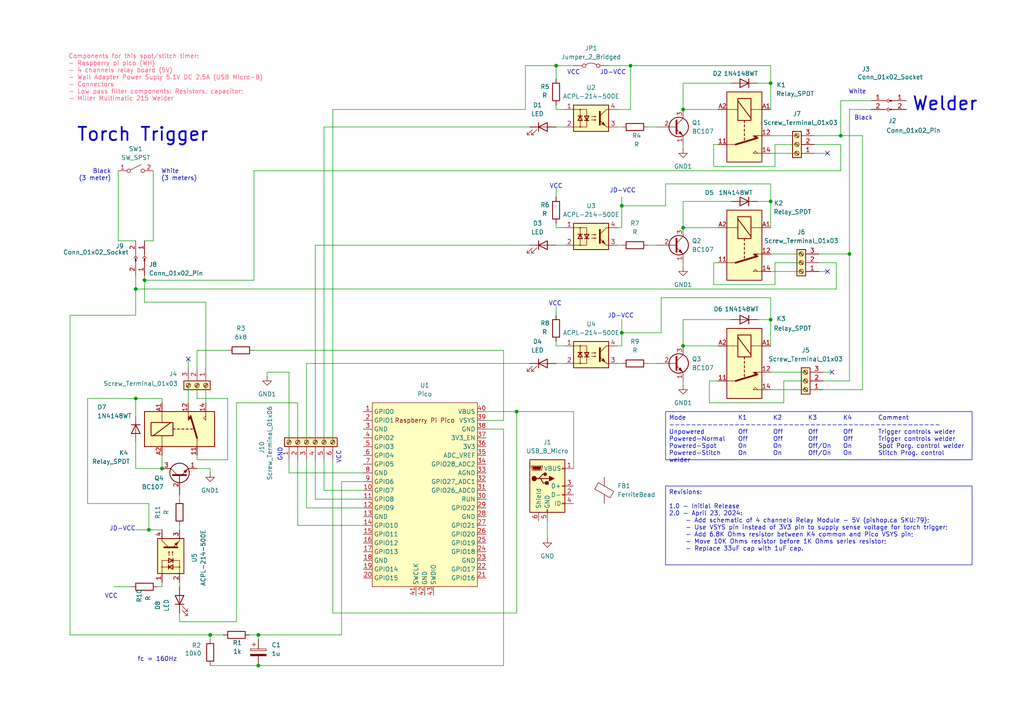
<source format=kicad_sch>
(kicad_sch
	(version 20231120)
	(generator "eeschema")
	(generator_version "8.0")
	(uuid "3a050d09-5230-45d0-b457-9b59efa7d677")
	(paper "A4")
	(title_block
		(title "Spot and Stitch Timer Circuit for Miller Multimatic 215 Welder")
		(date "2024-04-23")
		(rev "2.0")
	)
	(lib_symbols
		(symbol "Connector:Conn_01x02_Pin"
			(pin_names
				(offset 1.016) hide)
			(exclude_from_sim no)
			(in_bom yes)
			(on_board yes)
			(property "Reference" "J"
				(at 0 2.54 0)
				(effects
					(font
						(size 1.27 1.27)
					)
				)
			)
			(property "Value" "Conn_01x02_Pin"
				(at 0 -5.08 0)
				(effects
					(font
						(size 1.27 1.27)
					)
				)
			)
			(property "Footprint" ""
				(at 0 0 0)
				(effects
					(font
						(size 1.27 1.27)
					)
					(hide yes)
				)
			)
			(property "Datasheet" "~"
				(at 0 0 0)
				(effects
					(font
						(size 1.27 1.27)
					)
					(hide yes)
				)
			)
			(property "Description" "Generic connector, single row, 01x02, script generated"
				(at 0 0 0)
				(effects
					(font
						(size 1.27 1.27)
					)
					(hide yes)
				)
			)
			(property "ki_locked" ""
				(at 0 0 0)
				(effects
					(font
						(size 1.27 1.27)
					)
				)
			)
			(property "ki_keywords" "connector"
				(at 0 0 0)
				(effects
					(font
						(size 1.27 1.27)
					)
					(hide yes)
				)
			)
			(property "ki_fp_filters" "Connector*:*_1x??_*"
				(at 0 0 0)
				(effects
					(font
						(size 1.27 1.27)
					)
					(hide yes)
				)
			)
			(symbol "Conn_01x02_Pin_1_1"
				(polyline
					(pts
						(xy 1.27 -2.54) (xy 0.8636 -2.54)
					)
					(stroke
						(width 0.1524)
						(type default)
					)
					(fill
						(type none)
					)
				)
				(polyline
					(pts
						(xy 1.27 0) (xy 0.8636 0)
					)
					(stroke
						(width 0.1524)
						(type default)
					)
					(fill
						(type none)
					)
				)
				(rectangle
					(start 0.8636 -2.413)
					(end 0 -2.667)
					(stroke
						(width 0.1524)
						(type default)
					)
					(fill
						(type outline)
					)
				)
				(rectangle
					(start 0.8636 0.127)
					(end 0 -0.127)
					(stroke
						(width 0.1524)
						(type default)
					)
					(fill
						(type outline)
					)
				)
				(pin passive line
					(at 5.08 0 180)
					(length 3.81)
					(name "Pin_1"
						(effects
							(font
								(size 1.27 1.27)
							)
						)
					)
					(number "1"
						(effects
							(font
								(size 1.27 1.27)
							)
						)
					)
				)
				(pin passive line
					(at 5.08 -2.54 180)
					(length 3.81)
					(name "Pin_2"
						(effects
							(font
								(size 1.27 1.27)
							)
						)
					)
					(number "2"
						(effects
							(font
								(size 1.27 1.27)
							)
						)
					)
				)
			)
		)
		(symbol "Connector:Conn_01x02_Socket"
			(pin_names
				(offset 1.016) hide)
			(exclude_from_sim no)
			(in_bom yes)
			(on_board yes)
			(property "Reference" "J"
				(at 0 2.54 0)
				(effects
					(font
						(size 1.27 1.27)
					)
				)
			)
			(property "Value" "Conn_01x02_Socket"
				(at 0 -5.08 0)
				(effects
					(font
						(size 1.27 1.27)
					)
				)
			)
			(property "Footprint" ""
				(at 0 0 0)
				(effects
					(font
						(size 1.27 1.27)
					)
					(hide yes)
				)
			)
			(property "Datasheet" "~"
				(at 0 0 0)
				(effects
					(font
						(size 1.27 1.27)
					)
					(hide yes)
				)
			)
			(property "Description" "Generic connector, single row, 01x02, script generated"
				(at 0 0 0)
				(effects
					(font
						(size 1.27 1.27)
					)
					(hide yes)
				)
			)
			(property "ki_locked" ""
				(at 0 0 0)
				(effects
					(font
						(size 1.27 1.27)
					)
				)
			)
			(property "ki_keywords" "connector"
				(at 0 0 0)
				(effects
					(font
						(size 1.27 1.27)
					)
					(hide yes)
				)
			)
			(property "ki_fp_filters" "Connector*:*_1x??_*"
				(at 0 0 0)
				(effects
					(font
						(size 1.27 1.27)
					)
					(hide yes)
				)
			)
			(symbol "Conn_01x02_Socket_1_1"
				(arc
					(start 0 -2.032)
					(mid -0.5058 -2.54)
					(end 0 -3.048)
					(stroke
						(width 0.1524)
						(type default)
					)
					(fill
						(type none)
					)
				)
				(polyline
					(pts
						(xy -1.27 -2.54) (xy -0.508 -2.54)
					)
					(stroke
						(width 0.1524)
						(type default)
					)
					(fill
						(type none)
					)
				)
				(polyline
					(pts
						(xy -1.27 0) (xy -0.508 0)
					)
					(stroke
						(width 0.1524)
						(type default)
					)
					(fill
						(type none)
					)
				)
				(arc
					(start 0 0.508)
					(mid -0.5058 0)
					(end 0 -0.508)
					(stroke
						(width 0.1524)
						(type default)
					)
					(fill
						(type none)
					)
				)
				(pin passive line
					(at -5.08 0 0)
					(length 3.81)
					(name "Pin_1"
						(effects
							(font
								(size 1.27 1.27)
							)
						)
					)
					(number "1"
						(effects
							(font
								(size 1.27 1.27)
							)
						)
					)
				)
				(pin passive line
					(at -5.08 -2.54 0)
					(length 3.81)
					(name "Pin_2"
						(effects
							(font
								(size 1.27 1.27)
							)
						)
					)
					(number "2"
						(effects
							(font
								(size 1.27 1.27)
							)
						)
					)
				)
			)
		)
		(symbol "Connector:Screw_Terminal_01x03"
			(pin_names
				(offset 1.016) hide)
			(exclude_from_sim no)
			(in_bom yes)
			(on_board yes)
			(property "Reference" "J"
				(at 0 5.08 0)
				(effects
					(font
						(size 1.27 1.27)
					)
				)
			)
			(property "Value" "Screw_Terminal_01x03"
				(at 0 -5.08 0)
				(effects
					(font
						(size 1.27 1.27)
					)
				)
			)
			(property "Footprint" ""
				(at 0 0 0)
				(effects
					(font
						(size 1.27 1.27)
					)
					(hide yes)
				)
			)
			(property "Datasheet" "~"
				(at 0 0 0)
				(effects
					(font
						(size 1.27 1.27)
					)
					(hide yes)
				)
			)
			(property "Description" "Generic screw terminal, single row, 01x03, script generated (kicad-library-utils/schlib/autogen/connector/)"
				(at 0 0 0)
				(effects
					(font
						(size 1.27 1.27)
					)
					(hide yes)
				)
			)
			(property "ki_keywords" "screw terminal"
				(at 0 0 0)
				(effects
					(font
						(size 1.27 1.27)
					)
					(hide yes)
				)
			)
			(property "ki_fp_filters" "TerminalBlock*:*"
				(at 0 0 0)
				(effects
					(font
						(size 1.27 1.27)
					)
					(hide yes)
				)
			)
			(symbol "Screw_Terminal_01x03_1_1"
				(rectangle
					(start -1.27 3.81)
					(end 1.27 -3.81)
					(stroke
						(width 0.254)
						(type default)
					)
					(fill
						(type background)
					)
				)
				(circle
					(center 0 -2.54)
					(radius 0.635)
					(stroke
						(width 0.1524)
						(type default)
					)
					(fill
						(type none)
					)
				)
				(polyline
					(pts
						(xy -0.5334 -2.2098) (xy 0.3302 -3.048)
					)
					(stroke
						(width 0.1524)
						(type default)
					)
					(fill
						(type none)
					)
				)
				(polyline
					(pts
						(xy -0.5334 0.3302) (xy 0.3302 -0.508)
					)
					(stroke
						(width 0.1524)
						(type default)
					)
					(fill
						(type none)
					)
				)
				(polyline
					(pts
						(xy -0.5334 2.8702) (xy 0.3302 2.032)
					)
					(stroke
						(width 0.1524)
						(type default)
					)
					(fill
						(type none)
					)
				)
				(polyline
					(pts
						(xy -0.3556 -2.032) (xy 0.508 -2.8702)
					)
					(stroke
						(width 0.1524)
						(type default)
					)
					(fill
						(type none)
					)
				)
				(polyline
					(pts
						(xy -0.3556 0.508) (xy 0.508 -0.3302)
					)
					(stroke
						(width 0.1524)
						(type default)
					)
					(fill
						(type none)
					)
				)
				(polyline
					(pts
						(xy -0.3556 3.048) (xy 0.508 2.2098)
					)
					(stroke
						(width 0.1524)
						(type default)
					)
					(fill
						(type none)
					)
				)
				(circle
					(center 0 0)
					(radius 0.635)
					(stroke
						(width 0.1524)
						(type default)
					)
					(fill
						(type none)
					)
				)
				(circle
					(center 0 2.54)
					(radius 0.635)
					(stroke
						(width 0.1524)
						(type default)
					)
					(fill
						(type none)
					)
				)
				(pin passive line
					(at -5.08 2.54 0)
					(length 3.81)
					(name "Pin_1"
						(effects
							(font
								(size 1.27 1.27)
							)
						)
					)
					(number "1"
						(effects
							(font
								(size 1.27 1.27)
							)
						)
					)
				)
				(pin passive line
					(at -5.08 0 0)
					(length 3.81)
					(name "Pin_2"
						(effects
							(font
								(size 1.27 1.27)
							)
						)
					)
					(number "2"
						(effects
							(font
								(size 1.27 1.27)
							)
						)
					)
				)
				(pin passive line
					(at -5.08 -2.54 0)
					(length 3.81)
					(name "Pin_3"
						(effects
							(font
								(size 1.27 1.27)
							)
						)
					)
					(number "3"
						(effects
							(font
								(size 1.27 1.27)
							)
						)
					)
				)
			)
		)
		(symbol "Connector:Screw_Terminal_01x06"
			(pin_names
				(offset 1.016) hide)
			(exclude_from_sim no)
			(in_bom yes)
			(on_board yes)
			(property "Reference" "J"
				(at 0 7.62 0)
				(effects
					(font
						(size 1.27 1.27)
					)
				)
			)
			(property "Value" "Screw_Terminal_01x06"
				(at 0 -10.16 0)
				(effects
					(font
						(size 1.27 1.27)
					)
				)
			)
			(property "Footprint" ""
				(at 0 0 0)
				(effects
					(font
						(size 1.27 1.27)
					)
					(hide yes)
				)
			)
			(property "Datasheet" "~"
				(at 0 0 0)
				(effects
					(font
						(size 1.27 1.27)
					)
					(hide yes)
				)
			)
			(property "Description" "Generic screw terminal, single row, 01x06, script generated (kicad-library-utils/schlib/autogen/connector/)"
				(at 0 0 0)
				(effects
					(font
						(size 1.27 1.27)
					)
					(hide yes)
				)
			)
			(property "ki_keywords" "screw terminal"
				(at 0 0 0)
				(effects
					(font
						(size 1.27 1.27)
					)
					(hide yes)
				)
			)
			(property "ki_fp_filters" "TerminalBlock*:*"
				(at 0 0 0)
				(effects
					(font
						(size 1.27 1.27)
					)
					(hide yes)
				)
			)
			(symbol "Screw_Terminal_01x06_1_1"
				(rectangle
					(start -1.27 6.35)
					(end 1.27 -8.89)
					(stroke
						(width 0.254)
						(type default)
					)
					(fill
						(type background)
					)
				)
				(circle
					(center 0 -7.62)
					(radius 0.635)
					(stroke
						(width 0.1524)
						(type default)
					)
					(fill
						(type none)
					)
				)
				(circle
					(center 0 -5.08)
					(radius 0.635)
					(stroke
						(width 0.1524)
						(type default)
					)
					(fill
						(type none)
					)
				)
				(circle
					(center 0 -2.54)
					(radius 0.635)
					(stroke
						(width 0.1524)
						(type default)
					)
					(fill
						(type none)
					)
				)
				(polyline
					(pts
						(xy -0.5334 -7.2898) (xy 0.3302 -8.128)
					)
					(stroke
						(width 0.1524)
						(type default)
					)
					(fill
						(type none)
					)
				)
				(polyline
					(pts
						(xy -0.5334 -4.7498) (xy 0.3302 -5.588)
					)
					(stroke
						(width 0.1524)
						(type default)
					)
					(fill
						(type none)
					)
				)
				(polyline
					(pts
						(xy -0.5334 -2.2098) (xy 0.3302 -3.048)
					)
					(stroke
						(width 0.1524)
						(type default)
					)
					(fill
						(type none)
					)
				)
				(polyline
					(pts
						(xy -0.5334 0.3302) (xy 0.3302 -0.508)
					)
					(stroke
						(width 0.1524)
						(type default)
					)
					(fill
						(type none)
					)
				)
				(polyline
					(pts
						(xy -0.5334 2.8702) (xy 0.3302 2.032)
					)
					(stroke
						(width 0.1524)
						(type default)
					)
					(fill
						(type none)
					)
				)
				(polyline
					(pts
						(xy -0.5334 5.4102) (xy 0.3302 4.572)
					)
					(stroke
						(width 0.1524)
						(type default)
					)
					(fill
						(type none)
					)
				)
				(polyline
					(pts
						(xy -0.3556 -7.112) (xy 0.508 -7.9502)
					)
					(stroke
						(width 0.1524)
						(type default)
					)
					(fill
						(type none)
					)
				)
				(polyline
					(pts
						(xy -0.3556 -4.572) (xy 0.508 -5.4102)
					)
					(stroke
						(width 0.1524)
						(type default)
					)
					(fill
						(type none)
					)
				)
				(polyline
					(pts
						(xy -0.3556 -2.032) (xy 0.508 -2.8702)
					)
					(stroke
						(width 0.1524)
						(type default)
					)
					(fill
						(type none)
					)
				)
				(polyline
					(pts
						(xy -0.3556 0.508) (xy 0.508 -0.3302)
					)
					(stroke
						(width 0.1524)
						(type default)
					)
					(fill
						(type none)
					)
				)
				(polyline
					(pts
						(xy -0.3556 3.048) (xy 0.508 2.2098)
					)
					(stroke
						(width 0.1524)
						(type default)
					)
					(fill
						(type none)
					)
				)
				(polyline
					(pts
						(xy -0.3556 5.588) (xy 0.508 4.7498)
					)
					(stroke
						(width 0.1524)
						(type default)
					)
					(fill
						(type none)
					)
				)
				(circle
					(center 0 0)
					(radius 0.635)
					(stroke
						(width 0.1524)
						(type default)
					)
					(fill
						(type none)
					)
				)
				(circle
					(center 0 2.54)
					(radius 0.635)
					(stroke
						(width 0.1524)
						(type default)
					)
					(fill
						(type none)
					)
				)
				(circle
					(center 0 5.08)
					(radius 0.635)
					(stroke
						(width 0.1524)
						(type default)
					)
					(fill
						(type none)
					)
				)
				(pin passive line
					(at -5.08 5.08 0)
					(length 3.81)
					(name "Pin_1"
						(effects
							(font
								(size 1.27 1.27)
							)
						)
					)
					(number "1"
						(effects
							(font
								(size 1.27 1.27)
							)
						)
					)
				)
				(pin passive line
					(at -5.08 2.54 0)
					(length 3.81)
					(name "Pin_2"
						(effects
							(font
								(size 1.27 1.27)
							)
						)
					)
					(number "2"
						(effects
							(font
								(size 1.27 1.27)
							)
						)
					)
				)
				(pin passive line
					(at -5.08 0 0)
					(length 3.81)
					(name "Pin_3"
						(effects
							(font
								(size 1.27 1.27)
							)
						)
					)
					(number "3"
						(effects
							(font
								(size 1.27 1.27)
							)
						)
					)
				)
				(pin passive line
					(at -5.08 -2.54 0)
					(length 3.81)
					(name "Pin_4"
						(effects
							(font
								(size 1.27 1.27)
							)
						)
					)
					(number "4"
						(effects
							(font
								(size 1.27 1.27)
							)
						)
					)
				)
				(pin passive line
					(at -5.08 -5.08 0)
					(length 3.81)
					(name "Pin_5"
						(effects
							(font
								(size 1.27 1.27)
							)
						)
					)
					(number "5"
						(effects
							(font
								(size 1.27 1.27)
							)
						)
					)
				)
				(pin passive line
					(at -5.08 -7.62 0)
					(length 3.81)
					(name "Pin_6"
						(effects
							(font
								(size 1.27 1.27)
							)
						)
					)
					(number "6"
						(effects
							(font
								(size 1.27 1.27)
							)
						)
					)
				)
			)
		)
		(symbol "Connector:USB_B_Micro"
			(pin_names
				(offset 1.016)
			)
			(exclude_from_sim no)
			(in_bom yes)
			(on_board yes)
			(property "Reference" "J"
				(at -5.08 11.43 0)
				(effects
					(font
						(size 1.27 1.27)
					)
					(justify left)
				)
			)
			(property "Value" "USB_B_Micro"
				(at -5.08 8.89 0)
				(effects
					(font
						(size 1.27 1.27)
					)
					(justify left)
				)
			)
			(property "Footprint" ""
				(at 3.81 -1.27 0)
				(effects
					(font
						(size 1.27 1.27)
					)
					(hide yes)
				)
			)
			(property "Datasheet" "~"
				(at 3.81 -1.27 0)
				(effects
					(font
						(size 1.27 1.27)
					)
					(hide yes)
				)
			)
			(property "Description" "USB Micro Type B connector"
				(at 0 0 0)
				(effects
					(font
						(size 1.27 1.27)
					)
					(hide yes)
				)
			)
			(property "ki_keywords" "connector USB micro"
				(at 0 0 0)
				(effects
					(font
						(size 1.27 1.27)
					)
					(hide yes)
				)
			)
			(property "ki_fp_filters" "USB*"
				(at 0 0 0)
				(effects
					(font
						(size 1.27 1.27)
					)
					(hide yes)
				)
			)
			(symbol "USB_B_Micro_0_1"
				(rectangle
					(start -5.08 -7.62)
					(end 5.08 7.62)
					(stroke
						(width 0.254)
						(type default)
					)
					(fill
						(type background)
					)
				)
				(circle
					(center -3.81 2.159)
					(radius 0.635)
					(stroke
						(width 0.254)
						(type default)
					)
					(fill
						(type outline)
					)
				)
				(circle
					(center -0.635 3.429)
					(radius 0.381)
					(stroke
						(width 0.254)
						(type default)
					)
					(fill
						(type outline)
					)
				)
				(rectangle
					(start -0.127 -7.62)
					(end 0.127 -6.858)
					(stroke
						(width 0)
						(type default)
					)
					(fill
						(type none)
					)
				)
				(polyline
					(pts
						(xy -1.905 2.159) (xy 0.635 2.159)
					)
					(stroke
						(width 0.254)
						(type default)
					)
					(fill
						(type none)
					)
				)
				(polyline
					(pts
						(xy -3.175 2.159) (xy -2.54 2.159) (xy -1.27 3.429) (xy -0.635 3.429)
					)
					(stroke
						(width 0.254)
						(type default)
					)
					(fill
						(type none)
					)
				)
				(polyline
					(pts
						(xy -2.54 2.159) (xy -1.905 2.159) (xy -1.27 0.889) (xy 0 0.889)
					)
					(stroke
						(width 0.254)
						(type default)
					)
					(fill
						(type none)
					)
				)
				(polyline
					(pts
						(xy 0.635 2.794) (xy 0.635 1.524) (xy 1.905 2.159) (xy 0.635 2.794)
					)
					(stroke
						(width 0.254)
						(type default)
					)
					(fill
						(type outline)
					)
				)
				(polyline
					(pts
						(xy -4.318 5.588) (xy -1.778 5.588) (xy -2.032 4.826) (xy -4.064 4.826) (xy -4.318 5.588)
					)
					(stroke
						(width 0)
						(type default)
					)
					(fill
						(type outline)
					)
				)
				(polyline
					(pts
						(xy -4.699 5.842) (xy -4.699 5.588) (xy -4.445 4.826) (xy -4.445 4.572) (xy -1.651 4.572) (xy -1.651 4.826)
						(xy -1.397 5.588) (xy -1.397 5.842) (xy -4.699 5.842)
					)
					(stroke
						(width 0)
						(type default)
					)
					(fill
						(type none)
					)
				)
				(rectangle
					(start 0.254 1.27)
					(end -0.508 0.508)
					(stroke
						(width 0.254)
						(type default)
					)
					(fill
						(type outline)
					)
				)
				(rectangle
					(start 5.08 -5.207)
					(end 4.318 -4.953)
					(stroke
						(width 0)
						(type default)
					)
					(fill
						(type none)
					)
				)
				(rectangle
					(start 5.08 -2.667)
					(end 4.318 -2.413)
					(stroke
						(width 0)
						(type default)
					)
					(fill
						(type none)
					)
				)
				(rectangle
					(start 5.08 -0.127)
					(end 4.318 0.127)
					(stroke
						(width 0)
						(type default)
					)
					(fill
						(type none)
					)
				)
				(rectangle
					(start 5.08 4.953)
					(end 4.318 5.207)
					(stroke
						(width 0)
						(type default)
					)
					(fill
						(type none)
					)
				)
			)
			(symbol "USB_B_Micro_1_1"
				(pin power_out line
					(at 7.62 5.08 180)
					(length 2.54)
					(name "VBUS"
						(effects
							(font
								(size 1.27 1.27)
							)
						)
					)
					(number "1"
						(effects
							(font
								(size 1.27 1.27)
							)
						)
					)
				)
				(pin bidirectional line
					(at 7.62 -2.54 180)
					(length 2.54)
					(name "D-"
						(effects
							(font
								(size 1.27 1.27)
							)
						)
					)
					(number "2"
						(effects
							(font
								(size 1.27 1.27)
							)
						)
					)
				)
				(pin bidirectional line
					(at 7.62 0 180)
					(length 2.54)
					(name "D+"
						(effects
							(font
								(size 1.27 1.27)
							)
						)
					)
					(number "3"
						(effects
							(font
								(size 1.27 1.27)
							)
						)
					)
				)
				(pin passive line
					(at 7.62 -5.08 180)
					(length 2.54)
					(name "ID"
						(effects
							(font
								(size 1.27 1.27)
							)
						)
					)
					(number "4"
						(effects
							(font
								(size 1.27 1.27)
							)
						)
					)
				)
				(pin power_out line
					(at 0 -10.16 90)
					(length 2.54)
					(name "GND"
						(effects
							(font
								(size 1.27 1.27)
							)
						)
					)
					(number "5"
						(effects
							(font
								(size 1.27 1.27)
							)
						)
					)
				)
				(pin passive line
					(at -2.54 -10.16 90)
					(length 2.54)
					(name "Shield"
						(effects
							(font
								(size 1.27 1.27)
							)
						)
					)
					(number "6"
						(effects
							(font
								(size 1.27 1.27)
							)
						)
					)
				)
			)
		)
		(symbol "Device:C_Polarized"
			(pin_numbers hide)
			(pin_names
				(offset 0.254)
			)
			(exclude_from_sim no)
			(in_bom yes)
			(on_board yes)
			(property "Reference" "C"
				(at 0.635 2.54 0)
				(effects
					(font
						(size 1.27 1.27)
					)
					(justify left)
				)
			)
			(property "Value" "C_Polarized"
				(at 0.635 -2.54 0)
				(effects
					(font
						(size 1.27 1.27)
					)
					(justify left)
				)
			)
			(property "Footprint" ""
				(at 0.9652 -3.81 0)
				(effects
					(font
						(size 1.27 1.27)
					)
					(hide yes)
				)
			)
			(property "Datasheet" "~"
				(at 0 0 0)
				(effects
					(font
						(size 1.27 1.27)
					)
					(hide yes)
				)
			)
			(property "Description" "Polarized capacitor"
				(at 0 0 0)
				(effects
					(font
						(size 1.27 1.27)
					)
					(hide yes)
				)
			)
			(property "ki_keywords" "cap capacitor"
				(at 0 0 0)
				(effects
					(font
						(size 1.27 1.27)
					)
					(hide yes)
				)
			)
			(property "ki_fp_filters" "CP_*"
				(at 0 0 0)
				(effects
					(font
						(size 1.27 1.27)
					)
					(hide yes)
				)
			)
			(symbol "C_Polarized_0_1"
				(rectangle
					(start -2.286 0.508)
					(end 2.286 1.016)
					(stroke
						(width 0)
						(type default)
					)
					(fill
						(type none)
					)
				)
				(polyline
					(pts
						(xy -1.778 2.286) (xy -0.762 2.286)
					)
					(stroke
						(width 0)
						(type default)
					)
					(fill
						(type none)
					)
				)
				(polyline
					(pts
						(xy -1.27 2.794) (xy -1.27 1.778)
					)
					(stroke
						(width 0)
						(type default)
					)
					(fill
						(type none)
					)
				)
				(rectangle
					(start 2.286 -0.508)
					(end -2.286 -1.016)
					(stroke
						(width 0)
						(type default)
					)
					(fill
						(type outline)
					)
				)
			)
			(symbol "C_Polarized_1_1"
				(pin passive line
					(at 0 3.81 270)
					(length 2.794)
					(name "~"
						(effects
							(font
								(size 1.27 1.27)
							)
						)
					)
					(number "1"
						(effects
							(font
								(size 1.27 1.27)
							)
						)
					)
				)
				(pin passive line
					(at 0 -3.81 90)
					(length 2.794)
					(name "~"
						(effects
							(font
								(size 1.27 1.27)
							)
						)
					)
					(number "2"
						(effects
							(font
								(size 1.27 1.27)
							)
						)
					)
				)
			)
		)
		(symbol "Device:FerriteBead"
			(pin_numbers hide)
			(pin_names
				(offset 0)
			)
			(exclude_from_sim no)
			(in_bom yes)
			(on_board yes)
			(property "Reference" "FB"
				(at -3.81 0.635 90)
				(effects
					(font
						(size 1.27 1.27)
					)
				)
			)
			(property "Value" "FerriteBead"
				(at 3.81 0 90)
				(effects
					(font
						(size 1.27 1.27)
					)
				)
			)
			(property "Footprint" ""
				(at -1.778 0 90)
				(effects
					(font
						(size 1.27 1.27)
					)
					(hide yes)
				)
			)
			(property "Datasheet" "~"
				(at 0 0 0)
				(effects
					(font
						(size 1.27 1.27)
					)
					(hide yes)
				)
			)
			(property "Description" "Ferrite bead"
				(at 0 0 0)
				(effects
					(font
						(size 1.27 1.27)
					)
					(hide yes)
				)
			)
			(property "ki_keywords" "L ferrite bead inductor filter"
				(at 0 0 0)
				(effects
					(font
						(size 1.27 1.27)
					)
					(hide yes)
				)
			)
			(property "ki_fp_filters" "Inductor_* L_* *Ferrite*"
				(at 0 0 0)
				(effects
					(font
						(size 1.27 1.27)
					)
					(hide yes)
				)
			)
			(symbol "FerriteBead_0_1"
				(polyline
					(pts
						(xy 0 -1.27) (xy 0 -1.2192)
					)
					(stroke
						(width 0)
						(type default)
					)
					(fill
						(type none)
					)
				)
				(polyline
					(pts
						(xy 0 1.27) (xy 0 1.2954)
					)
					(stroke
						(width 0)
						(type default)
					)
					(fill
						(type none)
					)
				)
				(polyline
					(pts
						(xy -2.7686 0.4064) (xy -1.7018 2.2606) (xy 2.7686 -0.3048) (xy 1.6764 -2.159) (xy -2.7686 0.4064)
					)
					(stroke
						(width 0)
						(type default)
					)
					(fill
						(type none)
					)
				)
			)
			(symbol "FerriteBead_1_1"
				(pin passive line
					(at 0 3.81 270)
					(length 2.54)
					(name "~"
						(effects
							(font
								(size 1.27 1.27)
							)
						)
					)
					(number "1"
						(effects
							(font
								(size 1.27 1.27)
							)
						)
					)
				)
				(pin passive line
					(at 0 -3.81 90)
					(length 2.54)
					(name "~"
						(effects
							(font
								(size 1.27 1.27)
							)
						)
					)
					(number "2"
						(effects
							(font
								(size 1.27 1.27)
							)
						)
					)
				)
			)
		)
		(symbol "Device:LED"
			(pin_numbers hide)
			(pin_names
				(offset 1.016) hide)
			(exclude_from_sim no)
			(in_bom yes)
			(on_board yes)
			(property "Reference" "D"
				(at 0 2.54 0)
				(effects
					(font
						(size 1.27 1.27)
					)
				)
			)
			(property "Value" "LED"
				(at 0 -2.54 0)
				(effects
					(font
						(size 1.27 1.27)
					)
				)
			)
			(property "Footprint" ""
				(at 0 0 0)
				(effects
					(font
						(size 1.27 1.27)
					)
					(hide yes)
				)
			)
			(property "Datasheet" "~"
				(at 0 0 0)
				(effects
					(font
						(size 1.27 1.27)
					)
					(hide yes)
				)
			)
			(property "Description" "Light emitting diode"
				(at 0 0 0)
				(effects
					(font
						(size 1.27 1.27)
					)
					(hide yes)
				)
			)
			(property "ki_keywords" "LED diode"
				(at 0 0 0)
				(effects
					(font
						(size 1.27 1.27)
					)
					(hide yes)
				)
			)
			(property "ki_fp_filters" "LED* LED_SMD:* LED_THT:*"
				(at 0 0 0)
				(effects
					(font
						(size 1.27 1.27)
					)
					(hide yes)
				)
			)
			(symbol "LED_0_1"
				(polyline
					(pts
						(xy -1.27 -1.27) (xy -1.27 1.27)
					)
					(stroke
						(width 0.254)
						(type default)
					)
					(fill
						(type none)
					)
				)
				(polyline
					(pts
						(xy -1.27 0) (xy 1.27 0)
					)
					(stroke
						(width 0)
						(type default)
					)
					(fill
						(type none)
					)
				)
				(polyline
					(pts
						(xy 1.27 -1.27) (xy 1.27 1.27) (xy -1.27 0) (xy 1.27 -1.27)
					)
					(stroke
						(width 0.254)
						(type default)
					)
					(fill
						(type none)
					)
				)
				(polyline
					(pts
						(xy -3.048 -0.762) (xy -4.572 -2.286) (xy -3.81 -2.286) (xy -4.572 -2.286) (xy -4.572 -1.524)
					)
					(stroke
						(width 0)
						(type default)
					)
					(fill
						(type none)
					)
				)
				(polyline
					(pts
						(xy -1.778 -0.762) (xy -3.302 -2.286) (xy -2.54 -2.286) (xy -3.302 -2.286) (xy -3.302 -1.524)
					)
					(stroke
						(width 0)
						(type default)
					)
					(fill
						(type none)
					)
				)
			)
			(symbol "LED_1_1"
				(pin passive line
					(at -3.81 0 0)
					(length 2.54)
					(name "K"
						(effects
							(font
								(size 1.27 1.27)
							)
						)
					)
					(number "1"
						(effects
							(font
								(size 1.27 1.27)
							)
						)
					)
				)
				(pin passive line
					(at 3.81 0 180)
					(length 2.54)
					(name "A"
						(effects
							(font
								(size 1.27 1.27)
							)
						)
					)
					(number "2"
						(effects
							(font
								(size 1.27 1.27)
							)
						)
					)
				)
			)
		)
		(symbol "Device:R"
			(pin_numbers hide)
			(pin_names
				(offset 0)
			)
			(exclude_from_sim no)
			(in_bom yes)
			(on_board yes)
			(property "Reference" "R"
				(at 2.032 0 90)
				(effects
					(font
						(size 1.27 1.27)
					)
				)
			)
			(property "Value" "R"
				(at 0 0 90)
				(effects
					(font
						(size 1.27 1.27)
					)
				)
			)
			(property "Footprint" ""
				(at -1.778 0 90)
				(effects
					(font
						(size 1.27 1.27)
					)
					(hide yes)
				)
			)
			(property "Datasheet" "~"
				(at 0 0 0)
				(effects
					(font
						(size 1.27 1.27)
					)
					(hide yes)
				)
			)
			(property "Description" "Resistor"
				(at 0 0 0)
				(effects
					(font
						(size 1.27 1.27)
					)
					(hide yes)
				)
			)
			(property "ki_keywords" "R res resistor"
				(at 0 0 0)
				(effects
					(font
						(size 1.27 1.27)
					)
					(hide yes)
				)
			)
			(property "ki_fp_filters" "R_*"
				(at 0 0 0)
				(effects
					(font
						(size 1.27 1.27)
					)
					(hide yes)
				)
			)
			(symbol "R_0_1"
				(rectangle
					(start -1.016 -2.54)
					(end 1.016 2.54)
					(stroke
						(width 0.254)
						(type default)
					)
					(fill
						(type none)
					)
				)
			)
			(symbol "R_1_1"
				(pin passive line
					(at 0 3.81 270)
					(length 1.27)
					(name "~"
						(effects
							(font
								(size 1.27 1.27)
							)
						)
					)
					(number "1"
						(effects
							(font
								(size 1.27 1.27)
							)
						)
					)
				)
				(pin passive line
					(at 0 -3.81 90)
					(length 1.27)
					(name "~"
						(effects
							(font
								(size 1.27 1.27)
							)
						)
					)
					(number "2"
						(effects
							(font
								(size 1.27 1.27)
							)
						)
					)
				)
			)
		)
		(symbol "Diode:1N4148WT"
			(pin_numbers hide)
			(pin_names hide)
			(exclude_from_sim no)
			(in_bom yes)
			(on_board yes)
			(property "Reference" "D"
				(at 0 2.54 0)
				(effects
					(font
						(size 1.27 1.27)
					)
				)
			)
			(property "Value" "1N4148WT"
				(at 0 -2.54 0)
				(effects
					(font
						(size 1.27 1.27)
					)
				)
			)
			(property "Footprint" "Diode_SMD:D_SOD-523"
				(at 0 -4.445 0)
				(effects
					(font
						(size 1.27 1.27)
					)
					(hide yes)
				)
			)
			(property "Datasheet" "https://www.diodes.com/assets/Datasheets/ds30396.pdf"
				(at 0 0 0)
				(effects
					(font
						(size 1.27 1.27)
					)
					(hide yes)
				)
			)
			(property "Description" "75V 0.15A Fast switching Diode, SOD-523"
				(at 0 0 0)
				(effects
					(font
						(size 1.27 1.27)
					)
					(hide yes)
				)
			)
			(property "Sim.Device" "D"
				(at 0 0 0)
				(effects
					(font
						(size 1.27 1.27)
					)
					(hide yes)
				)
			)
			(property "Sim.Pins" "1=K 2=A"
				(at 0 0 0)
				(effects
					(font
						(size 1.27 1.27)
					)
					(hide yes)
				)
			)
			(property "ki_keywords" "diode"
				(at 0 0 0)
				(effects
					(font
						(size 1.27 1.27)
					)
					(hide yes)
				)
			)
			(property "ki_fp_filters" "D*SOD?523*"
				(at 0 0 0)
				(effects
					(font
						(size 1.27 1.27)
					)
					(hide yes)
				)
			)
			(symbol "1N4148WT_0_1"
				(polyline
					(pts
						(xy -1.27 1.27) (xy -1.27 -1.27)
					)
					(stroke
						(width 0.254)
						(type default)
					)
					(fill
						(type none)
					)
				)
				(polyline
					(pts
						(xy 1.27 0) (xy -1.27 0)
					)
					(stroke
						(width 0)
						(type default)
					)
					(fill
						(type none)
					)
				)
				(polyline
					(pts
						(xy 1.27 1.27) (xy 1.27 -1.27) (xy -1.27 0) (xy 1.27 1.27)
					)
					(stroke
						(width 0.254)
						(type default)
					)
					(fill
						(type none)
					)
				)
			)
			(symbol "1N4148WT_1_1"
				(pin passive line
					(at -3.81 0 0)
					(length 2.54)
					(name "K"
						(effects
							(font
								(size 1.27 1.27)
							)
						)
					)
					(number "1"
						(effects
							(font
								(size 1.27 1.27)
							)
						)
					)
				)
				(pin passive line
					(at 3.81 0 180)
					(length 2.54)
					(name "A"
						(effects
							(font
								(size 1.27 1.27)
							)
						)
					)
					(number "2"
						(effects
							(font
								(size 1.27 1.27)
							)
						)
					)
				)
			)
		)
		(symbol "Isolator:ACPL-214-500E"
			(pin_names
				(offset 1.016)
			)
			(exclude_from_sim no)
			(in_bom yes)
			(on_board yes)
			(property "Reference" "U"
				(at -5.08 5.08 0)
				(effects
					(font
						(size 1.27 1.27)
					)
					(justify left)
				)
			)
			(property "Value" "ACPL-214-500E"
				(at 0 5.08 0)
				(effects
					(font
						(size 1.27 1.27)
					)
					(justify left)
				)
			)
			(property "Footprint" "Package_SO:SOP-4_4.4x2.6mm_P1.27mm"
				(at -21.59 -5.08 0)
				(effects
					(font
						(size 1.27 1.27)
						(italic yes)
					)
					(justify left)
					(hide yes)
				)
			)
			(property "Datasheet" "https://docs.broadcom.com/doc/AV02-0469EN"
				(at 0.635 0 0)
				(effects
					(font
						(size 1.27 1.27)
					)
					(justify left)
					(hide yes)
				)
			)
			(property "Description" "AC/DC Phototransistor Optocoupler, Vce 80V, CTR 20-400%, SOP-4"
				(at 0 0 0)
				(effects
					(font
						(size 1.27 1.27)
					)
					(hide yes)
				)
			)
			(property "ki_keywords" "npn ac dc ac-dc acdc phototransistor optocoupler optoisolator"
				(at 0 0 0)
				(effects
					(font
						(size 1.27 1.27)
					)
					(hide yes)
				)
			)
			(property "ki_fp_filters" "SOP*4*4.4x2.6mm*P1.27mm*"
				(at 0 0 0)
				(effects
					(font
						(size 1.27 1.27)
					)
					(hide yes)
				)
			)
			(symbol "ACPL-214-500E_0_1"
				(rectangle
					(start -5.08 3.81)
					(end 5.08 -3.81)
					(stroke
						(width 0.254)
						(type default)
					)
					(fill
						(type background)
					)
				)
				(circle
					(center -3.175 -2.54)
					(radius 0.127)
					(stroke
						(width 0)
						(type default)
					)
					(fill
						(type none)
					)
				)
				(circle
					(center -3.175 2.54)
					(radius 0.127)
					(stroke
						(width 0)
						(type default)
					)
					(fill
						(type none)
					)
				)
				(polyline
					(pts
						(xy -3.81 0.635) (xy -2.54 0.635)
					)
					(stroke
						(width 0.254)
						(type default)
					)
					(fill
						(type none)
					)
				)
				(polyline
					(pts
						(xy -3.175 -0.635) (xy -3.175 -2.54)
					)
					(stroke
						(width 0)
						(type default)
					)
					(fill
						(type none)
					)
				)
				(polyline
					(pts
						(xy -3.175 -0.635) (xy -3.175 2.54)
					)
					(stroke
						(width 0)
						(type default)
					)
					(fill
						(type none)
					)
				)
				(polyline
					(pts
						(xy -1.905 -0.635) (xy -0.635 -0.635)
					)
					(stroke
						(width 0.254)
						(type default)
					)
					(fill
						(type none)
					)
				)
				(polyline
					(pts
						(xy 2.54 0.635) (xy 4.445 2.54)
					)
					(stroke
						(width 0)
						(type default)
					)
					(fill
						(type none)
					)
				)
				(polyline
					(pts
						(xy 4.445 -2.54) (xy 2.54 -0.635)
					)
					(stroke
						(width 0)
						(type default)
					)
					(fill
						(type outline)
					)
				)
				(polyline
					(pts
						(xy 4.445 -2.54) (xy 5.08 -2.54)
					)
					(stroke
						(width 0)
						(type default)
					)
					(fill
						(type none)
					)
				)
				(polyline
					(pts
						(xy 4.445 2.54) (xy 5.08 2.54)
					)
					(stroke
						(width 0)
						(type default)
					)
					(fill
						(type none)
					)
				)
				(polyline
					(pts
						(xy -5.08 2.54) (xy -1.27 2.54) (xy -1.27 -0.635)
					)
					(stroke
						(width 0)
						(type default)
					)
					(fill
						(type none)
					)
				)
				(polyline
					(pts
						(xy -1.27 -0.635) (xy -1.27 -2.54) (xy -5.08 -2.54)
					)
					(stroke
						(width 0)
						(type default)
					)
					(fill
						(type none)
					)
				)
				(polyline
					(pts
						(xy 2.54 1.905) (xy 2.54 -1.905) (xy 2.54 -1.905)
					)
					(stroke
						(width 0.508)
						(type default)
					)
					(fill
						(type none)
					)
				)
				(polyline
					(pts
						(xy -3.175 0.635) (xy -3.81 -0.635) (xy -2.54 -0.635) (xy -3.175 0.635)
					)
					(stroke
						(width 0.254)
						(type default)
					)
					(fill
						(type none)
					)
				)
				(polyline
					(pts
						(xy -1.27 -0.635) (xy -1.905 0.635) (xy -0.635 0.635) (xy -1.27 -0.635)
					)
					(stroke
						(width 0.254)
						(type default)
					)
					(fill
						(type none)
					)
				)
				(polyline
					(pts
						(xy 0.127 -0.508) (xy 1.397 -0.508) (xy 1.016 -0.635) (xy 1.016 -0.381) (xy 1.397 -0.508)
					)
					(stroke
						(width 0)
						(type default)
					)
					(fill
						(type none)
					)
				)
				(polyline
					(pts
						(xy 0.127 0.508) (xy 1.397 0.508) (xy 1.016 0.381) (xy 1.016 0.635) (xy 1.397 0.508)
					)
					(stroke
						(width 0)
						(type default)
					)
					(fill
						(type none)
					)
				)
				(polyline
					(pts
						(xy 3.048 -1.651) (xy 3.556 -1.143) (xy 4.064 -2.159) (xy 3.048 -1.651) (xy 3.048 -1.651)
					)
					(stroke
						(width 0)
						(type default)
					)
					(fill
						(type outline)
					)
				)
			)
			(symbol "ACPL-214-500E_1_1"
				(pin passive line
					(at -7.62 2.54 0)
					(length 2.54)
					(name "~"
						(effects
							(font
								(size 1.27 1.27)
							)
						)
					)
					(number "1"
						(effects
							(font
								(size 1.27 1.27)
							)
						)
					)
				)
				(pin passive line
					(at -7.62 -2.54 0)
					(length 2.54)
					(name "~"
						(effects
							(font
								(size 1.27 1.27)
							)
						)
					)
					(number "2"
						(effects
							(font
								(size 1.27 1.27)
							)
						)
					)
				)
				(pin passive line
					(at 7.62 -2.54 180)
					(length 2.54)
					(name "~"
						(effects
							(font
								(size 1.27 1.27)
							)
						)
					)
					(number "3"
						(effects
							(font
								(size 1.27 1.27)
							)
						)
					)
				)
				(pin passive line
					(at 7.62 2.54 180)
					(length 2.54)
					(name "~"
						(effects
							(font
								(size 1.27 1.27)
							)
						)
					)
					(number "4"
						(effects
							(font
								(size 1.27 1.27)
							)
						)
					)
				)
			)
		)
		(symbol "Jumper:Jumper_2_Bridged"
			(pin_numbers hide)
			(pin_names
				(offset 0) hide)
			(exclude_from_sim yes)
			(in_bom yes)
			(on_board yes)
			(property "Reference" "JP"
				(at 0 1.905 0)
				(effects
					(font
						(size 1.27 1.27)
					)
				)
			)
			(property "Value" "Jumper_2_Bridged"
				(at 0 -2.54 0)
				(effects
					(font
						(size 1.27 1.27)
					)
				)
			)
			(property "Footprint" ""
				(at 0 0 0)
				(effects
					(font
						(size 1.27 1.27)
					)
					(hide yes)
				)
			)
			(property "Datasheet" "~"
				(at 0 0 0)
				(effects
					(font
						(size 1.27 1.27)
					)
					(hide yes)
				)
			)
			(property "Description" "Jumper, 2-pole, closed/bridged"
				(at 0 0 0)
				(effects
					(font
						(size 1.27 1.27)
					)
					(hide yes)
				)
			)
			(property "ki_keywords" "Jumper SPST"
				(at 0 0 0)
				(effects
					(font
						(size 1.27 1.27)
					)
					(hide yes)
				)
			)
			(property "ki_fp_filters" "Jumper* TestPoint*2Pads* TestPoint*Bridge*"
				(at 0 0 0)
				(effects
					(font
						(size 1.27 1.27)
					)
					(hide yes)
				)
			)
			(symbol "Jumper_2_Bridged_0_0"
				(circle
					(center -2.032 0)
					(radius 0.508)
					(stroke
						(width 0)
						(type default)
					)
					(fill
						(type none)
					)
				)
				(circle
					(center 2.032 0)
					(radius 0.508)
					(stroke
						(width 0)
						(type default)
					)
					(fill
						(type none)
					)
				)
			)
			(symbol "Jumper_2_Bridged_0_1"
				(arc
					(start 1.524 0.254)
					(mid 0 0.762)
					(end -1.524 0.254)
					(stroke
						(width 0)
						(type default)
					)
					(fill
						(type none)
					)
				)
			)
			(symbol "Jumper_2_Bridged_1_1"
				(pin passive line
					(at -5.08 0 0)
					(length 2.54)
					(name "A"
						(effects
							(font
								(size 1.27 1.27)
							)
						)
					)
					(number "1"
						(effects
							(font
								(size 1.27 1.27)
							)
						)
					)
				)
				(pin passive line
					(at 5.08 0 180)
					(length 2.54)
					(name "B"
						(effects
							(font
								(size 1.27 1.27)
							)
						)
					)
					(number "2"
						(effects
							(font
								(size 1.27 1.27)
							)
						)
					)
				)
			)
		)
		(symbol "MCU_RaspberryPi_and_Boards:Pico"
			(exclude_from_sim no)
			(in_bom yes)
			(on_board yes)
			(property "Reference" "U"
				(at -13.97 27.94 0)
				(effects
					(font
						(size 1.27 1.27)
					)
				)
			)
			(property "Value" "Pico"
				(at 0 19.05 0)
				(effects
					(font
						(size 1.27 1.27)
					)
				)
			)
			(property "Footprint" "RPi_Pico:RPi_Pico_SMD_TH"
				(at 0 0 90)
				(effects
					(font
						(size 1.27 1.27)
					)
					(hide yes)
				)
			)
			(property "Datasheet" ""
				(at 0 0 0)
				(effects
					(font
						(size 1.27 1.27)
					)
					(hide yes)
				)
			)
			(property "Description" ""
				(at 0 0 0)
				(effects
					(font
						(size 1.27 1.27)
					)
					(hide yes)
				)
			)
			(symbol "Pico_0_0"
				(text "Raspberry Pi Pico"
					(at 0 21.59 0)
					(effects
						(font
							(size 1.27 1.27)
						)
					)
				)
			)
			(symbol "Pico_0_1"
				(rectangle
					(start -15.24 26.67)
					(end 15.24 -26.67)
					(stroke
						(width 0)
						(type default)
					)
					(fill
						(type background)
					)
				)
			)
			(symbol "Pico_1_1"
				(pin bidirectional line
					(at -17.78 24.13 0)
					(length 2.54)
					(name "GPIO0"
						(effects
							(font
								(size 1.27 1.27)
							)
						)
					)
					(number "1"
						(effects
							(font
								(size 1.27 1.27)
							)
						)
					)
				)
				(pin bidirectional line
					(at -17.78 1.27 0)
					(length 2.54)
					(name "GPIO7"
						(effects
							(font
								(size 1.27 1.27)
							)
						)
					)
					(number "10"
						(effects
							(font
								(size 1.27 1.27)
							)
						)
					)
				)
				(pin bidirectional line
					(at -17.78 -1.27 0)
					(length 2.54)
					(name "GPIO8"
						(effects
							(font
								(size 1.27 1.27)
							)
						)
					)
					(number "11"
						(effects
							(font
								(size 1.27 1.27)
							)
						)
					)
				)
				(pin bidirectional line
					(at -17.78 -3.81 0)
					(length 2.54)
					(name "GPIO9"
						(effects
							(font
								(size 1.27 1.27)
							)
						)
					)
					(number "12"
						(effects
							(font
								(size 1.27 1.27)
							)
						)
					)
				)
				(pin power_in line
					(at -17.78 -6.35 0)
					(length 2.54)
					(name "GND"
						(effects
							(font
								(size 1.27 1.27)
							)
						)
					)
					(number "13"
						(effects
							(font
								(size 1.27 1.27)
							)
						)
					)
				)
				(pin bidirectional line
					(at -17.78 -8.89 0)
					(length 2.54)
					(name "GPIO10"
						(effects
							(font
								(size 1.27 1.27)
							)
						)
					)
					(number "14"
						(effects
							(font
								(size 1.27 1.27)
							)
						)
					)
				)
				(pin bidirectional line
					(at -17.78 -11.43 0)
					(length 2.54)
					(name "GPIO11"
						(effects
							(font
								(size 1.27 1.27)
							)
						)
					)
					(number "15"
						(effects
							(font
								(size 1.27 1.27)
							)
						)
					)
				)
				(pin bidirectional line
					(at -17.78 -13.97 0)
					(length 2.54)
					(name "GPIO12"
						(effects
							(font
								(size 1.27 1.27)
							)
						)
					)
					(number "16"
						(effects
							(font
								(size 1.27 1.27)
							)
						)
					)
				)
				(pin bidirectional line
					(at -17.78 -16.51 0)
					(length 2.54)
					(name "GPIO13"
						(effects
							(font
								(size 1.27 1.27)
							)
						)
					)
					(number "17"
						(effects
							(font
								(size 1.27 1.27)
							)
						)
					)
				)
				(pin power_in line
					(at -17.78 -19.05 0)
					(length 2.54)
					(name "GND"
						(effects
							(font
								(size 1.27 1.27)
							)
						)
					)
					(number "18"
						(effects
							(font
								(size 1.27 1.27)
							)
						)
					)
				)
				(pin bidirectional line
					(at -17.78 -21.59 0)
					(length 2.54)
					(name "GPIO14"
						(effects
							(font
								(size 1.27 1.27)
							)
						)
					)
					(number "19"
						(effects
							(font
								(size 1.27 1.27)
							)
						)
					)
				)
				(pin bidirectional line
					(at -17.78 21.59 0)
					(length 2.54)
					(name "GPIO1"
						(effects
							(font
								(size 1.27 1.27)
							)
						)
					)
					(number "2"
						(effects
							(font
								(size 1.27 1.27)
							)
						)
					)
				)
				(pin bidirectional line
					(at -17.78 -24.13 0)
					(length 2.54)
					(name "GPIO15"
						(effects
							(font
								(size 1.27 1.27)
							)
						)
					)
					(number "20"
						(effects
							(font
								(size 1.27 1.27)
							)
						)
					)
				)
				(pin bidirectional line
					(at 17.78 -24.13 180)
					(length 2.54)
					(name "GPIO16"
						(effects
							(font
								(size 1.27 1.27)
							)
						)
					)
					(number "21"
						(effects
							(font
								(size 1.27 1.27)
							)
						)
					)
				)
				(pin bidirectional line
					(at 17.78 -21.59 180)
					(length 2.54)
					(name "GPIO17"
						(effects
							(font
								(size 1.27 1.27)
							)
						)
					)
					(number "22"
						(effects
							(font
								(size 1.27 1.27)
							)
						)
					)
				)
				(pin power_in line
					(at 17.78 -19.05 180)
					(length 2.54)
					(name "GND"
						(effects
							(font
								(size 1.27 1.27)
							)
						)
					)
					(number "23"
						(effects
							(font
								(size 1.27 1.27)
							)
						)
					)
				)
				(pin bidirectional line
					(at 17.78 -16.51 180)
					(length 2.54)
					(name "GPIO18"
						(effects
							(font
								(size 1.27 1.27)
							)
						)
					)
					(number "24"
						(effects
							(font
								(size 1.27 1.27)
							)
						)
					)
				)
				(pin bidirectional line
					(at 17.78 -13.97 180)
					(length 2.54)
					(name "GPIO19"
						(effects
							(font
								(size 1.27 1.27)
							)
						)
					)
					(number "25"
						(effects
							(font
								(size 1.27 1.27)
							)
						)
					)
				)
				(pin bidirectional line
					(at 17.78 -11.43 180)
					(length 2.54)
					(name "GPIO20"
						(effects
							(font
								(size 1.27 1.27)
							)
						)
					)
					(number "26"
						(effects
							(font
								(size 1.27 1.27)
							)
						)
					)
				)
				(pin bidirectional line
					(at 17.78 -8.89 180)
					(length 2.54)
					(name "GPIO21"
						(effects
							(font
								(size 1.27 1.27)
							)
						)
					)
					(number "27"
						(effects
							(font
								(size 1.27 1.27)
							)
						)
					)
				)
				(pin power_in line
					(at 17.78 -6.35 180)
					(length 2.54)
					(name "GND"
						(effects
							(font
								(size 1.27 1.27)
							)
						)
					)
					(number "28"
						(effects
							(font
								(size 1.27 1.27)
							)
						)
					)
				)
				(pin bidirectional line
					(at 17.78 -3.81 180)
					(length 2.54)
					(name "GPIO22"
						(effects
							(font
								(size 1.27 1.27)
							)
						)
					)
					(number "29"
						(effects
							(font
								(size 1.27 1.27)
							)
						)
					)
				)
				(pin power_in line
					(at -17.78 19.05 0)
					(length 2.54)
					(name "GND"
						(effects
							(font
								(size 1.27 1.27)
							)
						)
					)
					(number "3"
						(effects
							(font
								(size 1.27 1.27)
							)
						)
					)
				)
				(pin input line
					(at 17.78 -1.27 180)
					(length 2.54)
					(name "RUN"
						(effects
							(font
								(size 1.27 1.27)
							)
						)
					)
					(number "30"
						(effects
							(font
								(size 1.27 1.27)
							)
						)
					)
				)
				(pin bidirectional line
					(at 17.78 1.27 180)
					(length 2.54)
					(name "GPIO26_ADC0"
						(effects
							(font
								(size 1.27 1.27)
							)
						)
					)
					(number "31"
						(effects
							(font
								(size 1.27 1.27)
							)
						)
					)
				)
				(pin bidirectional line
					(at 17.78 3.81 180)
					(length 2.54)
					(name "GPIO27_ADC1"
						(effects
							(font
								(size 1.27 1.27)
							)
						)
					)
					(number "32"
						(effects
							(font
								(size 1.27 1.27)
							)
						)
					)
				)
				(pin power_in line
					(at 17.78 6.35 180)
					(length 2.54)
					(name "AGND"
						(effects
							(font
								(size 1.27 1.27)
							)
						)
					)
					(number "33"
						(effects
							(font
								(size 1.27 1.27)
							)
						)
					)
				)
				(pin bidirectional line
					(at 17.78 8.89 180)
					(length 2.54)
					(name "GPIO28_ADC2"
						(effects
							(font
								(size 1.27 1.27)
							)
						)
					)
					(number "34"
						(effects
							(font
								(size 1.27 1.27)
							)
						)
					)
				)
				(pin power_in line
					(at 17.78 11.43 180)
					(length 2.54)
					(name "ADC_VREF"
						(effects
							(font
								(size 1.27 1.27)
							)
						)
					)
					(number "35"
						(effects
							(font
								(size 1.27 1.27)
							)
						)
					)
				)
				(pin power_in line
					(at 17.78 13.97 180)
					(length 2.54)
					(name "3V3"
						(effects
							(font
								(size 1.27 1.27)
							)
						)
					)
					(number "36"
						(effects
							(font
								(size 1.27 1.27)
							)
						)
					)
				)
				(pin input line
					(at 17.78 16.51 180)
					(length 2.54)
					(name "3V3_EN"
						(effects
							(font
								(size 1.27 1.27)
							)
						)
					)
					(number "37"
						(effects
							(font
								(size 1.27 1.27)
							)
						)
					)
				)
				(pin bidirectional line
					(at 17.78 19.05 180)
					(length 2.54)
					(name "GND"
						(effects
							(font
								(size 1.27 1.27)
							)
						)
					)
					(number "38"
						(effects
							(font
								(size 1.27 1.27)
							)
						)
					)
				)
				(pin power_in line
					(at 17.78 21.59 180)
					(length 2.54)
					(name "VSYS"
						(effects
							(font
								(size 1.27 1.27)
							)
						)
					)
					(number "39"
						(effects
							(font
								(size 1.27 1.27)
							)
						)
					)
				)
				(pin bidirectional line
					(at -17.78 16.51 0)
					(length 2.54)
					(name "GPIO2"
						(effects
							(font
								(size 1.27 1.27)
							)
						)
					)
					(number "4"
						(effects
							(font
								(size 1.27 1.27)
							)
						)
					)
				)
				(pin power_in line
					(at 17.78 24.13 180)
					(length 2.54)
					(name "VBUS"
						(effects
							(font
								(size 1.27 1.27)
							)
						)
					)
					(number "40"
						(effects
							(font
								(size 1.27 1.27)
							)
						)
					)
				)
				(pin input line
					(at -2.54 -29.21 90)
					(length 2.54)
					(name "SWCLK"
						(effects
							(font
								(size 1.27 1.27)
							)
						)
					)
					(number "41"
						(effects
							(font
								(size 1.27 1.27)
							)
						)
					)
				)
				(pin power_in line
					(at 0 -29.21 90)
					(length 2.54)
					(name "GND"
						(effects
							(font
								(size 1.27 1.27)
							)
						)
					)
					(number "42"
						(effects
							(font
								(size 1.27 1.27)
							)
						)
					)
				)
				(pin bidirectional line
					(at 2.54 -29.21 90)
					(length 2.54)
					(name "SWDIO"
						(effects
							(font
								(size 1.27 1.27)
							)
						)
					)
					(number "43"
						(effects
							(font
								(size 1.27 1.27)
							)
						)
					)
				)
				(pin bidirectional line
					(at -17.78 13.97 0)
					(length 2.54)
					(name "GPIO3"
						(effects
							(font
								(size 1.27 1.27)
							)
						)
					)
					(number "5"
						(effects
							(font
								(size 1.27 1.27)
							)
						)
					)
				)
				(pin bidirectional line
					(at -17.78 11.43 0)
					(length 2.54)
					(name "GPIO4"
						(effects
							(font
								(size 1.27 1.27)
							)
						)
					)
					(number "6"
						(effects
							(font
								(size 1.27 1.27)
							)
						)
					)
				)
				(pin bidirectional line
					(at -17.78 8.89 0)
					(length 2.54)
					(name "GPIO5"
						(effects
							(font
								(size 1.27 1.27)
							)
						)
					)
					(number "7"
						(effects
							(font
								(size 1.27 1.27)
							)
						)
					)
				)
				(pin power_in line
					(at -17.78 6.35 0)
					(length 2.54)
					(name "GND"
						(effects
							(font
								(size 1.27 1.27)
							)
						)
					)
					(number "8"
						(effects
							(font
								(size 1.27 1.27)
							)
						)
					)
				)
				(pin bidirectional line
					(at -17.78 3.81 0)
					(length 2.54)
					(name "GPIO6"
						(effects
							(font
								(size 1.27 1.27)
							)
						)
					)
					(number "9"
						(effects
							(font
								(size 1.27 1.27)
							)
						)
					)
				)
			)
		)
		(symbol "Relay:Relay_SPDT"
			(exclude_from_sim no)
			(in_bom yes)
			(on_board yes)
			(property "Reference" "K"
				(at 11.43 3.81 0)
				(effects
					(font
						(size 1.27 1.27)
					)
					(justify left)
				)
			)
			(property "Value" "Relay_SPDT"
				(at 11.43 1.27 0)
				(effects
					(font
						(size 1.27 1.27)
					)
					(justify left)
				)
			)
			(property "Footprint" ""
				(at 11.43 -1.27 0)
				(effects
					(font
						(size 1.27 1.27)
					)
					(justify left)
					(hide yes)
				)
			)
			(property "Datasheet" "~"
				(at 0 0 0)
				(effects
					(font
						(size 1.27 1.27)
					)
					(hide yes)
				)
			)
			(property "Description" "Monostable Relay SPDT, EN50005"
				(at 0 0 0)
				(effects
					(font
						(size 1.27 1.27)
					)
					(hide yes)
				)
			)
			(property "ki_keywords" "Single Pole Relay SPDT"
				(at 0 0 0)
				(effects
					(font
						(size 1.27 1.27)
					)
					(hide yes)
				)
			)
			(property "ki_fp_filters" "Relay?SPDT*"
				(at 0 0 0)
				(effects
					(font
						(size 1.27 1.27)
					)
					(hide yes)
				)
			)
			(symbol "Relay_SPDT_0_0"
				(polyline
					(pts
						(xy 7.62 5.08) (xy 7.62 2.54) (xy 6.985 3.175) (xy 7.62 3.81)
					)
					(stroke
						(width 0)
						(type default)
					)
					(fill
						(type none)
					)
				)
			)
			(symbol "Relay_SPDT_0_1"
				(rectangle
					(start -10.16 5.08)
					(end 10.16 -5.08)
					(stroke
						(width 0.254)
						(type default)
					)
					(fill
						(type background)
					)
				)
				(rectangle
					(start -8.255 1.905)
					(end -1.905 -1.905)
					(stroke
						(width 0.254)
						(type default)
					)
					(fill
						(type none)
					)
				)
				(polyline
					(pts
						(xy -7.62 -1.905) (xy -2.54 1.905)
					)
					(stroke
						(width 0.254)
						(type default)
					)
					(fill
						(type none)
					)
				)
				(polyline
					(pts
						(xy -5.08 -5.08) (xy -5.08 -1.905)
					)
					(stroke
						(width 0)
						(type default)
					)
					(fill
						(type none)
					)
				)
				(polyline
					(pts
						(xy -5.08 5.08) (xy -5.08 1.905)
					)
					(stroke
						(width 0)
						(type default)
					)
					(fill
						(type none)
					)
				)
				(polyline
					(pts
						(xy -1.905 0) (xy -1.27 0)
					)
					(stroke
						(width 0.254)
						(type default)
					)
					(fill
						(type none)
					)
				)
				(polyline
					(pts
						(xy -0.635 0) (xy 0 0)
					)
					(stroke
						(width 0.254)
						(type default)
					)
					(fill
						(type none)
					)
				)
				(polyline
					(pts
						(xy 0.635 0) (xy 1.27 0)
					)
					(stroke
						(width 0.254)
						(type default)
					)
					(fill
						(type none)
					)
				)
				(polyline
					(pts
						(xy 1.905 0) (xy 2.54 0)
					)
					(stroke
						(width 0.254)
						(type default)
					)
					(fill
						(type none)
					)
				)
				(polyline
					(pts
						(xy 3.175 0) (xy 3.81 0)
					)
					(stroke
						(width 0.254)
						(type default)
					)
					(fill
						(type none)
					)
				)
				(polyline
					(pts
						(xy 5.08 -2.54) (xy 3.175 3.81)
					)
					(stroke
						(width 0.508)
						(type default)
					)
					(fill
						(type none)
					)
				)
				(polyline
					(pts
						(xy 5.08 -2.54) (xy 5.08 -5.08)
					)
					(stroke
						(width 0)
						(type default)
					)
					(fill
						(type none)
					)
				)
				(polyline
					(pts
						(xy 2.54 5.08) (xy 2.54 2.54) (xy 3.175 3.175) (xy 2.54 3.81)
					)
					(stroke
						(width 0)
						(type default)
					)
					(fill
						(type outline)
					)
				)
			)
			(symbol "Relay_SPDT_1_1"
				(pin passive line
					(at 5.08 -7.62 90)
					(length 2.54)
					(name "~"
						(effects
							(font
								(size 1.27 1.27)
							)
						)
					)
					(number "11"
						(effects
							(font
								(size 1.27 1.27)
							)
						)
					)
				)
				(pin passive line
					(at 2.54 7.62 270)
					(length 2.54)
					(name "~"
						(effects
							(font
								(size 1.27 1.27)
							)
						)
					)
					(number "12"
						(effects
							(font
								(size 1.27 1.27)
							)
						)
					)
				)
				(pin passive line
					(at 7.62 7.62 270)
					(length 2.54)
					(name "~"
						(effects
							(font
								(size 1.27 1.27)
							)
						)
					)
					(number "14"
						(effects
							(font
								(size 1.27 1.27)
							)
						)
					)
				)
				(pin passive line
					(at -5.08 7.62 270)
					(length 2.54)
					(name "~"
						(effects
							(font
								(size 1.27 1.27)
							)
						)
					)
					(number "A1"
						(effects
							(font
								(size 1.27 1.27)
							)
						)
					)
				)
				(pin passive line
					(at -5.08 -7.62 90)
					(length 2.54)
					(name "~"
						(effects
							(font
								(size 1.27 1.27)
							)
						)
					)
					(number "A2"
						(effects
							(font
								(size 1.27 1.27)
							)
						)
					)
				)
			)
		)
		(symbol "Switch:SW_SPST"
			(pin_names
				(offset 0) hide)
			(exclude_from_sim no)
			(in_bom yes)
			(on_board yes)
			(property "Reference" "SW"
				(at 0 3.175 0)
				(effects
					(font
						(size 1.27 1.27)
					)
				)
			)
			(property "Value" "SW_SPST"
				(at 0 -2.54 0)
				(effects
					(font
						(size 1.27 1.27)
					)
				)
			)
			(property "Footprint" ""
				(at 0 0 0)
				(effects
					(font
						(size 1.27 1.27)
					)
					(hide yes)
				)
			)
			(property "Datasheet" "~"
				(at 0 0 0)
				(effects
					(font
						(size 1.27 1.27)
					)
					(hide yes)
				)
			)
			(property "Description" "Single Pole Single Throw (SPST) switch"
				(at 0 0 0)
				(effects
					(font
						(size 1.27 1.27)
					)
					(hide yes)
				)
			)
			(property "ki_keywords" "switch lever"
				(at 0 0 0)
				(effects
					(font
						(size 1.27 1.27)
					)
					(hide yes)
				)
			)
			(symbol "SW_SPST_0_0"
				(circle
					(center -2.032 0)
					(radius 0.508)
					(stroke
						(width 0)
						(type default)
					)
					(fill
						(type none)
					)
				)
				(polyline
					(pts
						(xy -1.524 0.254) (xy 1.524 1.778)
					)
					(stroke
						(width 0)
						(type default)
					)
					(fill
						(type none)
					)
				)
				(circle
					(center 2.032 0)
					(radius 0.508)
					(stroke
						(width 0)
						(type default)
					)
					(fill
						(type none)
					)
				)
			)
			(symbol "SW_SPST_1_1"
				(pin passive line
					(at -5.08 0 0)
					(length 2.54)
					(name "A"
						(effects
							(font
								(size 1.27 1.27)
							)
						)
					)
					(number "1"
						(effects
							(font
								(size 1.27 1.27)
							)
						)
					)
				)
				(pin passive line
					(at 5.08 0 180)
					(length 2.54)
					(name "B"
						(effects
							(font
								(size 1.27 1.27)
							)
						)
					)
					(number "2"
						(effects
							(font
								(size 1.27 1.27)
							)
						)
					)
				)
			)
		)
		(symbol "Transistor_BJT:BC107"
			(pin_names
				(offset 0) hide)
			(exclude_from_sim no)
			(in_bom yes)
			(on_board yes)
			(property "Reference" "Q"
				(at 5.08 1.905 0)
				(effects
					(font
						(size 1.27 1.27)
					)
					(justify left)
				)
			)
			(property "Value" "BC107"
				(at 5.08 0 0)
				(effects
					(font
						(size 1.27 1.27)
					)
					(justify left)
				)
			)
			(property "Footprint" "Package_TO_SOT_THT:TO-18-3"
				(at 5.08 -1.905 0)
				(effects
					(font
						(size 1.27 1.27)
						(italic yes)
					)
					(justify left)
					(hide yes)
				)
			)
			(property "Datasheet" "http://www.b-kainka.de/Daten/Transistor/BC108.pdf"
				(at 0 0 0)
				(effects
					(font
						(size 1.27 1.27)
					)
					(justify left)
					(hide yes)
				)
			)
			(property "Description" "0.1A Ic, 50V Vce, Low Noise General Purpose NPN Transistor, TO-18"
				(at 0 0 0)
				(effects
					(font
						(size 1.27 1.27)
					)
					(hide yes)
				)
			)
			(property "ki_keywords" "NPN low noise transistor"
				(at 0 0 0)
				(effects
					(font
						(size 1.27 1.27)
					)
					(hide yes)
				)
			)
			(property "ki_fp_filters" "TO?18*"
				(at 0 0 0)
				(effects
					(font
						(size 1.27 1.27)
					)
					(hide yes)
				)
			)
			(symbol "BC107_0_1"
				(polyline
					(pts
						(xy 0.635 0.635) (xy 2.54 2.54)
					)
					(stroke
						(width 0)
						(type default)
					)
					(fill
						(type none)
					)
				)
				(polyline
					(pts
						(xy 0.635 -0.635) (xy 2.54 -2.54) (xy 2.54 -2.54)
					)
					(stroke
						(width 0)
						(type default)
					)
					(fill
						(type none)
					)
				)
				(polyline
					(pts
						(xy 0.635 1.905) (xy 0.635 -1.905) (xy 0.635 -1.905)
					)
					(stroke
						(width 0.508)
						(type default)
					)
					(fill
						(type none)
					)
				)
				(polyline
					(pts
						(xy 1.27 -1.778) (xy 1.778 -1.27) (xy 2.286 -2.286) (xy 1.27 -1.778) (xy 1.27 -1.778)
					)
					(stroke
						(width 0)
						(type default)
					)
					(fill
						(type outline)
					)
				)
				(circle
					(center 1.27 0)
					(radius 2.8194)
					(stroke
						(width 0.254)
						(type default)
					)
					(fill
						(type none)
					)
				)
			)
			(symbol "BC107_1_1"
				(pin passive line
					(at 2.54 -5.08 90)
					(length 2.54)
					(name "E"
						(effects
							(font
								(size 1.27 1.27)
							)
						)
					)
					(number "1"
						(effects
							(font
								(size 1.27 1.27)
							)
						)
					)
				)
				(pin input line
					(at -5.08 0 0)
					(length 5.715)
					(name "B"
						(effects
							(font
								(size 1.27 1.27)
							)
						)
					)
					(number "2"
						(effects
							(font
								(size 1.27 1.27)
							)
						)
					)
				)
				(pin passive line
					(at 2.54 5.08 270)
					(length 2.54)
					(name "C"
						(effects
							(font
								(size 1.27 1.27)
							)
						)
					)
					(number "3"
						(effects
							(font
								(size 1.27 1.27)
							)
						)
					)
				)
			)
		)
		(symbol "power:GND"
			(power)
			(pin_numbers hide)
			(pin_names
				(offset 0) hide)
			(exclude_from_sim no)
			(in_bom yes)
			(on_board yes)
			(property "Reference" "#PWR"
				(at 0 -6.35 0)
				(effects
					(font
						(size 1.27 1.27)
					)
					(hide yes)
				)
			)
			(property "Value" "GND"
				(at 0 -3.81 0)
				(effects
					(font
						(size 1.27 1.27)
					)
				)
			)
			(property "Footprint" ""
				(at 0 0 0)
				(effects
					(font
						(size 1.27 1.27)
					)
					(hide yes)
				)
			)
			(property "Datasheet" ""
				(at 0 0 0)
				(effects
					(font
						(size 1.27 1.27)
					)
					(hide yes)
				)
			)
			(property "Description" "Power symbol creates a global label with name \"GND\" , ground"
				(at 0 0 0)
				(effects
					(font
						(size 1.27 1.27)
					)
					(hide yes)
				)
			)
			(property "ki_keywords" "global power"
				(at 0 0 0)
				(effects
					(font
						(size 1.27 1.27)
					)
					(hide yes)
				)
			)
			(symbol "GND_0_1"
				(polyline
					(pts
						(xy 0 0) (xy 0 -1.27) (xy 1.27 -1.27) (xy 0 -2.54) (xy -1.27 -1.27) (xy 0 -1.27)
					)
					(stroke
						(width 0)
						(type default)
					)
					(fill
						(type none)
					)
				)
			)
			(symbol "GND_1_1"
				(pin power_in line
					(at 0 0 270)
					(length 0)
					(name "~"
						(effects
							(font
								(size 1.27 1.27)
							)
						)
					)
					(number "1"
						(effects
							(font
								(size 1.27 1.27)
							)
						)
					)
				)
			)
		)
		(symbol "power:GND1"
			(power)
			(pin_numbers hide)
			(pin_names
				(offset 0) hide)
			(exclude_from_sim no)
			(in_bom yes)
			(on_board yes)
			(property "Reference" "#PWR"
				(at 0 -6.35 0)
				(effects
					(font
						(size 1.27 1.27)
					)
					(hide yes)
				)
			)
			(property "Value" "GND1"
				(at 0 -3.81 0)
				(effects
					(font
						(size 1.27 1.27)
					)
				)
			)
			(property "Footprint" ""
				(at 0 0 0)
				(effects
					(font
						(size 1.27 1.27)
					)
					(hide yes)
				)
			)
			(property "Datasheet" ""
				(at 0 0 0)
				(effects
					(font
						(size 1.27 1.27)
					)
					(hide yes)
				)
			)
			(property "Description" "Power symbol creates a global label with name \"GND1\" , ground"
				(at 0 0 0)
				(effects
					(font
						(size 1.27 1.27)
					)
					(hide yes)
				)
			)
			(property "ki_keywords" "global power"
				(at 0 0 0)
				(effects
					(font
						(size 1.27 1.27)
					)
					(hide yes)
				)
			)
			(symbol "GND1_0_1"
				(polyline
					(pts
						(xy 0 0) (xy 0 -1.27) (xy 1.27 -1.27) (xy 0 -2.54) (xy -1.27 -1.27) (xy 0 -1.27)
					)
					(stroke
						(width 0)
						(type default)
					)
					(fill
						(type none)
					)
				)
			)
			(symbol "GND1_1_1"
				(pin power_in line
					(at 0 0 270)
					(length 0)
					(name "~"
						(effects
							(font
								(size 1.27 1.27)
							)
						)
					)
					(number "1"
						(effects
							(font
								(size 1.27 1.27)
							)
						)
					)
				)
			)
		)
	)
	(junction
		(at 198.12 31.75)
		(diameter 0)
		(color 0 0 0 0)
		(uuid "01928d35-90ce-4b27-b931-0aa2359e266e")
	)
	(junction
		(at 198.12 100.33)
		(diameter 0)
		(color 0 0 0 0)
		(uuid "0499cf1a-cbc8-4d22-b405-5b1f3c752b4a")
	)
	(junction
		(at 74.93 193.04)
		(diameter 0)
		(color 0 0 0 0)
		(uuid "25fda23a-94d6-4537-b7a5-45e9154e2670")
	)
	(junction
		(at 161.29 19.05)
		(diameter 0)
		(color 0 0 0 0)
		(uuid "278bd8ee-9d1f-454a-b923-8bc50ac69a82")
	)
	(junction
		(at 180.34 59.69)
		(diameter 0)
		(color 0 0 0 0)
		(uuid "3b562191-b37d-49c3-8fe4-01ba9be4755d")
	)
	(junction
		(at 60.96 184.15)
		(diameter 0)
		(color 0 0 0 0)
		(uuid "3d24865e-c5c0-486a-b751-ddb5349f96f7")
	)
	(junction
		(at 246.38 73.66)
		(diameter 0)
		(color 0 0 0 0)
		(uuid "4bce12ea-ff91-4890-ae75-cdb123fa1e82")
	)
	(junction
		(at 39.37 83.82)
		(diameter 0)
		(color 0 0 0 0)
		(uuid "53e829ee-5b17-487d-86e2-5b3188aeb638")
	)
	(junction
		(at 41.91 81.28)
		(diameter 0)
		(color 0 0 0 0)
		(uuid "606d9b19-0537-484b-8a16-402913e4a016")
	)
	(junction
		(at 223.52 92.71)
		(diameter 0)
		(color 0 0 0 0)
		(uuid "92b44dbd-f129-4891-bcb9-df32017444e6")
	)
	(junction
		(at 182.88 19.05)
		(diameter 0)
		(color 0 0 0 0)
		(uuid "93642649-689d-4216-839f-7e9a259ba071")
	)
	(junction
		(at 39.37 115.57)
		(diameter 0)
		(color 0 0 0 0)
		(uuid "a8469fdc-3909-493b-bda9-5fe5e5d2f50e")
	)
	(junction
		(at 243.84 39.37)
		(diameter 0)
		(color 0 0 0 0)
		(uuid "ad79770e-00f8-4818-8116-a7ea91929636")
	)
	(junction
		(at 223.52 58.42)
		(diameter 0)
		(color 0 0 0 0)
		(uuid "b7b65dea-f09e-49c3-91ad-6615b3cb378a")
	)
	(junction
		(at 223.52 24.13)
		(diameter 0)
		(color 0 0 0 0)
		(uuid "bb432dcd-e574-473e-96ee-6fafc1531c9e")
	)
	(junction
		(at 43.18 153.67)
		(diameter 0)
		(color 0 0 0 0)
		(uuid "bc1b9803-7d19-4773-b22a-3ba5350cb9b1")
	)
	(junction
		(at 46.99 135.89)
		(diameter 0)
		(color 0 0 0 0)
		(uuid "c34267af-45cd-471d-bf63-d38d8220d1c2")
	)
	(junction
		(at 149.86 119.38)
		(diameter 0)
		(color 0 0 0 0)
		(uuid "f3f61e75-6836-4684-8ce4-07bf0995a8fb")
	)
	(junction
		(at 74.93 184.15)
		(diameter 0)
		(color 0 0 0 0)
		(uuid "f564b4f2-1d45-40f9-97f6-f28ba051135e")
	)
	(junction
		(at 198.12 66.04)
		(diameter 0)
		(color 0 0 0 0)
		(uuid "fa89c04a-dcb2-4ac0-ab25-e6da99b6fdf0")
	)
	(junction
		(at 180.34 96.52)
		(diameter 0)
		(color 0 0 0 0)
		(uuid "fbe8393a-bc8e-4ed3-b331-aff0019bfde0")
	)
	(no_connect
		(at 54.61 104.14)
		(uuid "152e8116-1e23-4a73-ab79-6977aeeb6800")
	)
	(no_connect
		(at 241.3 107.95)
		(uuid "5fa1b58e-aabe-4303-8048-1a801e6d1880")
	)
	(no_connect
		(at 240.03 78.74)
		(uuid "889be042-69cf-469e-963b-4caebb80e42f")
	)
	(no_connect
		(at 240.03 44.45)
		(uuid "8b31aa18-303f-482c-bc98-7d42f81c3a06")
	)
	(wire
		(pts
			(xy 198.12 66.04) (xy 208.28 66.04)
		)
		(stroke
			(width 0)
			(type default)
		)
		(uuid "0051bd8c-bbc2-494b-993f-61a88b799e6b")
	)
	(wire
		(pts
			(xy 223.52 92.71) (xy 223.52 100.33)
		)
		(stroke
			(width 0)
			(type default)
		)
		(uuid "00663369-0e89-4cd1-8b9b-f537c7588aa7")
	)
	(wire
		(pts
			(xy 66.04 115.57) (xy 66.04 133.35)
		)
		(stroke
			(width 0)
			(type default)
		)
		(uuid "018bf00b-3c00-42ed-a20f-7ab5df167253")
	)
	(wire
		(pts
			(xy 207.01 41.91) (xy 208.28 41.91)
		)
		(stroke
			(width 0)
			(type default)
		)
		(uuid "02fdc74d-7a41-41da-ba35-b5972c100a43")
	)
	(wire
		(pts
			(xy 180.34 96.52) (xy 180.34 100.33)
		)
		(stroke
			(width 0)
			(type default)
		)
		(uuid "06b089ee-8a43-49c0-8f7c-7a93cf555e4f")
	)
	(wire
		(pts
			(xy 161.29 66.04) (xy 161.29 64.77)
		)
		(stroke
			(width 0)
			(type default)
		)
		(uuid "08044368-032b-402a-b486-3501b80e5201")
	)
	(wire
		(pts
			(xy 83.82 107.95) (xy 77.47 107.95)
		)
		(stroke
			(width 0)
			(type default)
		)
		(uuid "08843106-c47c-44d5-8a41-99c8689b332a")
	)
	(wire
		(pts
			(xy 34.29 49.53) (xy 34.29 69.85)
		)
		(stroke
			(width 0)
			(type default)
		)
		(uuid "08a08911-8aba-4ac0-8af1-d8fcac9195e5")
	)
	(wire
		(pts
			(xy 180.34 96.52) (xy 191.77 96.52)
		)
		(stroke
			(width 0)
			(type default)
		)
		(uuid "0bf609a3-ff77-47f6-88ea-098c407c3df6")
	)
	(wire
		(pts
			(xy 198.12 24.13) (xy 212.09 24.13)
		)
		(stroke
			(width 0)
			(type default)
		)
		(uuid "0c1f1a9c-172b-45fa-beca-014a11611e41")
	)
	(wire
		(pts
			(xy 238.76 110.49) (xy 246.38 110.49)
		)
		(stroke
			(width 0)
			(type default)
		)
		(uuid "0ccc4260-4a69-4d8f-af07-4508f5152346")
	)
	(wire
		(pts
			(xy 187.96 71.12) (xy 190.5 71.12)
		)
		(stroke
			(width 0)
			(type default)
		)
		(uuid "0dcafdf6-ba69-463d-8c73-16166ffa3271")
	)
	(wire
		(pts
			(xy 74.93 193.04) (xy 146.05 193.04)
		)
		(stroke
			(width 0)
			(type default)
		)
		(uuid "0dd99665-c201-4b17-afa3-a18951376401")
	)
	(wire
		(pts
			(xy 57.15 101.6) (xy 57.15 106.68)
		)
		(stroke
			(width 0)
			(type default)
		)
		(uuid "0e14c979-246b-4a1b-872e-024f9b739e4d")
	)
	(wire
		(pts
			(xy 161.29 71.12) (xy 163.83 71.12)
		)
		(stroke
			(width 0)
			(type default)
		)
		(uuid "0ee59fe0-1fc7-4dde-942d-61efebbf902e")
	)
	(wire
		(pts
			(xy 198.12 58.42) (xy 212.09 58.42)
		)
		(stroke
			(width 0)
			(type default)
		)
		(uuid "1225e2c3-ee7b-4b52-8890-e02f11b951ee")
	)
	(wire
		(pts
			(xy 161.29 105.41) (xy 163.83 105.41)
		)
		(stroke
			(width 0)
			(type default)
		)
		(uuid "146ef3e4-2808-49ba-8288-846c307152f3")
	)
	(wire
		(pts
			(xy 207.01 82.55) (xy 224.79 82.55)
		)
		(stroke
			(width 0)
			(type default)
		)
		(uuid "15376c6b-0851-49c2-baf7-c8085e0bcea7")
	)
	(wire
		(pts
			(xy 88.9 147.32) (xy 105.41 147.32)
		)
		(stroke
			(width 0)
			(type default)
		)
		(uuid "163cc5fe-52bf-4625-a425-bf8c25e185a9")
	)
	(wire
		(pts
			(xy 182.88 31.75) (xy 182.88 19.05)
		)
		(stroke
			(width 0)
			(type default)
		)
		(uuid "1718bbe5-e90a-40b2-9c75-f2c5e157fe7e")
	)
	(wire
		(pts
			(xy 207.01 76.2) (xy 207.01 82.55)
		)
		(stroke
			(width 0)
			(type default)
		)
		(uuid "187f66d5-2a65-4ea6-be4c-bc6d9dfd46b3")
	)
	(wire
		(pts
			(xy 207.01 48.26) (xy 224.79 48.26)
		)
		(stroke
			(width 0)
			(type default)
		)
		(uuid "1c37aa32-7a5e-482e-9f2c-aae4999fa826")
	)
	(wire
		(pts
			(xy 88.9 105.41) (xy 153.67 105.41)
		)
		(stroke
			(width 0)
			(type default)
		)
		(uuid "1c42f886-9f8b-4a09-affb-18876f89ab39")
	)
	(wire
		(pts
			(xy 223.52 39.37) (xy 231.14 39.37)
		)
		(stroke
			(width 0)
			(type default)
		)
		(uuid "1c8cc90f-e110-4661-9bf0-47e5b82a9a41")
	)
	(wire
		(pts
			(xy 193.04 59.69) (xy 193.04 53.34)
		)
		(stroke
			(width 0)
			(type default)
		)
		(uuid "1d5a2502-285f-4c19-abfe-d5518ea3c0c5")
	)
	(wire
		(pts
			(xy 237.49 76.2) (xy 242.57 76.2)
		)
		(stroke
			(width 0)
			(type default)
		)
		(uuid "1ef2b85b-6f9e-4f58-a332-211409289316")
	)
	(wire
		(pts
			(xy 39.37 128.27) (xy 39.37 135.89)
		)
		(stroke
			(width 0)
			(type default)
		)
		(uuid "1fefac95-0c4c-4ebb-973d-4fcda2c01fa2")
	)
	(wire
		(pts
			(xy 59.69 111.76) (xy 59.69 116.84)
		)
		(stroke
			(width 0)
			(type default)
		)
		(uuid "200a0bdf-9572-431c-b5dc-f6b723a936f8")
	)
	(wire
		(pts
			(xy 68.58 116.84) (xy 68.58 180.34)
		)
		(stroke
			(width 0)
			(type default)
		)
		(uuid "2143f730-10cc-45dc-bbe6-cd7cb38d96cb")
	)
	(wire
		(pts
			(xy 161.29 88.9) (xy 161.29 91.44)
		)
		(stroke
			(width 0)
			(type default)
		)
		(uuid "221de64b-94b6-4a6b-9829-057a28bb90c1")
	)
	(wire
		(pts
			(xy 96.52 177.8) (xy 149.86 177.8)
		)
		(stroke
			(width 0)
			(type default)
		)
		(uuid "2449b4c4-a403-44f0-9efc-afa509485199")
	)
	(wire
		(pts
			(xy 243.84 39.37) (xy 250.19 39.37)
		)
		(stroke
			(width 0)
			(type default)
		)
		(uuid "24f68fbb-714e-4b53-b59a-c05ecab88060")
	)
	(wire
		(pts
			(xy 60.96 135.89) (xy 60.96 137.16)
		)
		(stroke
			(width 0)
			(type default)
		)
		(uuid "287c8e9d-caf0-4be3-a631-21c309d4be89")
	)
	(wire
		(pts
			(xy 60.96 184.15) (xy 64.77 184.15)
		)
		(stroke
			(width 0)
			(type default)
		)
		(uuid "28cd2979-e355-4c46-9e64-c86e2dc6c45d")
	)
	(wire
		(pts
			(xy 86.36 116.84) (xy 68.58 116.84)
		)
		(stroke
			(width 0)
			(type default)
		)
		(uuid "2aa475a4-3724-4413-94fc-a6db5d1af691")
	)
	(wire
		(pts
			(xy 46.99 170.18) (xy 45.72 170.18)
		)
		(stroke
			(width 0)
			(type default)
		)
		(uuid "2ae4f376-d4c0-4e6b-a7f5-7337d3b23fd6")
	)
	(wire
		(pts
			(xy 57.15 111.76) (xy 57.15 115.57)
		)
		(stroke
			(width 0)
			(type default)
		)
		(uuid "2bcf7037-d6b5-4959-8c5d-1dd852dcfed8")
	)
	(wire
		(pts
			(xy 99.06 184.15) (xy 99.06 139.7)
		)
		(stroke
			(width 0)
			(type default)
		)
		(uuid "2c284498-f904-41de-8f06-3147f9525f1b")
	)
	(wire
		(pts
			(xy 52.07 180.34) (xy 52.07 177.8)
		)
		(stroke
			(width 0)
			(type default)
		)
		(uuid "2c6073ff-f467-4c8c-a44c-db8ddc23fa6a")
	)
	(wire
		(pts
			(xy 44.45 49.53) (xy 44.45 69.85)
		)
		(stroke
			(width 0)
			(type default)
		)
		(uuid "2daddee0-0bdf-48cc-9003-962da4693a12")
	)
	(wire
		(pts
			(xy 219.71 92.71) (xy 223.52 92.71)
		)
		(stroke
			(width 0)
			(type default)
		)
		(uuid "32f3e42d-ee86-4d3d-b8df-7f780e72b53d")
	)
	(wire
		(pts
			(xy 96.52 128.27) (xy 96.52 31.75)
		)
		(stroke
			(width 0)
			(type default)
		)
		(uuid "33b6a55b-d8a0-4971-9ad5-c1bce1f37b10")
	)
	(wire
		(pts
			(xy 54.61 104.14) (xy 54.61 106.68)
		)
		(stroke
			(width 0)
			(type default)
		)
		(uuid "36fc94b2-13d0-4754-ba2e-7bbe19ed59d3")
	)
	(wire
		(pts
			(xy 180.34 59.69) (xy 193.04 59.69)
		)
		(stroke
			(width 0)
			(type default)
		)
		(uuid "3792e6aa-8170-4b21-b776-3502dee4b357")
	)
	(wire
		(pts
			(xy 39.37 115.57) (xy 46.99 115.57)
		)
		(stroke
			(width 0)
			(type default)
		)
		(uuid "3a80064d-ed23-4a99-b1a0-ec9602c6d4ab")
	)
	(wire
		(pts
			(xy 146.05 124.46) (xy 146.05 193.04)
		)
		(stroke
			(width 0)
			(type default)
		)
		(uuid "3aa31a5e-bc3f-4398-a0eb-08a49749ebf2")
	)
	(wire
		(pts
			(xy 93.98 128.27) (xy 93.98 36.83)
		)
		(stroke
			(width 0)
			(type default)
		)
		(uuid "3acc7516-a5b9-4d3f-a1fd-8e9c403ce9f6")
	)
	(wire
		(pts
			(xy 223.52 58.42) (xy 223.52 66.04)
		)
		(stroke
			(width 0)
			(type default)
		)
		(uuid "3c3bdcd3-a6fd-4c9c-a27c-7835298a33c2")
	)
	(wire
		(pts
			(xy 179.07 66.04) (xy 180.34 66.04)
		)
		(stroke
			(width 0)
			(type default)
		)
		(uuid "3df3edcd-dfed-49ce-a0f3-91842ef59d0d")
	)
	(wire
		(pts
			(xy 57.15 132.08) (xy 57.15 133.35)
		)
		(stroke
			(width 0)
			(type default)
		)
		(uuid "3fb6048a-a598-4348-adb3-bb689eea4ea3")
	)
	(wire
		(pts
			(xy 93.98 142.24) (xy 105.41 142.24)
		)
		(stroke
			(width 0)
			(type default)
		)
		(uuid "400d3cd6-367d-4001-9d64-8c89c8e32fde")
	)
	(wire
		(pts
			(xy 105.41 152.4) (xy 86.36 152.4)
		)
		(stroke
			(width 0)
			(type default)
		)
		(uuid "441cc2d6-6dcb-4c14-b93b-73ac218a1bed")
	)
	(wire
		(pts
			(xy 193.04 53.34) (xy 223.52 53.34)
		)
		(stroke
			(width 0)
			(type default)
		)
		(uuid "4638ec8a-3638-429e-9bc5-6a0466f67d03")
	)
	(wire
		(pts
			(xy 223.52 58.42) (xy 219.71 58.42)
		)
		(stroke
			(width 0)
			(type default)
		)
		(uuid "46e0a8bb-18e3-416c-aac4-c6ad86def76a")
	)
	(wire
		(pts
			(xy 198.12 110.49) (xy 198.12 111.76)
		)
		(stroke
			(width 0)
			(type default)
		)
		(uuid "48b4bcb8-783b-406c-bac0-a322e3afc2eb")
	)
	(wire
		(pts
			(xy 236.22 41.91) (xy 243.84 41.91)
		)
		(stroke
			(width 0)
			(type default)
		)
		(uuid "4adae8b2-bd2a-455c-89cd-661e78b37bb3")
	)
	(wire
		(pts
			(xy 73.66 101.6) (xy 146.05 101.6)
		)
		(stroke
			(width 0)
			(type default)
		)
		(uuid "4b8cdd2a-7792-4e4d-9cb6-cf5e2a9caf87")
	)
	(wire
		(pts
			(xy 223.52 19.05) (xy 223.52 24.13)
		)
		(stroke
			(width 0)
			(type default)
		)
		(uuid "4c194f28-db93-46b2-bfad-775c36914da0")
	)
	(wire
		(pts
			(xy 191.77 96.52) (xy 191.77 86.36)
		)
		(stroke
			(width 0)
			(type default)
		)
		(uuid "4eaa5ca8-2675-4aaa-a895-9ed6e3404b43")
	)
	(wire
		(pts
			(xy 161.29 30.48) (xy 161.29 31.75)
		)
		(stroke
			(width 0)
			(type default)
		)
		(uuid "507562e9-b721-4a99-b85c-adfc333ada3c")
	)
	(wire
		(pts
			(xy 243.84 29.21) (xy 252.73 29.21)
		)
		(stroke
			(width 0)
			(type default)
		)
		(uuid "50dfbf37-687e-4dee-a5e4-e734f7b76f8c")
	)
	(wire
		(pts
			(xy 227.33 116.84) (xy 227.33 110.49)
		)
		(stroke
			(width 0)
			(type default)
		)
		(uuid "511fc813-894c-441e-ba89-7aaf3f60e069")
	)
	(wire
		(pts
			(xy 39.37 153.67) (xy 43.18 153.67)
		)
		(stroke
			(width 0)
			(type default)
		)
		(uuid "540ed804-0f08-427f-b3c1-ab4a5e797f07")
	)
	(wire
		(pts
			(xy 149.86 119.38) (xy 166.37 119.38)
		)
		(stroke
			(width 0)
			(type default)
		)
		(uuid "5730a299-0e7b-4b28-a776-c487c57a182f")
	)
	(wire
		(pts
			(xy 198.12 31.75) (xy 198.12 24.13)
		)
		(stroke
			(width 0)
			(type default)
		)
		(uuid "57cd65c0-8593-4487-80ef-c70eb8c4aff8")
	)
	(wire
		(pts
			(xy 237.49 78.74) (xy 240.03 78.74)
		)
		(stroke
			(width 0)
			(type default)
		)
		(uuid "5ae58feb-7939-4625-b864-03ec355bdc38")
	)
	(wire
		(pts
			(xy 223.52 24.13) (xy 223.52 31.75)
		)
		(stroke
			(width 0)
			(type default)
		)
		(uuid "5bd8bd63-9811-4a39-b9f6-b29f6ac848dc")
	)
	(wire
		(pts
			(xy 20.32 184.15) (xy 60.96 184.15)
		)
		(stroke
			(width 0)
			(type default)
		)
		(uuid "5c90bd7f-a5c4-4fed-a9ff-bf23cf0573a1")
	)
	(wire
		(pts
			(xy 93.98 142.24) (xy 93.98 133.35)
		)
		(stroke
			(width 0)
			(type default)
		)
		(uuid "5d3cb0be-7f2d-4e00-b64b-67882369db1b")
	)
	(wire
		(pts
			(xy 182.88 19.05) (xy 223.52 19.05)
		)
		(stroke
			(width 0)
			(type default)
		)
		(uuid "5d99d13e-a688-4402-9b04-bd4914b033c1")
	)
	(wire
		(pts
			(xy 140.97 121.92) (xy 146.05 121.92)
		)
		(stroke
			(width 0)
			(type default)
		)
		(uuid "5d9dd8b3-f3d2-49f3-994b-5debe656066f")
	)
	(wire
		(pts
			(xy 146.05 121.92) (xy 146.05 101.6)
		)
		(stroke
			(width 0)
			(type default)
		)
		(uuid "5e7863e9-4a11-4bb4-a7ba-aa7977308999")
	)
	(wire
		(pts
			(xy 57.15 101.6) (xy 66.04 101.6)
		)
		(stroke
			(width 0)
			(type default)
		)
		(uuid "612854c8-439e-417a-9b5a-c4ecb9a3e2ad")
	)
	(wire
		(pts
			(xy 60.96 193.04) (xy 74.93 193.04)
		)
		(stroke
			(width 0)
			(type default)
		)
		(uuid "61408efd-71f9-4074-94a0-c9c9d8718f09")
	)
	(wire
		(pts
			(xy 72.39 184.15) (xy 74.93 184.15)
		)
		(stroke
			(width 0)
			(type default)
		)
		(uuid "636883dd-7478-4cd2-a2ea-3faa0372c3db")
	)
	(wire
		(pts
			(xy 180.34 92.71) (xy 180.34 96.52)
		)
		(stroke
			(width 0)
			(type default)
		)
		(uuid "6907bc6f-1ccb-4295-a15d-7227f65eb47d")
	)
	(wire
		(pts
			(xy 140.97 119.38) (xy 149.86 119.38)
		)
		(stroke
			(width 0)
			(type default)
		)
		(uuid "69efec89-faf6-4b9d-a8cf-857d8542fd76")
	)
	(wire
		(pts
			(xy 198.12 66.04) (xy 198.12 58.42)
		)
		(stroke
			(width 0)
			(type default)
		)
		(uuid "6af6cf29-b7ea-4f16-abcb-25ac0fd112bd")
	)
	(wire
		(pts
			(xy 236.22 39.37) (xy 243.84 39.37)
		)
		(stroke
			(width 0)
			(type default)
		)
		(uuid "6c52bf46-d648-45ba-8950-34dcc63672bf")
	)
	(wire
		(pts
			(xy 34.29 69.85) (xy 39.37 69.85)
		)
		(stroke
			(width 0)
			(type default)
		)
		(uuid "7146ec28-ba5a-47c5-ae14-15960e1a80a0")
	)
	(wire
		(pts
			(xy 208.28 110.49) (xy 205.74 110.49)
		)
		(stroke
			(width 0)
			(type default)
		)
		(uuid "71966194-f938-4a4d-9be2-80a9c5588d1e")
	)
	(wire
		(pts
			(xy 66.04 133.35) (xy 57.15 133.35)
		)
		(stroke
			(width 0)
			(type default)
		)
		(uuid "7372f61e-ac78-4643-90d0-f422b8057f41")
	)
	(wire
		(pts
			(xy 179.07 105.41) (xy 180.34 105.41)
		)
		(stroke
			(width 0)
			(type default)
		)
		(uuid "775b0d50-2384-4c8f-a080-58c1a903f421")
	)
	(wire
		(pts
			(xy 41.91 87.63) (xy 59.69 87.63)
		)
		(stroke
			(width 0)
			(type default)
		)
		(uuid "7abb51ae-14bb-49bf-a65a-5cb0e22087b2")
	)
	(wire
		(pts
			(xy 224.79 76.2) (xy 232.41 76.2)
		)
		(stroke
			(width 0)
			(type default)
		)
		(uuid "7b4c50e4-bb13-4b44-acc0-a22f817db8ae")
	)
	(wire
		(pts
			(xy 149.86 177.8) (xy 149.86 119.38)
		)
		(stroke
			(width 0)
			(type default)
		)
		(uuid "7e28a028-b747-4033-86ac-06d6a031ec66")
	)
	(wire
		(pts
			(xy 198.12 100.33) (xy 208.28 100.33)
		)
		(stroke
			(width 0)
			(type default)
		)
		(uuid "7f028f38-4de9-4f53-8538-1c090452cc94")
	)
	(wire
		(pts
			(xy 41.91 81.28) (xy 41.91 87.63)
		)
		(stroke
			(width 0)
			(type default)
		)
		(uuid "8050670c-527e-415c-82de-72d5f9669516")
	)
	(wire
		(pts
			(xy 246.38 73.66) (xy 246.38 110.49)
		)
		(stroke
			(width 0)
			(type default)
		)
		(uuid "80beb96d-85f1-452d-a2b2-a0e0bcafbda6")
	)
	(wire
		(pts
			(xy 41.91 80.01) (xy 41.91 81.28)
		)
		(stroke
			(width 0)
			(type default)
		)
		(uuid "8120b542-a75e-40fe-bde9-c06b9a00a47c")
	)
	(wire
		(pts
			(xy 236.22 44.45) (xy 240.03 44.45)
		)
		(stroke
			(width 0)
			(type default)
		)
		(uuid "82d1b8fe-498f-4143-968b-32a1d0e2f6e4")
	)
	(wire
		(pts
			(xy 52.07 143.51) (xy 52.07 144.78)
		)
		(stroke
			(width 0)
			(type default)
		)
		(uuid "8497114e-3c67-4bc9-8048-4beab01b6250")
	)
	(wire
		(pts
			(xy 161.29 100.33) (xy 161.29 99.06)
		)
		(stroke
			(width 0)
			(type default)
		)
		(uuid "8b35ec08-2f28-4eb0-b8bb-75142a2d2c93")
	)
	(wire
		(pts
			(xy 198.12 31.75) (xy 208.28 31.75)
		)
		(stroke
			(width 0)
			(type default)
		)
		(uuid "8c587cc5-34db-4435-b9ad-1edfd8079313")
	)
	(wire
		(pts
			(xy 33.02 170.18) (xy 38.1 170.18)
		)
		(stroke
			(width 0)
			(type default)
		)
		(uuid "8e9067c7-6c63-4603-8932-56e410f9df40")
	)
	(wire
		(pts
			(xy 223.52 78.74) (xy 232.41 78.74)
		)
		(stroke
			(width 0)
			(type default)
		)
		(uuid "8f5c806a-2669-4a79-9991-22114c87328b")
	)
	(wire
		(pts
			(xy 96.52 133.35) (xy 96.52 177.8)
		)
		(stroke
			(width 0)
			(type default)
		)
		(uuid "90ab85cd-4eeb-413e-b420-c55e01b4a176")
	)
	(wire
		(pts
			(xy 207.01 41.91) (xy 207.01 48.26)
		)
		(stroke
			(width 0)
			(type default)
		)
		(uuid "92ab291b-7aa5-42e6-b0d8-2e9fb92c7395")
	)
	(wire
		(pts
			(xy 198.12 92.71) (xy 212.09 92.71)
		)
		(stroke
			(width 0)
			(type default)
		)
		(uuid "94a01b9f-eb77-43a4-9976-ebbc5f2254fa")
	)
	(wire
		(pts
			(xy 86.36 152.4) (xy 86.36 133.35)
		)
		(stroke
			(width 0)
			(type default)
		)
		(uuid "96a48e64-3295-4cef-b9a8-9c2b825fa24f")
	)
	(wire
		(pts
			(xy 105.41 137.16) (xy 83.82 137.16)
		)
		(stroke
			(width 0)
			(type default)
		)
		(uuid "96b5db69-150a-4f03-b9ce-4b31456be879")
	)
	(wire
		(pts
			(xy 73.66 81.28) (xy 73.66 49.53)
		)
		(stroke
			(width 0)
			(type default)
		)
		(uuid "97431cb8-22a4-405c-b3eb-f804d7a14eff")
	)
	(wire
		(pts
			(xy 224.79 82.55) (xy 224.79 76.2)
		)
		(stroke
			(width 0)
			(type default)
		)
		(uuid "9a81bfd1-9c91-4566-b54d-0327b32f7c64")
	)
	(wire
		(pts
			(xy 166.37 135.89) (xy 166.37 119.38)
		)
		(stroke
			(width 0)
			(type default)
		)
		(uuid "9a8ed158-59be-44ae-ba87-19cedd24dcd5")
	)
	(wire
		(pts
			(xy 152.4 31.75) (xy 152.4 19.05)
		)
		(stroke
			(width 0)
			(type default)
		)
		(uuid "9aa2f351-72d1-41aa-a36d-1ce7e3a0e4cf")
	)
	(wire
		(pts
			(xy 166.37 19.05) (xy 161.29 19.05)
		)
		(stroke
			(width 0)
			(type default)
		)
		(uuid "9aa90283-5a76-4430-9070-d7cc1166b5f2")
	)
	(wire
		(pts
			(xy 99.06 139.7) (xy 105.41 139.7)
		)
		(stroke
			(width 0)
			(type default)
		)
		(uuid "9bfd3f94-7db6-4ad1-ad67-730bff8131cd")
	)
	(wire
		(pts
			(xy 223.52 113.03) (xy 233.68 113.03)
		)
		(stroke
			(width 0)
			(type default)
		)
		(uuid "9c1a812d-c568-4ab6-a4f2-cda8b957c414")
	)
	(wire
		(pts
			(xy 198.12 41.91) (xy 198.12 43.18)
		)
		(stroke
			(width 0)
			(type default)
		)
		(uuid "9d93698c-a47f-4fec-a184-0b5ad30a0abd")
	)
	(wire
		(pts
			(xy 246.38 31.75) (xy 252.73 31.75)
		)
		(stroke
			(width 0)
			(type default)
		)
		(uuid "9e30fd96-9af6-444a-854c-66a59681670d")
	)
	(wire
		(pts
			(xy 163.83 66.04) (xy 161.29 66.04)
		)
		(stroke
			(width 0)
			(type default)
		)
		(uuid "9ebbadc3-d562-4f45-a0ed-af6131a89c2d")
	)
	(wire
		(pts
			(xy 46.99 135.89) (xy 39.37 135.89)
		)
		(stroke
			(width 0)
			(type default)
		)
		(uuid "9f540adb-49ba-4b6b-9389-2f4a61f628a1")
	)
	(wire
		(pts
			(xy 52.07 152.4) (xy 52.07 153.67)
		)
		(stroke
			(width 0)
			(type default)
		)
		(uuid "a00d88ae-e186-41c3-b123-53598b87e775")
	)
	(wire
		(pts
			(xy 39.37 83.82) (xy 39.37 91.44)
		)
		(stroke
			(width 0)
			(type default)
		)
		(uuid "a1a96b7b-7f45-45f5-a9eb-deff5e155441")
	)
	(wire
		(pts
			(xy 20.32 91.44) (xy 20.32 184.15)
		)
		(stroke
			(width 0)
			(type default)
		)
		(uuid "a1c6f5d8-2308-4e7f-a826-c81456cc3451")
	)
	(wire
		(pts
			(xy 39.37 120.65) (xy 39.37 115.57)
		)
		(stroke
			(width 0)
			(type default)
		)
		(uuid "a20f815a-ed5e-4d61-bc66-93dfeb73e6ac")
	)
	(wire
		(pts
			(xy 91.44 71.12) (xy 153.67 71.12)
		)
		(stroke
			(width 0)
			(type default)
		)
		(uuid "a34e0797-9ff4-4634-8acb-68911bfbad94")
	)
	(wire
		(pts
			(xy 179.07 31.75) (xy 182.88 31.75)
		)
		(stroke
			(width 0)
			(type default)
		)
		(uuid "a48413e9-b55e-49d2-8710-1ac12f0219ea")
	)
	(wire
		(pts
			(xy 161.29 36.83) (xy 163.83 36.83)
		)
		(stroke
			(width 0)
			(type default)
		)
		(uuid "a4956699-f155-4a63-8bb4-598ceb3fd4cd")
	)
	(wire
		(pts
			(xy 187.96 105.41) (xy 190.5 105.41)
		)
		(stroke
			(width 0)
			(type default)
		)
		(uuid "a5a5b530-124c-4c5d-82cf-72dc01c97bb2")
	)
	(wire
		(pts
			(xy 246.38 31.75) (xy 246.38 73.66)
		)
		(stroke
			(width 0)
			(type default)
		)
		(uuid "a5c29f0e-08c1-4f62-9c6c-42e91bc5682e")
	)
	(wire
		(pts
			(xy 88.9 128.27) (xy 88.9 105.41)
		)
		(stroke
			(width 0)
			(type default)
		)
		(uuid "a9b242c9-a7fd-446e-81f8-6c4c8e8004a4")
	)
	(wire
		(pts
			(xy 223.52 73.66) (xy 232.41 73.66)
		)
		(stroke
			(width 0)
			(type default)
		)
		(uuid "a9bf6286-a287-4b9e-8fcf-3b2c36c3de73")
	)
	(wire
		(pts
			(xy 86.36 128.27) (xy 86.36 116.84)
		)
		(stroke
			(width 0)
			(type default)
		)
		(uuid "aa24e992-df30-453d-8984-a9caaff02daa")
	)
	(wire
		(pts
			(xy 68.58 180.34) (xy 52.07 180.34)
		)
		(stroke
			(width 0)
			(type default)
		)
		(uuid "ab4a0166-a3fb-4cd3-b0d3-965800ec0af2")
	)
	(wire
		(pts
			(xy 223.52 86.36) (xy 223.52 92.71)
		)
		(stroke
			(width 0)
			(type default)
		)
		(uuid "b0f554a7-ca4e-413e-86c0-e59308246457")
	)
	(wire
		(pts
			(xy 180.34 59.69) (xy 180.34 66.04)
		)
		(stroke
			(width 0)
			(type default)
		)
		(uuid "b24adb37-7b74-4f8e-a13c-d3820083ef80")
	)
	(wire
		(pts
			(xy 198.12 100.33) (xy 198.12 92.71)
		)
		(stroke
			(width 0)
			(type default)
		)
		(uuid "b256287f-4cff-4794-8367-d81102650cd2")
	)
	(wire
		(pts
			(xy 238.76 107.95) (xy 241.3 107.95)
		)
		(stroke
			(width 0)
			(type default)
		)
		(uuid "b3193f16-2838-4c94-8071-83f81f154fc2")
	)
	(wire
		(pts
			(xy 163.83 100.33) (xy 161.29 100.33)
		)
		(stroke
			(width 0)
			(type default)
		)
		(uuid "b62a1537-98fa-48cd-84ec-a5fc3e8f2d01")
	)
	(wire
		(pts
			(xy 161.29 19.05) (xy 161.29 22.86)
		)
		(stroke
			(width 0)
			(type default)
		)
		(uuid "b64ee39f-4a76-4f47-b911-6e8d63eb4c55")
	)
	(wire
		(pts
			(xy 77.47 107.95) (xy 77.47 109.22)
		)
		(stroke
			(width 0)
			(type default)
		)
		(uuid "b6c720a7-993a-41ee-9035-a19e188848c8")
	)
	(wire
		(pts
			(xy 43.18 153.67) (xy 46.99 153.67)
		)
		(stroke
			(width 0)
			(type default)
		)
		(uuid "b7e48555-043f-405f-b3ba-eaea06dedbf5")
	)
	(wire
		(pts
			(xy 152.4 19.05) (xy 161.29 19.05)
		)
		(stroke
			(width 0)
			(type default)
		)
		(uuid "b7f69cf8-cea3-4263-abef-07b68e24a724")
	)
	(wire
		(pts
			(xy 205.74 110.49) (xy 205.74 116.84)
		)
		(stroke
			(width 0)
			(type default)
		)
		(uuid "b98058d5-5c44-4baa-a46a-98595c640a97")
	)
	(wire
		(pts
			(xy 25.4 115.57) (xy 25.4 146.05)
		)
		(stroke
			(width 0)
			(type default)
		)
		(uuid "bb05abdf-c958-4745-8425-10c92ca6be06")
	)
	(wire
		(pts
			(xy 46.99 115.57) (xy 46.99 116.84)
		)
		(stroke
			(width 0)
			(type default)
		)
		(uuid "bb26f6e9-765d-4a84-8fb6-9726556ad7f6")
	)
	(wire
		(pts
			(xy 223.52 107.95) (xy 233.68 107.95)
		)
		(stroke
			(width 0)
			(type default)
		)
		(uuid "bbbe45ce-4098-477e-9568-195fd1998fb0")
	)
	(wire
		(pts
			(xy 93.98 36.83) (xy 153.67 36.83)
		)
		(stroke
			(width 0)
			(type default)
		)
		(uuid "bc99ae71-5cbc-413e-865f-b9a58e54fbb0")
	)
	(wire
		(pts
			(xy 46.99 132.08) (xy 46.99 135.89)
		)
		(stroke
			(width 0)
			(type default)
		)
		(uuid "bcf54dcc-920d-42f1-b265-6812ad3bbcb3")
	)
	(wire
		(pts
			(xy 91.44 144.78) (xy 91.44 133.35)
		)
		(stroke
			(width 0)
			(type default)
		)
		(uuid "bd1f2957-4e31-4139-9610-8857bac6cc89")
	)
	(wire
		(pts
			(xy 243.84 49.53) (xy 243.84 41.91)
		)
		(stroke
			(width 0)
			(type default)
		)
		(uuid "c087a3ad-e243-4e40-acec-0bf8465564fb")
	)
	(wire
		(pts
			(xy 161.29 31.75) (xy 163.83 31.75)
		)
		(stroke
			(width 0)
			(type default)
		)
		(uuid "c31f261d-77dc-4d95-943c-8d8b7d0b5214")
	)
	(wire
		(pts
			(xy 60.96 184.15) (xy 60.96 185.42)
		)
		(stroke
			(width 0)
			(type default)
		)
		(uuid "c45d679d-a216-4870-85c9-6dfe02d6e077")
	)
	(wire
		(pts
			(xy 74.93 184.15) (xy 74.93 185.42)
		)
		(stroke
			(width 0)
			(type default)
		)
		(uuid "c5c76348-ccd0-4ea8-a508-2d2ecf55e3fc")
	)
	(wire
		(pts
			(xy 161.29 54.61) (xy 161.29 57.15)
		)
		(stroke
			(width 0)
			(type default)
		)
		(uuid "c921fcd3-2665-47d5-a90a-af88dce18523")
	)
	(wire
		(pts
			(xy 243.84 39.37) (xy 243.84 29.21)
		)
		(stroke
			(width 0)
			(type default)
		)
		(uuid "caf4a624-6ea8-4b03-8f71-87c42b991036")
	)
	(wire
		(pts
			(xy 179.07 36.83) (xy 180.34 36.83)
		)
		(stroke
			(width 0)
			(type default)
		)
		(uuid "cb33c2c6-27f3-414b-9090-3f459ee0e5c7")
	)
	(wire
		(pts
			(xy 227.33 110.49) (xy 233.68 110.49)
		)
		(stroke
			(width 0)
			(type default)
		)
		(uuid "cd41aaef-7be8-46c2-ba58-c3b4d98ca1f7")
	)
	(wire
		(pts
			(xy 238.76 113.03) (xy 250.19 113.03)
		)
		(stroke
			(width 0)
			(type default)
		)
		(uuid "d0ef502d-d66b-42a1-b208-0c761e8ced59")
	)
	(wire
		(pts
			(xy 46.99 168.91) (xy 46.99 170.18)
		)
		(stroke
			(width 0)
			(type default)
		)
		(uuid "d54dc89b-9f4c-4e00-9c62-dbbe93109afa")
	)
	(wire
		(pts
			(xy 187.96 36.83) (xy 190.5 36.83)
		)
		(stroke
			(width 0)
			(type default)
		)
		(uuid "d615e993-acab-410e-9ed4-3e9bfb58f71b")
	)
	(wire
		(pts
			(xy 205.74 116.84) (xy 227.33 116.84)
		)
		(stroke
			(width 0)
			(type default)
		)
		(uuid "d7b3ca19-bc69-4553-851e-3a46b13d785b")
	)
	(wire
		(pts
			(xy 83.82 133.35) (xy 83.82 137.16)
		)
		(stroke
			(width 0)
			(type default)
		)
		(uuid "d9b77250-5d30-476b-879c-7a8e38f58209")
	)
	(wire
		(pts
			(xy 224.79 48.26) (xy 224.79 41.91)
		)
		(stroke
			(width 0)
			(type default)
		)
		(uuid "d9edfcb0-98d9-4611-aeb0-dbc1873baf67")
	)
	(wire
		(pts
			(xy 57.15 135.89) (xy 60.96 135.89)
		)
		(stroke
			(width 0)
			(type default)
		)
		(uuid "da3df1d9-9098-4897-aac1-25d07382f53a")
	)
	(wire
		(pts
			(xy 41.91 81.28) (xy 73.66 81.28)
		)
		(stroke
			(width 0)
			(type default)
		)
		(uuid "da426079-dd81-4771-a12a-0e897282ba7a")
	)
	(wire
		(pts
			(xy 44.45 69.85) (xy 41.91 69.85)
		)
		(stroke
			(width 0)
			(type default)
		)
		(uuid "da7717aa-8140-41e7-a2e7-4321732b6bdc")
	)
	(wire
		(pts
			(xy 83.82 128.27) (xy 83.82 107.95)
		)
		(stroke
			(width 0)
			(type default)
		)
		(uuid "dc7b9527-6d5e-420a-a31b-09bda62ca08c")
	)
	(wire
		(pts
			(xy 191.77 86.36) (xy 223.52 86.36)
		)
		(stroke
			(width 0)
			(type default)
		)
		(uuid "dd3e2b31-a006-45ce-95ef-19bee729aa01")
	)
	(wire
		(pts
			(xy 25.4 146.05) (xy 43.18 146.05)
		)
		(stroke
			(width 0)
			(type default)
		)
		(uuid "dd89122b-0621-4eb6-995a-f9704fc4dfa3")
	)
	(wire
		(pts
			(xy 54.61 111.76) (xy 54.61 116.84)
		)
		(stroke
			(width 0)
			(type default)
		)
		(uuid "dde35199-ac09-4891-a0ab-ab47ec1a7bb4")
	)
	(wire
		(pts
			(xy 57.15 115.57) (xy 66.04 115.57)
		)
		(stroke
			(width 0)
			(type default)
		)
		(uuid "dec5a8b0-a057-44d3-8ad7-a7a614b49c37")
	)
	(wire
		(pts
			(xy 39.37 91.44) (xy 20.32 91.44)
		)
		(stroke
			(width 0)
			(type default)
		)
		(uuid "df554b40-9119-4f31-8b09-f5efe27c7b67")
	)
	(wire
		(pts
			(xy 242.57 76.2) (xy 242.57 83.82)
		)
		(stroke
			(width 0)
			(type default)
		)
		(uuid "e01a56e9-2999-4a24-afd8-a9a53d257237")
	)
	(wire
		(pts
			(xy 91.44 144.78) (xy 105.41 144.78)
		)
		(stroke
			(width 0)
			(type default)
		)
		(uuid "e074e3d3-e796-467c-a44b-ae29204fb7bf")
	)
	(wire
		(pts
			(xy 52.07 168.91) (xy 52.07 170.18)
		)
		(stroke
			(width 0)
			(type default)
		)
		(uuid "e0a6aa7a-6e95-4551-9bf3-d84b25f0b21d")
	)
	(wire
		(pts
			(xy 91.44 128.27) (xy 91.44 71.12)
		)
		(stroke
			(width 0)
			(type default)
		)
		(uuid "e0ae9b43-b3ef-402b-a5cf-d8d892afb383")
	)
	(wire
		(pts
			(xy 207.01 76.2) (xy 208.28 76.2)
		)
		(stroke
			(width 0)
			(type default)
		)
		(uuid "e1bac07c-317a-44d9-889f-bded6593bb91")
	)
	(wire
		(pts
			(xy 176.53 19.05) (xy 182.88 19.05)
		)
		(stroke
			(width 0)
			(type default)
		)
		(uuid "e1cbd24a-34ba-448d-94cb-458942d12f95")
	)
	(wire
		(pts
			(xy 179.07 71.12) (xy 180.34 71.12)
		)
		(stroke
			(width 0)
			(type default)
		)
		(uuid "e3dab9bf-c217-44c9-a0f6-1aac55a69257")
	)
	(wire
		(pts
			(xy 96.52 31.75) (xy 152.4 31.75)
		)
		(stroke
			(width 0)
			(type default)
		)
		(uuid "e45573fd-ed57-42fd-ae73-846bf49543d9")
	)
	(wire
		(pts
			(xy 198.12 76.2) (xy 198.12 77.47)
		)
		(stroke
			(width 0)
			(type default)
		)
		(uuid "e66409a4-bacd-43a0-abcc-c7b4dbeac4ef")
	)
	(wire
		(pts
			(xy 73.66 49.53) (xy 243.84 49.53)
		)
		(stroke
			(width 0)
			(type default)
		)
		(uuid "e6838988-6041-4f98-899d-77dc76c03cb8")
	)
	(wire
		(pts
			(xy 219.71 24.13) (xy 223.52 24.13)
		)
		(stroke
			(width 0)
			(type default)
		)
		(uuid "e82a342d-f53f-4102-89c2-493cd0cf7e95")
	)
	(wire
		(pts
			(xy 180.34 57.15) (xy 180.34 59.69)
		)
		(stroke
			(width 0)
			(type default)
		)
		(uuid "eb1ba0da-bb57-448a-9927-8baa7b656b0b")
	)
	(wire
		(pts
			(xy 146.05 124.46) (xy 140.97 124.46)
		)
		(stroke
			(width 0)
			(type default)
		)
		(uuid "eb7e990b-41d5-4536-876f-6d5358b3e5d3")
	)
	(wire
		(pts
			(xy 158.75 151.13) (xy 158.75 156.21)
		)
		(stroke
			(width 0)
			(type default)
		)
		(uuid "f1eb56cb-e8fe-4fa4-ba82-943dbd627ffe")
	)
	(wire
		(pts
			(xy 224.79 41.91) (xy 231.14 41.91)
		)
		(stroke
			(width 0)
			(type default)
		)
		(uuid "f2bfc1c6-6443-4de6-bcd9-6d23af8ba876")
	)
	(wire
		(pts
			(xy 59.69 87.63) (xy 59.69 106.68)
		)
		(stroke
			(width 0)
			(type default)
		)
		(uuid "f38fba54-488f-48db-889b-e479c56e9b1c")
	)
	(wire
		(pts
			(xy 250.19 39.37) (xy 250.19 113.03)
		)
		(stroke
			(width 0)
			(type default)
		)
		(uuid "f391e207-183d-4b70-94af-c8256ff30383")
	)
	(wire
		(pts
			(xy 39.37 80.01) (xy 39.37 83.82)
		)
		(stroke
			(width 0)
			(type default)
		)
		(uuid "f3c6b639-d3ea-4209-88f3-03430ded5841")
	)
	(wire
		(pts
			(xy 43.18 146.05) (xy 43.18 153.67)
		)
		(stroke
			(width 0)
			(type default)
		)
		(uuid "f4428a36-51aa-4413-85c6-023fb9f312bb")
	)
	(wire
		(pts
			(xy 39.37 115.57) (xy 25.4 115.57)
		)
		(stroke
			(width 0)
			(type default)
		)
		(uuid "f4b131c4-8f4c-4417-bdeb-5fe38b0a7987")
	)
	(wire
		(pts
			(xy 88.9 147.32) (xy 88.9 133.35)
		)
		(stroke
			(width 0)
			(type default)
		)
		(uuid "f9dc8e93-a5ea-4bb4-8a1d-c366cea2c53f")
	)
	(wire
		(pts
			(xy 74.93 184.15) (xy 99.06 184.15)
		)
		(stroke
			(width 0)
			(type default)
		)
		(uuid "fa95592a-d011-4b13-acc9-5d409333b98c")
	)
	(wire
		(pts
			(xy 223.52 44.45) (xy 231.14 44.45)
		)
		(stroke
			(width 0)
			(type default)
		)
		(uuid "fbe7023b-7ada-4908-a279-1f22c456d34b")
	)
	(wire
		(pts
			(xy 179.07 100.33) (xy 180.34 100.33)
		)
		(stroke
			(width 0)
			(type default)
		)
		(uuid "fc9d230d-79b6-4a8a-b208-0faca84457a6")
	)
	(wire
		(pts
			(xy 237.49 73.66) (xy 246.38 73.66)
		)
		(stroke
			(width 0)
			(type default)
		)
		(uuid "fe34058d-b954-4f7b-9bb4-abc6132d5f50")
	)
	(wire
		(pts
			(xy 39.37 83.82) (xy 242.57 83.82)
		)
		(stroke
			(width 0)
			(type default)
		)
		(uuid "fe40a101-7fee-44d3-93e0-170ece36e3c6")
	)
	(wire
		(pts
			(xy 223.52 53.34) (xy 223.52 58.42)
		)
		(stroke
			(width 0)
			(type default)
		)
		(uuid "ffc76c49-aff2-4431-95f1-8c332adb34ac")
	)
	(text_box "Revisions:\n\n1.0 - Initial Release\n2.0 - April 23, 2024:\n	- Add schematic of 4 channels Relay Module - 5V (pishop.ca SKU:79);\n	- Use VSYS pin instead of 3V3 pin to supply sense voltage for torch trigger;\n	- Add 6.8K Ohms resistor between K4 common and Pico VSYS pin;\n	- Move 10K Ohms resistor before 1K Ohms series resistor;\n	- Replace 33uF cap with 1uF cap."
		(exclude_from_sim no)
		(at 193.04 140.97 0)
		(size 88.9 22.86)
		(stroke
			(width 0)
			(type default)
		)
		(fill
			(type none)
		)
		(effects
			(font
				(size 1.27 1.27)
			)
			(justify left top)
		)
		(uuid "0153a011-d66c-4262-a594-eb30e198585b")
	)
	(text_box "Mode			K1		K2		K3		K4		Comment\n--------------------------------------------------\nUnpowered 		Off		Off		Off		Off		Trigger controls welder\nPowered-Normal	Off		Off		Off		Off		Trigger controls welder\nPowered-Spot	On		On		Off/On	On		Spot Porg. control welder\nPowered-Stitch	On		On		Off/On	On		Stitch Prog. control welder"
		(exclude_from_sim no)
		(at 193.04 119.38 0)
		(size 88.9 13.97)
		(stroke
			(width 0)
			(type default)
		)
		(fill
			(type none)
		)
		(effects
			(font
				(size 1.27 1.27)
			)
			(justify left top)
		)
		(uuid "e441856f-dc79-4784-9a23-f2e294f53aa1")
	)
	(text "Black"
		(exclude_from_sim no)
		(at 250.444 34.29 0)
		(effects
			(font
				(size 1.27 1.27)
			)
		)
		(uuid "06d2dbaf-bb0a-44c2-a9f9-8fb872d692ac")
	)
	(text "JD-VCC"
		(exclude_from_sim no)
		(at 180.594 55.372 0)
		(effects
			(font
				(size 1.27 1.27)
			)
		)
		(uuid "0a27a859-86a4-4fa6-9966-1e7ecef00f11")
	)
	(text "JD-VCC"
		(exclude_from_sim no)
		(at 35.56 153.416 0)
		(effects
			(font
				(size 1.27 1.27)
			)
		)
		(uuid "661ab007-d7ce-44ab-a46b-fdaa66a143df")
	)
	(text "VCC"
		(exclude_from_sim no)
		(at 161.036 88.138 0)
		(effects
			(font
				(size 1.27 1.27)
			)
		)
		(uuid "760b9fea-aea7-43a8-b308-08d2262be1e7")
	)
	(text "Welder"
		(exclude_from_sim no)
		(at 264.414 30.226 0)
		(effects
			(font
				(size 3.81 3.81)
				(thickness 0.508)
				(bold yes)
			)
			(justify left)
		)
		(uuid "7c905294-0ca6-43d2-b10e-69bbb139b435")
	)
	(text "White\n(3 meters)\n"
		(exclude_from_sim no)
		(at 46.736 50.8 0)
		(effects
			(font
				(size 1.27 1.27)
			)
			(justify left)
		)
		(uuid "88744e83-dd82-4151-b661-3c198d05f83d")
	)
	(text "Black\n(3 meter)\n"
		(exclude_from_sim no)
		(at 32.258 50.8 0)
		(effects
			(font
				(size 1.27 1.27)
			)
			(justify right)
		)
		(uuid "8cc21faf-edcb-463b-859a-139c0b2e1e3f")
	)
	(text "JD-VCC"
		(exclude_from_sim no)
		(at 180.086 91.694 0)
		(effects
			(font
				(size 1.27 1.27)
			)
		)
		(uuid "a1abac70-f22b-4fed-8331-5c7bd16645aa")
	)
	(text "Torch Trigger"
		(exclude_from_sim no)
		(at 22.098 39.116 0)
		(effects
			(font
				(size 3.81 3.81)
				(thickness 0.508)
				(bold yes)
			)
			(justify left)
		)
		(uuid "aa440d76-c726-4a32-861f-6b3057614c28")
	)
	(text "VCC"
		(exclude_from_sim no)
		(at 32.258 172.974 0)
		(effects
			(font
				(size 1.27 1.27)
			)
		)
		(uuid "ae4625d3-cf89-4710-adb5-d75d505d25b7")
	)
	(text "White"
		(exclude_from_sim no)
		(at 248.666 26.67 0)
		(effects
			(font
				(size 1.27 1.27)
			)
		)
		(uuid "ae9c3624-8b2f-4188-ab6c-6038c3a15b42")
	)
	(text "fc = 160Hz"
		(exclude_from_sim no)
		(at 39.878 191.262 0)
		(effects
			(font
				(size 1.27 1.27)
			)
			(justify left)
		)
		(uuid "c8048ea3-d179-47b3-a8af-e10012bf5e55")
	)
	(text "Components for this spot/stitch timer:\n- Raspberry pi pico (WH)\n- 4 channels relay board (5V)\n- Wall Adapter Power Suply 5.1V DC 2.5A (USB Micro-B)\n- Connectors\n- Low pass filter components: Resistors, capacitor;\n- Miller Multimatic 215 Welder"
		(exclude_from_sim no)
		(at 19.812 22.606 0)
		(effects
			(font
				(size 1.27 1.27)
				(color 255 81 118 1)
			)
			(justify left)
		)
		(uuid "d1bc673e-52dc-45e4-8adb-2c5534cd72d2")
	)
	(text "VCC"
		(exclude_from_sim no)
		(at 98.298 132.588 90)
		(effects
			(font
				(size 1.27 1.27)
			)
		)
		(uuid "ef79fd28-3b11-45c5-9431-f275e460cdcd")
	)
	(text "JD-VCC"
		(exclude_from_sim no)
		(at 177.8 21.082 0)
		(effects
			(font
				(size 1.27 1.27)
			)
		)
		(uuid "f1eaba6c-1b9c-4339-9bae-3ce58af76eed")
	)
	(text "VCC"
		(exclude_from_sim no)
		(at 161.29 54.102 0)
		(effects
			(font
				(size 1.27 1.27)
			)
		)
		(uuid "f4f618ea-aac6-4ba1-817b-84535ef14b65")
	)
	(text "GND"
		(exclude_from_sim no)
		(at 81.28 131.826 90)
		(effects
			(font
				(size 1.27 1.27)
			)
		)
		(uuid "f9d0f5c8-8e7b-4bcb-b05f-635d380c946b")
	)
	(text "VCC"
		(exclude_from_sim no)
		(at 166.37 21.082 0)
		(effects
			(font
				(size 1.27 1.27)
			)
		)
		(uuid "fd5fb298-8702-405b-8040-92c632009493")
	)
	(symbol
		(lib_id "Device:LED")
		(at 52.07 173.99 90)
		(unit 1)
		(exclude_from_sim no)
		(in_bom yes)
		(on_board yes)
		(dnp no)
		(fields_autoplaced yes)
		(uuid "11f1b346-7e91-4cd1-b257-539dab85657b")
		(property "Reference" "D8"
			(at 45.72 175.5775 0)
			(effects
				(font
					(size 1.27 1.27)
				)
			)
		)
		(property "Value" "LED"
			(at 48.26 175.5775 0)
			(effects
				(font
					(size 1.27 1.27)
				)
			)
		)
		(property "Footprint" ""
			(at 52.07 173.99 0)
			(effects
				(font
					(size 1.27 1.27)
				)
				(hide yes)
			)
		)
		(property "Datasheet" "~"
			(at 52.07 173.99 0)
			(effects
				(font
					(size 1.27 1.27)
				)
				(hide yes)
			)
		)
		(property "Description" "Light emitting diode"
			(at 52.07 173.99 0)
			(effects
				(font
					(size 1.27 1.27)
				)
				(hide yes)
			)
		)
		(pin "1"
			(uuid "648024c9-8f67-4967-98bc-f5db9e6b6c01")
		)
		(pin "2"
			(uuid "6e2b077a-faab-43e1-a476-e75ab6a57407")
		)
		(instances
			(project "spot_stitch_timers"
				(path "/3a050d09-5230-45d0-b457-9b59efa7d677"
					(reference "D8")
					(unit 1)
				)
			)
		)
	)
	(symbol
		(lib_id "Device:LED")
		(at 157.48 71.12 0)
		(unit 1)
		(exclude_from_sim no)
		(in_bom yes)
		(on_board yes)
		(dnp no)
		(fields_autoplaced yes)
		(uuid "169cc4d5-21a4-4f79-9e8e-68d3f05d174d")
		(property "Reference" "D3"
			(at 155.8925 64.77 0)
			(effects
				(font
					(size 1.27 1.27)
				)
			)
		)
		(property "Value" "LED"
			(at 155.8925 67.31 0)
			(effects
				(font
					(size 1.27 1.27)
				)
			)
		)
		(property "Footprint" ""
			(at 157.48 71.12 0)
			(effects
				(font
					(size 1.27 1.27)
				)
				(hide yes)
			)
		)
		(property "Datasheet" "~"
			(at 157.48 71.12 0)
			(effects
				(font
					(size 1.27 1.27)
				)
				(hide yes)
			)
		)
		(property "Description" "Light emitting diode"
			(at 157.48 71.12 0)
			(effects
				(font
					(size 1.27 1.27)
				)
				(hide yes)
			)
		)
		(pin "1"
			(uuid "9b8d3322-ce80-40a5-8b3c-bff822a69d9c")
		)
		(pin "2"
			(uuid "c1a8593a-5ea4-411a-82de-f770f3c3c724")
		)
		(instances
			(project "spot_stitch_timers"
				(path "/3a050d09-5230-45d0-b457-9b59efa7d677"
					(reference "D3")
					(unit 1)
				)
			)
		)
	)
	(symbol
		(lib_id "power:GND1")
		(at 198.12 77.47 0)
		(unit 1)
		(exclude_from_sim no)
		(in_bom yes)
		(on_board yes)
		(dnp no)
		(fields_autoplaced yes)
		(uuid "1ecbae9b-37b7-41e6-ba1d-69904d3220e3")
		(property "Reference" "#PWR03"
			(at 198.12 83.82 0)
			(effects
				(font
					(size 1.27 1.27)
				)
				(hide yes)
			)
		)
		(property "Value" "GND1"
			(at 198.12 82.55 0)
			(effects
				(font
					(size 1.27 1.27)
				)
			)
		)
		(property "Footprint" ""
			(at 198.12 77.47 0)
			(effects
				(font
					(size 1.27 1.27)
				)
				(hide yes)
			)
		)
		(property "Datasheet" ""
			(at 198.12 77.47 0)
			(effects
				(font
					(size 1.27 1.27)
				)
				(hide yes)
			)
		)
		(property "Description" "Power symbol creates a global label with name \"GND1\" , ground"
			(at 198.12 77.47 0)
			(effects
				(font
					(size 1.27 1.27)
				)
				(hide yes)
			)
		)
		(pin "1"
			(uuid "f42275a7-9537-4c6a-a066-c5d0302869ca")
		)
		(instances
			(project "spot_stitch_timers"
				(path "/3a050d09-5230-45d0-b457-9b59efa7d677"
					(reference "#PWR03")
					(unit 1)
				)
			)
		)
	)
	(symbol
		(lib_id "Connector:Screw_Terminal_01x03")
		(at 57.15 111.76 270)
		(unit 1)
		(exclude_from_sim no)
		(in_bom yes)
		(on_board yes)
		(dnp no)
		(uuid "2199057e-757a-44a6-806e-9b342e23c778")
		(property "Reference" "J4"
			(at 49.022 108.458 90)
			(effects
				(font
					(size 1.27 1.27)
				)
				(justify left)
			)
		)
		(property "Value" "Screw_Terminal_01x03"
			(at 29.972 111.252 90)
			(effects
				(font
					(size 1.27 1.27)
				)
				(justify left)
			)
		)
		(property "Footprint" ""
			(at 57.15 111.76 0)
			(effects
				(font
					(size 1.27 1.27)
				)
				(hide yes)
			)
		)
		(property "Datasheet" "~"
			(at 57.15 111.76 0)
			(effects
				(font
					(size 1.27 1.27)
				)
				(hide yes)
			)
		)
		(property "Description" "Generic screw terminal, single row, 01x03, script generated (kicad-library-utils/schlib/autogen/connector/)"
			(at 57.15 111.76 0)
			(effects
				(font
					(size 1.27 1.27)
				)
				(hide yes)
			)
		)
		(pin "3"
			(uuid "b3c6c1d0-0f30-4e4f-b557-03591671a654")
		)
		(pin "2"
			(uuid "0e4a4ef0-83ba-4bed-ad5b-ac0f1ef28414")
		)
		(pin "1"
			(uuid "af0a0d30-101d-448e-86ed-657cd154a6f4")
		)
		(instances
			(project "spot_stitch_timers"
				(path "/3a050d09-5230-45d0-b457-9b59efa7d677"
					(reference "J4")
					(unit 1)
				)
			)
		)
	)
	(symbol
		(lib_id "Device:R")
		(at 161.29 26.67 180)
		(unit 1)
		(exclude_from_sim no)
		(in_bom yes)
		(on_board yes)
		(dnp no)
		(uuid "2ec3456a-249d-4dc8-82b7-0ac856a94aeb")
		(property "Reference" "R5"
			(at 156.718 25.146 0)
			(effects
				(font
					(size 1.27 1.27)
				)
				(justify right)
			)
		)
		(property "Value" "R"
			(at 157.226 27.686 0)
			(effects
				(font
					(size 1.27 1.27)
				)
				(justify right)
			)
		)
		(property "Footprint" ""
			(at 163.068 26.67 90)
			(effects
				(font
					(size 1.27 1.27)
				)
				(hide yes)
			)
		)
		(property "Datasheet" "~"
			(at 161.29 26.67 0)
			(effects
				(font
					(size 1.27 1.27)
				)
				(hide yes)
			)
		)
		(property "Description" "Resistor"
			(at 161.29 26.67 0)
			(effects
				(font
					(size 1.27 1.27)
				)
				(hide yes)
			)
		)
		(pin "2"
			(uuid "f0d7e510-7c3e-4f4c-8b39-c434fd91e957")
		)
		(pin "1"
			(uuid "ca4d6316-182d-4999-9d8c-d703f64005e7")
		)
		(instances
			(project "spot_stitch_timers"
				(path "/3a050d09-5230-45d0-b457-9b59efa7d677"
					(reference "R5")
					(unit 1)
				)
			)
		)
	)
	(symbol
		(lib_id "Connector:Screw_Terminal_01x03")
		(at 231.14 41.91 180)
		(unit 1)
		(exclude_from_sim no)
		(in_bom yes)
		(on_board yes)
		(dnp no)
		(uuid "345ac096-8953-4f7e-ba65-aebddd07d790")
		(property "Reference" "J7"
			(at 231.14 33.02 0)
			(effects
				(font
					(size 1.27 1.27)
				)
			)
		)
		(property "Value" "Screw_Terminal_01x03"
			(at 232.156 35.56 0)
			(effects
				(font
					(size 1.27 1.27)
				)
			)
		)
		(property "Footprint" ""
			(at 231.14 41.91 0)
			(effects
				(font
					(size 1.27 1.27)
				)
				(hide yes)
			)
		)
		(property "Datasheet" "~"
			(at 231.14 41.91 0)
			(effects
				(font
					(size 1.27 1.27)
				)
				(hide yes)
			)
		)
		(property "Description" "Generic screw terminal, single row, 01x03, script generated (kicad-library-utils/schlib/autogen/connector/)"
			(at 231.14 41.91 0)
			(effects
				(font
					(size 1.27 1.27)
				)
				(hide yes)
			)
		)
		(pin "1"
			(uuid "45121b23-b6dc-4cdb-adc2-7c52ea1f6bf7")
		)
		(pin "2"
			(uuid "df1caa45-2a52-4cc4-9f71-1b4c913748d1")
		)
		(pin "3"
			(uuid "25a5e6cb-046f-4312-8410-306b637562c9")
		)
		(instances
			(project "spot_stitch_timers"
				(path "/3a050d09-5230-45d0-b457-9b59efa7d677"
					(reference "J7")
					(unit 1)
				)
			)
		)
	)
	(symbol
		(lib_id "Device:R")
		(at 184.15 36.83 90)
		(unit 1)
		(exclude_from_sim no)
		(in_bom yes)
		(on_board yes)
		(dnp no)
		(uuid "35c3d682-d7cd-47ab-80df-69119e7d16df")
		(property "Reference" "R4"
			(at 184.658 39.37 90)
			(effects
				(font
					(size 1.27 1.27)
				)
			)
		)
		(property "Value" "R"
			(at 184.658 41.91 90)
			(effects
				(font
					(size 1.27 1.27)
				)
			)
		)
		(property "Footprint" ""
			(at 184.15 38.608 90)
			(effects
				(font
					(size 1.27 1.27)
				)
				(hide yes)
			)
		)
		(property "Datasheet" "~"
			(at 184.15 36.83 0)
			(effects
				(font
					(size 1.27 1.27)
				)
				(hide yes)
			)
		)
		(property "Description" "Resistor"
			(at 184.15 36.83 0)
			(effects
				(font
					(size 1.27 1.27)
				)
				(hide yes)
			)
		)
		(pin "2"
			(uuid "229f1864-bf4a-4360-94be-df73f880365a")
		)
		(pin "1"
			(uuid "69d228c1-f0ae-45b2-b1bf-e2b43341652b")
		)
		(instances
			(project "spot_stitch_timers"
				(path "/3a050d09-5230-45d0-b457-9b59efa7d677"
					(reference "R4")
					(unit 1)
				)
			)
		)
	)
	(symbol
		(lib_id "Isolator:ACPL-214-500E")
		(at 171.45 34.29 0)
		(unit 1)
		(exclude_from_sim no)
		(in_bom yes)
		(on_board yes)
		(dnp no)
		(fields_autoplaced yes)
		(uuid "39d1f733-c4e4-43ae-9dbe-67e722f6c7d5")
		(property "Reference" "U2"
			(at 171.45 25.4 0)
			(effects
				(font
					(size 1.27 1.27)
				)
			)
		)
		(property "Value" "ACPL-214-500E"
			(at 171.45 27.94 0)
			(effects
				(font
					(size 1.27 1.27)
				)
			)
		)
		(property "Footprint" "Package_SO:SOP-4_4.4x2.6mm_P1.27mm"
			(at 149.86 39.37 0)
			(effects
				(font
					(size 1.27 1.27)
					(italic yes)
				)
				(justify left)
				(hide yes)
			)
		)
		(property "Datasheet" "https://docs.broadcom.com/doc/AV02-0469EN"
			(at 172.085 34.29 0)
			(effects
				(font
					(size 1.27 1.27)
				)
				(justify left)
				(hide yes)
			)
		)
		(property "Description" "AC/DC Phototransistor Optocoupler, Vce 80V, CTR 20-400%, SOP-4"
			(at 171.45 34.29 0)
			(effects
				(font
					(size 1.27 1.27)
				)
				(hide yes)
			)
		)
		(pin "1"
			(uuid "85ee56ec-760c-424e-9a71-80c6d66f165c")
		)
		(pin "2"
			(uuid "57debf64-0c99-4230-9857-15352e9de512")
		)
		(pin "4"
			(uuid "1492b75b-3bc9-440c-97cf-4147df1faa76")
		)
		(pin "3"
			(uuid "b09bb0a4-cf2a-49d1-adf3-1557d0c16971")
		)
		(instances
			(project "spot_stitch_timers"
				(path "/3a050d09-5230-45d0-b457-9b59efa7d677"
					(reference "U2")
					(unit 1)
				)
			)
		)
	)
	(symbol
		(lib_id "Device:C_Polarized")
		(at 74.93 189.23 0)
		(unit 1)
		(exclude_from_sim no)
		(in_bom yes)
		(on_board yes)
		(dnp no)
		(fields_autoplaced yes)
		(uuid "3ab6ab3a-df5c-49a0-b668-38082ef4c32c")
		(property "Reference" "C1"
			(at 78.74 187.0709 0)
			(effects
				(font
					(size 1.27 1.27)
				)
				(justify left)
			)
		)
		(property "Value" "1u"
			(at 78.74 189.6109 0)
			(effects
				(font
					(size 1.27 1.27)
				)
				(justify left)
			)
		)
		(property "Footprint" ""
			(at 75.8952 193.04 0)
			(effects
				(font
					(size 1.27 1.27)
				)
				(hide yes)
			)
		)
		(property "Datasheet" "~"
			(at 74.93 189.23 0)
			(effects
				(font
					(size 1.27 1.27)
				)
				(hide yes)
			)
		)
		(property "Description" "Polarized capacitor"
			(at 74.93 189.23 0)
			(effects
				(font
					(size 1.27 1.27)
				)
				(hide yes)
			)
		)
		(pin "2"
			(uuid "7c2711c3-8ede-4ee0-ad0b-a7f2f29d8cab")
		)
		(pin "1"
			(uuid "395b18b3-89a4-4afa-8043-b42562d14941")
		)
		(instances
			(project "spot_stitch_timers"
				(path "/3a050d09-5230-45d0-b457-9b59efa7d677"
					(reference "C1")
					(unit 1)
				)
			)
		)
	)
	(symbol
		(lib_id "Transistor_BJT:BC107")
		(at 195.58 36.83 0)
		(unit 1)
		(exclude_from_sim no)
		(in_bom yes)
		(on_board yes)
		(dnp no)
		(fields_autoplaced yes)
		(uuid "426973e7-a72e-4a99-bbac-de261ff48edd")
		(property "Reference" "Q1"
			(at 200.66 35.5599 0)
			(effects
				(font
					(size 1.27 1.27)
				)
				(justify left)
			)
		)
		(property "Value" "BC107"
			(at 200.66 38.0999 0)
			(effects
				(font
					(size 1.27 1.27)
				)
				(justify left)
			)
		)
		(property "Footprint" "Package_TO_SOT_THT:TO-18-3"
			(at 200.66 38.735 0)
			(effects
				(font
					(size 1.27 1.27)
					(italic yes)
				)
				(justify left)
				(hide yes)
			)
		)
		(property "Datasheet" "http://www.b-kainka.de/Daten/Transistor/BC108.pdf"
			(at 195.58 36.83 0)
			(effects
				(font
					(size 1.27 1.27)
				)
				(justify left)
				(hide yes)
			)
		)
		(property "Description" "0.1A Ic, 50V Vce, Low Noise General Purpose NPN Transistor, TO-18"
			(at 195.58 36.83 0)
			(effects
				(font
					(size 1.27 1.27)
				)
				(hide yes)
			)
		)
		(pin "1"
			(uuid "9e778d8d-50c9-4b49-b6ff-67546fb9c914")
		)
		(pin "2"
			(uuid "691d84d9-3f0b-453e-915f-24af3427f349")
		)
		(pin "3"
			(uuid "6d3a6ae6-0bcc-471c-bd88-1e34e078f799")
		)
		(instances
			(project "spot_stitch_timers"
				(path "/3a050d09-5230-45d0-b457-9b59efa7d677"
					(reference "Q1")
					(unit 1)
				)
			)
		)
	)
	(symbol
		(lib_id "Isolator:ACPL-214-500E")
		(at 171.45 68.58 0)
		(unit 1)
		(exclude_from_sim no)
		(in_bom yes)
		(on_board yes)
		(dnp no)
		(fields_autoplaced yes)
		(uuid "49d4df90-5083-4545-8409-1a46c20b6ada")
		(property "Reference" "U3"
			(at 171.45 59.69 0)
			(effects
				(font
					(size 1.27 1.27)
				)
			)
		)
		(property "Value" "ACPL-214-500E"
			(at 171.45 62.23 0)
			(effects
				(font
					(size 1.27 1.27)
				)
			)
		)
		(property "Footprint" "Package_SO:SOP-4_4.4x2.6mm_P1.27mm"
			(at 149.86 73.66 0)
			(effects
				(font
					(size 1.27 1.27)
					(italic yes)
				)
				(justify left)
				(hide yes)
			)
		)
		(property "Datasheet" "https://docs.broadcom.com/doc/AV02-0469EN"
			(at 172.085 68.58 0)
			(effects
				(font
					(size 1.27 1.27)
				)
				(justify left)
				(hide yes)
			)
		)
		(property "Description" "AC/DC Phototransistor Optocoupler, Vce 80V, CTR 20-400%, SOP-4"
			(at 171.45 68.58 0)
			(effects
				(font
					(size 1.27 1.27)
				)
				(hide yes)
			)
		)
		(pin "1"
			(uuid "9c6de095-d993-4f51-87a6-ea59656c8bf6")
		)
		(pin "2"
			(uuid "0f4880e9-2b54-420d-b88d-d7874373bd41")
		)
		(pin "4"
			(uuid "d1fbb6b9-7c8c-4b86-8264-ebb9815011f2")
		)
		(pin "3"
			(uuid "9800a6d3-b080-4e24-b918-99a50e9d82f8")
		)
		(instances
			(project "spot_stitch_timers"
				(path "/3a050d09-5230-45d0-b457-9b59efa7d677"
					(reference "U3")
					(unit 1)
				)
			)
		)
	)
	(symbol
		(lib_id "power:GND1")
		(at 198.12 43.18 0)
		(unit 1)
		(exclude_from_sim no)
		(in_bom yes)
		(on_board yes)
		(dnp no)
		(fields_autoplaced yes)
		(uuid "50d32a31-65ae-47a2-a9d9-b3db6e68e61c")
		(property "Reference" "#PWR04"
			(at 198.12 49.53 0)
			(effects
				(font
					(size 1.27 1.27)
				)
				(hide yes)
			)
		)
		(property "Value" "GND1"
			(at 198.12 48.26 0)
			(effects
				(font
					(size 1.27 1.27)
				)
			)
		)
		(property "Footprint" ""
			(at 198.12 43.18 0)
			(effects
				(font
					(size 1.27 1.27)
				)
				(hide yes)
			)
		)
		(property "Datasheet" ""
			(at 198.12 43.18 0)
			(effects
				(font
					(size 1.27 1.27)
				)
				(hide yes)
			)
		)
		(property "Description" "Power symbol creates a global label with name \"GND1\" , ground"
			(at 198.12 43.18 0)
			(effects
				(font
					(size 1.27 1.27)
				)
				(hide yes)
			)
		)
		(pin "1"
			(uuid "ba073359-58a5-4042-bd78-9af748b697c2")
		)
		(instances
			(project "spot_stitch_timers"
				(path "/3a050d09-5230-45d0-b457-9b59efa7d677"
					(reference "#PWR04")
					(unit 1)
				)
			)
		)
	)
	(symbol
		(lib_id "Diode:1N4148WT")
		(at 215.9 58.42 180)
		(unit 1)
		(exclude_from_sim no)
		(in_bom yes)
		(on_board yes)
		(dnp no)
		(uuid "5172fa2b-88b5-48d2-a410-d0db1f960d7e")
		(property "Reference" "D5"
			(at 205.74 55.88 0)
			(effects
				(font
					(size 1.27 1.27)
				)
			)
		)
		(property "Value" "1N4148WT"
			(at 213.36 55.88 0)
			(effects
				(font
					(size 1.27 1.27)
				)
			)
		)
		(property "Footprint" "Diode_SMD:D_SOD-523"
			(at 215.9 53.975 0)
			(effects
				(font
					(size 1.27 1.27)
				)
				(hide yes)
			)
		)
		(property "Datasheet" "https://www.diodes.com/assets/Datasheets/ds30396.pdf"
			(at 215.9 58.42 0)
			(effects
				(font
					(size 1.27 1.27)
				)
				(hide yes)
			)
		)
		(property "Description" "75V 0.15A Fast switching Diode, SOD-523"
			(at 215.9 58.42 0)
			(effects
				(font
					(size 1.27 1.27)
				)
				(hide yes)
			)
		)
		(property "Sim.Device" "D"
			(at 215.9 58.42 0)
			(effects
				(font
					(size 1.27 1.27)
				)
				(hide yes)
			)
		)
		(property "Sim.Pins" "1=K 2=A"
			(at 215.9 58.42 0)
			(effects
				(font
					(size 1.27 1.27)
				)
				(hide yes)
			)
		)
		(pin "1"
			(uuid "0dcc40ee-f225-456b-b3f9-867f6f0546b0")
		)
		(pin "2"
			(uuid "97dde299-f7ef-49b8-a2be-33a5cb6d8186")
		)
		(instances
			(project "spot_stitch_timers"
				(path "/3a050d09-5230-45d0-b457-9b59efa7d677"
					(reference "D5")
					(unit 1)
				)
			)
		)
	)
	(symbol
		(lib_id "power:GND1")
		(at 198.12 111.76 0)
		(unit 1)
		(exclude_from_sim no)
		(in_bom yes)
		(on_board yes)
		(dnp no)
		(fields_autoplaced yes)
		(uuid "5220ce1c-aa9c-4d3f-a444-7195e0d7426b")
		(property "Reference" "#PWR01"
			(at 198.12 118.11 0)
			(effects
				(font
					(size 1.27 1.27)
				)
				(hide yes)
			)
		)
		(property "Value" "GND1"
			(at 198.12 116.84 0)
			(effects
				(font
					(size 1.27 1.27)
				)
			)
		)
		(property "Footprint" ""
			(at 198.12 111.76 0)
			(effects
				(font
					(size 1.27 1.27)
				)
				(hide yes)
			)
		)
		(property "Datasheet" ""
			(at 198.12 111.76 0)
			(effects
				(font
					(size 1.27 1.27)
				)
				(hide yes)
			)
		)
		(property "Description" "Power symbol creates a global label with name \"GND1\" , ground"
			(at 198.12 111.76 0)
			(effects
				(font
					(size 1.27 1.27)
				)
				(hide yes)
			)
		)
		(pin "1"
			(uuid "5b27cf65-165e-4f2e-8e76-977f4dddc619")
		)
		(instances
			(project "spot_stitch_timers"
				(path "/3a050d09-5230-45d0-b457-9b59efa7d677"
					(reference "#PWR01")
					(unit 1)
				)
			)
		)
	)
	(symbol
		(lib_id "power:GND1")
		(at 77.47 109.22 0)
		(unit 1)
		(exclude_from_sim no)
		(in_bom yes)
		(on_board yes)
		(dnp no)
		(fields_autoplaced yes)
		(uuid "5f7a799c-8f3d-41df-afae-e89373ef5b5b")
		(property "Reference" "#PWR05"
			(at 77.47 115.57 0)
			(effects
				(font
					(size 1.27 1.27)
				)
				(hide yes)
			)
		)
		(property "Value" "GND1"
			(at 77.47 114.3 0)
			(effects
				(font
					(size 1.27 1.27)
				)
			)
		)
		(property "Footprint" ""
			(at 77.47 109.22 0)
			(effects
				(font
					(size 1.27 1.27)
				)
				(hide yes)
			)
		)
		(property "Datasheet" ""
			(at 77.47 109.22 0)
			(effects
				(font
					(size 1.27 1.27)
				)
				(hide yes)
			)
		)
		(property "Description" "Power symbol creates a global label with name \"GND1\" , ground"
			(at 77.47 109.22 0)
			(effects
				(font
					(size 1.27 1.27)
				)
				(hide yes)
			)
		)
		(pin "1"
			(uuid "ccbd4fd2-4911-4841-a8cc-771361b43fbf")
		)
		(instances
			(project "spot_stitch_timers"
				(path "/3a050d09-5230-45d0-b457-9b59efa7d677"
					(reference "#PWR05")
					(unit 1)
				)
			)
		)
	)
	(symbol
		(lib_id "Relay:Relay_SPDT")
		(at 215.9 36.83 270)
		(unit 1)
		(exclude_from_sim no)
		(in_bom yes)
		(on_board yes)
		(dnp no)
		(uuid "66315b4b-7423-44b5-878e-5490ca9a756b")
		(property "Reference" "K1"
			(at 226.568 24.638 90)
			(effects
				(font
					(size 1.27 1.27)
				)
			)
		)
		(property "Value" "Relay_SPDT"
			(at 230.632 27.178 90)
			(effects
				(font
					(size 1.27 1.27)
				)
			)
		)
		(property "Footprint" ""
			(at 214.63 48.26 0)
			(effects
				(font
					(size 1.27 1.27)
				)
				(justify left)
				(hide yes)
			)
		)
		(property "Datasheet" "~"
			(at 215.9 36.83 0)
			(effects
				(font
					(size 1.27 1.27)
				)
				(hide yes)
			)
		)
		(property "Description" "Monostable Relay SPDT, EN50005"
			(at 215.9 36.83 0)
			(effects
				(font
					(size 1.27 1.27)
				)
				(hide yes)
			)
		)
		(pin "A2"
			(uuid "d9ce6e32-5526-4b8f-914c-664edb52b923")
		)
		(pin "A1"
			(uuid "36835cf0-0f60-4753-9530-8d0e39307909")
		)
		(pin "11"
			(uuid "2486960c-0950-42dd-9099-de0951d55fdb")
		)
		(pin "14"
			(uuid "b85331a4-85f2-41e3-a13b-4ac5f7cbf509")
		)
		(pin "12"
			(uuid "cd2a7142-9318-44a2-83dd-8320ab8d15b4")
		)
		(instances
			(project "spot_stitch_timers"
				(path "/3a050d09-5230-45d0-b457-9b59efa7d677"
					(reference "K1")
					(unit 1)
				)
			)
		)
	)
	(symbol
		(lib_id "Isolator:ACPL-214-500E")
		(at 49.53 161.29 90)
		(unit 1)
		(exclude_from_sim no)
		(in_bom yes)
		(on_board yes)
		(dnp no)
		(uuid "6a0f20af-9e4d-4f27-9130-a03e11c21516")
		(property "Reference" "U5"
			(at 56.388 161.798 0)
			(effects
				(font
					(size 1.27 1.27)
				)
			)
		)
		(property "Value" "ACPL-214-500E"
			(at 58.928 161.798 0)
			(effects
				(font
					(size 1.27 1.27)
				)
			)
		)
		(property "Footprint" "Package_SO:SOP-4_4.4x2.6mm_P1.27mm"
			(at 54.61 182.88 0)
			(effects
				(font
					(size 1.27 1.27)
					(italic yes)
				)
				(justify left)
				(hide yes)
			)
		)
		(property "Datasheet" "https://docs.broadcom.com/doc/AV02-0469EN"
			(at 49.53 160.655 0)
			(effects
				(font
					(size 1.27 1.27)
				)
				(justify left)
				(hide yes)
			)
		)
		(property "Description" "AC/DC Phototransistor Optocoupler, Vce 80V, CTR 20-400%, SOP-4"
			(at 49.53 161.29 0)
			(effects
				(font
					(size 1.27 1.27)
				)
				(hide yes)
			)
		)
		(pin "1"
			(uuid "f3b4974b-7930-4ae2-9cd2-1a54d0bbcf5a")
		)
		(pin "2"
			(uuid "c3ab49ef-936f-4178-86eb-ffb4d7a7fc84")
		)
		(pin "4"
			(uuid "d26f8524-98a9-4d34-8e5e-310e80338ae0")
		)
		(pin "3"
			(uuid "7df82ada-1158-4d38-9f1c-10de8b42e136")
		)
		(instances
			(project "spot_stitch_timers"
				(path "/3a050d09-5230-45d0-b457-9b59efa7d677"
					(reference "U5")
					(unit 1)
				)
			)
		)
	)
	(symbol
		(lib_id "Diode:1N4148WT")
		(at 215.9 24.13 180)
		(unit 1)
		(exclude_from_sim no)
		(in_bom yes)
		(on_board yes)
		(dnp no)
		(uuid "6dfb04ab-aeb3-49ec-be84-30bab6d72d2e")
		(property "Reference" "D2"
			(at 208.026 21.336 0)
			(effects
				(font
					(size 1.27 1.27)
				)
			)
		)
		(property "Value" "1N4148WT"
			(at 214.884 21.336 0)
			(effects
				(font
					(size 1.27 1.27)
				)
			)
		)
		(property "Footprint" "Diode_SMD:D_SOD-523"
			(at 215.9 19.685 0)
			(effects
				(font
					(size 1.27 1.27)
				)
				(hide yes)
			)
		)
		(property "Datasheet" "https://www.diodes.com/assets/Datasheets/ds30396.pdf"
			(at 215.9 24.13 0)
			(effects
				(font
					(size 1.27 1.27)
				)
				(hide yes)
			)
		)
		(property "Description" "75V 0.15A Fast switching Diode, SOD-523"
			(at 215.9 24.13 0)
			(effects
				(font
					(size 1.27 1.27)
				)
				(hide yes)
			)
		)
		(property "Sim.Device" "D"
			(at 215.9 24.13 0)
			(effects
				(font
					(size 1.27 1.27)
				)
				(hide yes)
			)
		)
		(property "Sim.Pins" "1=K 2=A"
			(at 215.9 24.13 0)
			(effects
				(font
					(size 1.27 1.27)
				)
				(hide yes)
			)
		)
		(pin "1"
			(uuid "c0ffd59f-b107-423e-aacf-31234c32d71b")
		)
		(pin "2"
			(uuid "2170368c-7873-45ca-bd74-ef9b26b1a366")
		)
		(instances
			(project "spot_stitch_timers"
				(path "/3a050d09-5230-45d0-b457-9b59efa7d677"
					(reference "D2")
					(unit 1)
				)
			)
		)
	)
	(symbol
		(lib_id "Relay:Relay_SPDT")
		(at 52.07 124.46 0)
		(unit 1)
		(exclude_from_sim no)
		(in_bom yes)
		(on_board yes)
		(dnp no)
		(uuid "7113ea0d-1ffd-4492-97b5-66a0a58e62cf")
		(property "Reference" "K4"
			(at 34.544 131.318 0)
			(effects
				(font
					(size 1.27 1.27)
				)
				(justify left)
			)
		)
		(property "Value" "Relay_SPDT"
			(at 26.67 133.858 0)
			(effects
				(font
					(size 1.27 1.27)
				)
				(justify left)
			)
		)
		(property "Footprint" ""
			(at 63.5 125.73 0)
			(effects
				(font
					(size 1.27 1.27)
				)
				(justify left)
				(hide yes)
			)
		)
		(property "Datasheet" "~"
			(at 52.07 124.46 0)
			(effects
				(font
					(size 1.27 1.27)
				)
				(hide yes)
			)
		)
		(property "Description" "Monostable Relay SPDT, EN50005"
			(at 52.07 124.46 0)
			(effects
				(font
					(size 1.27 1.27)
				)
				(hide yes)
			)
		)
		(pin "11"
			(uuid "8d97b25f-7f41-4fc1-8e28-3942908a45bf")
		)
		(pin "A1"
			(uuid "70210b45-4507-431f-ae32-f8ea49e1841d")
		)
		(pin "12"
			(uuid "d54b4e22-80d0-4304-a333-aca9696b6eb1")
		)
		(pin "14"
			(uuid "ecec6809-c513-43bc-bb7c-f598753d488e")
		)
		(pin "A2"
			(uuid "3df6e859-15ea-4478-adfb-c618d0b3fe3f")
		)
		(instances
			(project "spot_stitch_timers"
				(path "/3a050d09-5230-45d0-b457-9b59efa7d677"
					(reference "K4")
					(unit 1)
				)
			)
		)
	)
	(symbol
		(lib_id "Relay:Relay_SPDT")
		(at 215.9 71.12 270)
		(unit 1)
		(exclude_from_sim no)
		(in_bom yes)
		(on_board yes)
		(dnp no)
		(uuid "73af5dbc-17f7-4441-9183-5b557fe1ee45")
		(property "Reference" "K2"
			(at 225.806 58.928 90)
			(effects
				(font
					(size 1.27 1.27)
				)
			)
		)
		(property "Value" "Relay_SPDT"
			(at 229.87 61.468 90)
			(effects
				(font
					(size 1.27 1.27)
				)
			)
		)
		(property "Footprint" ""
			(at 214.63 82.55 0)
			(effects
				(font
					(size 1.27 1.27)
				)
				(justify left)
				(hide yes)
			)
		)
		(property "Datasheet" "~"
			(at 215.9 71.12 0)
			(effects
				(font
					(size 1.27 1.27)
				)
				(hide yes)
			)
		)
		(property "Description" "Monostable Relay SPDT, EN50005"
			(at 215.9 71.12 0)
			(effects
				(font
					(size 1.27 1.27)
				)
				(hide yes)
			)
		)
		(pin "A2"
			(uuid "e1625de9-38fe-413c-9261-0b244bf8c20a")
		)
		(pin "A1"
			(uuid "87f26964-4511-4356-93b7-fe532a4e7574")
		)
		(pin "11"
			(uuid "c3094eef-761d-47dd-9bd2-54ca238796bb")
		)
		(pin "14"
			(uuid "20ad697f-0084-4a85-ac33-7692391722c7")
		)
		(pin "12"
			(uuid "40d99986-4716-477e-8452-39d8705194f1")
		)
		(instances
			(project "spot_stitch_timers"
				(path "/3a050d09-5230-45d0-b457-9b59efa7d677"
					(reference "K2")
					(unit 1)
				)
			)
		)
	)
	(symbol
		(lib_id "Connector:Screw_Terminal_01x06")
		(at 88.9 128.27 90)
		(unit 1)
		(exclude_from_sim no)
		(in_bom yes)
		(on_board yes)
		(dnp no)
		(uuid "76ebc57f-b1c9-41ed-8333-2bffc2bd2313")
		(property "Reference" "J10"
			(at 75.946 129.794 0)
			(effects
				(font
					(size 1.27 1.27)
				)
			)
		)
		(property "Value" "Screw_Terminal_01x06"
			(at 78.232 128.524 0)
			(effects
				(font
					(size 1.27 1.27)
				)
			)
		)
		(property "Footprint" ""
			(at 88.9 128.27 0)
			(effects
				(font
					(size 1.27 1.27)
				)
				(hide yes)
			)
		)
		(property "Datasheet" "~"
			(at 88.9 128.27 0)
			(effects
				(font
					(size 1.27 1.27)
				)
				(hide yes)
			)
		)
		(property "Description" "Generic screw terminal, single row, 01x06, script generated (kicad-library-utils/schlib/autogen/connector/)"
			(at 88.9 128.27 0)
			(effects
				(font
					(size 1.27 1.27)
				)
				(hide yes)
			)
		)
		(pin "3"
			(uuid "eab1e28e-d6a3-4483-897b-19e1903d409f")
		)
		(pin "5"
			(uuid "904d4549-5907-4dac-8645-828586438370")
		)
		(pin "6"
			(uuid "6099f21f-af1e-4ee7-8d9f-b35faf7d0b16")
		)
		(pin "2"
			(uuid "22d98732-a4ff-47c8-af02-265a0ac8e482")
		)
		(pin "4"
			(uuid "99b271ea-4577-4bd9-b868-e59b61e3f667")
		)
		(pin "1"
			(uuid "5a27d9e8-9e3c-4cf8-b554-f658eff0593b")
		)
		(instances
			(project "spot_stitch_timers"
				(path "/3a050d09-5230-45d0-b457-9b59efa7d677"
					(reference "J10")
					(unit 1)
				)
			)
		)
	)
	(symbol
		(lib_id "power:GND1")
		(at 60.96 137.16 0)
		(unit 1)
		(exclude_from_sim no)
		(in_bom yes)
		(on_board yes)
		(dnp no)
		(fields_autoplaced yes)
		(uuid "7c6f503a-323e-4891-85cf-f620a4653912")
		(property "Reference" "#PWR06"
			(at 60.96 143.51 0)
			(effects
				(font
					(size 1.27 1.27)
				)
				(hide yes)
			)
		)
		(property "Value" "GND1"
			(at 60.96 142.24 0)
			(effects
				(font
					(size 1.27 1.27)
				)
			)
		)
		(property "Footprint" ""
			(at 60.96 137.16 0)
			(effects
				(font
					(size 1.27 1.27)
				)
				(hide yes)
			)
		)
		(property "Datasheet" ""
			(at 60.96 137.16 0)
			(effects
				(font
					(size 1.27 1.27)
				)
				(hide yes)
			)
		)
		(property "Description" "Power symbol creates a global label with name \"GND1\" , ground"
			(at 60.96 137.16 0)
			(effects
				(font
					(size 1.27 1.27)
				)
				(hide yes)
			)
		)
		(pin "1"
			(uuid "7e351a82-91a8-40e8-aa48-ac7f19a34744")
		)
		(instances
			(project "spot_stitch_timers"
				(path "/3a050d09-5230-45d0-b457-9b59efa7d677"
					(reference "#PWR06")
					(unit 1)
				)
			)
		)
	)
	(symbol
		(lib_id "Device:LED")
		(at 157.48 36.83 0)
		(unit 1)
		(exclude_from_sim no)
		(in_bom yes)
		(on_board yes)
		(dnp no)
		(fields_autoplaced yes)
		(uuid "8e6c1198-84b0-448d-a0fe-ef53842be919")
		(property "Reference" "D1"
			(at 155.8925 30.48 0)
			(effects
				(font
					(size 1.27 1.27)
				)
			)
		)
		(property "Value" "LED"
			(at 155.8925 33.02 0)
			(effects
				(font
					(size 1.27 1.27)
				)
			)
		)
		(property "Footprint" ""
			(at 157.48 36.83 0)
			(effects
				(font
					(size 1.27 1.27)
				)
				(hide yes)
			)
		)
		(property "Datasheet" "~"
			(at 157.48 36.83 0)
			(effects
				(font
					(size 1.27 1.27)
				)
				(hide yes)
			)
		)
		(property "Description" "Light emitting diode"
			(at 157.48 36.83 0)
			(effects
				(font
					(size 1.27 1.27)
				)
				(hide yes)
			)
		)
		(pin "1"
			(uuid "687e7455-fa53-405c-851d-da49adbe69e3")
		)
		(pin "2"
			(uuid "2a128324-abba-413c-a96c-1f1f85c959a8")
		)
		(instances
			(project "spot_stitch_timers"
				(path "/3a050d09-5230-45d0-b457-9b59efa7d677"
					(reference "D1")
					(unit 1)
				)
			)
		)
	)
	(symbol
		(lib_id "Device:R")
		(at 60.96 189.23 0)
		(unit 1)
		(exclude_from_sim no)
		(in_bom yes)
		(on_board yes)
		(dnp no)
		(uuid "8eb7bfa2-5378-46d4-ba44-570d9bf4f169")
		(property "Reference" "R2"
			(at 55.626 187.198 0)
			(effects
				(font
					(size 1.27 1.27)
				)
				(justify left)
			)
		)
		(property "Value" "10k0"
			(at 53.594 189.484 0)
			(effects
				(font
					(size 1.27 1.27)
				)
				(justify left)
			)
		)
		(property "Footprint" ""
			(at 59.182 189.23 90)
			(effects
				(font
					(size 1.27 1.27)
				)
				(hide yes)
			)
		)
		(property "Datasheet" "~"
			(at 60.96 189.23 0)
			(effects
				(font
					(size 1.27 1.27)
				)
				(hide yes)
			)
		)
		(property "Description" "Resistor"
			(at 60.96 189.23 0)
			(effects
				(font
					(size 1.27 1.27)
				)
				(hide yes)
			)
		)
		(pin "2"
			(uuid "de966011-8480-4055-80d9-908ef89da198")
		)
		(pin "1"
			(uuid "133766c6-67cf-4415-bb8b-60bfee3a08e8")
		)
		(instances
			(project "spot_stitch_timers"
				(path "/3a050d09-5230-45d0-b457-9b59efa7d677"
					(reference "R2")
					(unit 1)
				)
			)
		)
	)
	(symbol
		(lib_id "Diode:1N4148WT")
		(at 39.37 124.46 270)
		(unit 1)
		(exclude_from_sim no)
		(in_bom yes)
		(on_board yes)
		(dnp no)
		(uuid "93886fb8-70fb-4af1-8729-a9eef0a5ddaf")
		(property "Reference" "D7"
			(at 28.194 118.11 90)
			(effects
				(font
					(size 1.27 1.27)
				)
				(justify left)
			)
		)
		(property "Value" "1N4148WT"
			(at 28.194 120.65 90)
			(effects
				(font
					(size 1.27 1.27)
				)
				(justify left)
			)
		)
		(property "Footprint" "Diode_SMD:D_SOD-523"
			(at 34.925 124.46 0)
			(effects
				(font
					(size 1.27 1.27)
				)
				(hide yes)
			)
		)
		(property "Datasheet" "https://www.diodes.com/assets/Datasheets/ds30396.pdf"
			(at 39.37 124.46 0)
			(effects
				(font
					(size 1.27 1.27)
				)
				(hide yes)
			)
		)
		(property "Description" "75V 0.15A Fast switching Diode, SOD-523"
			(at 39.37 124.46 0)
			(effects
				(font
					(size 1.27 1.27)
				)
				(hide yes)
			)
		)
		(property "Sim.Device" "D"
			(at 39.37 124.46 0)
			(effects
				(font
					(size 1.27 1.27)
				)
				(hide yes)
			)
		)
		(property "Sim.Pins" "1=K 2=A"
			(at 39.37 124.46 0)
			(effects
				(font
					(size 1.27 1.27)
				)
				(hide yes)
			)
		)
		(pin "1"
			(uuid "fdb6a44c-36e1-4693-9921-e4b481d6fbbd")
		)
		(pin "2"
			(uuid "d878252b-f656-4fd9-a961-86bce4565d38")
		)
		(instances
			(project "spot_stitch_timers"
				(path "/3a050d09-5230-45d0-b457-9b59efa7d677"
					(reference "D7")
					(unit 1)
				)
			)
		)
	)
	(symbol
		(lib_id "Switch:SW_SPST")
		(at 39.37 49.53 0)
		(unit 1)
		(exclude_from_sim no)
		(in_bom yes)
		(on_board yes)
		(dnp no)
		(fields_autoplaced yes)
		(uuid "942ff21f-0a15-4bfc-a9b0-d48a26be3ef0")
		(property "Reference" "SW1"
			(at 39.37 43.18 0)
			(effects
				(font
					(size 1.27 1.27)
				)
			)
		)
		(property "Value" "SW_SPST"
			(at 39.37 45.72 0)
			(effects
				(font
					(size 1.27 1.27)
				)
			)
		)
		(property "Footprint" ""
			(at 39.37 49.53 0)
			(effects
				(font
					(size 1.27 1.27)
				)
				(hide yes)
			)
		)
		(property "Datasheet" "~"
			(at 39.37 49.53 0)
			(effects
				(font
					(size 1.27 1.27)
				)
				(hide yes)
			)
		)
		(property "Description" "Single Pole Single Throw (SPST) switch"
			(at 39.37 49.53 0)
			(effects
				(font
					(size 1.27 1.27)
				)
				(hide yes)
			)
		)
		(pin "2"
			(uuid "cec85966-a71c-4808-889a-c74aca971cca")
		)
		(pin "1"
			(uuid "6ebbc0f8-73cd-46b8-b3ce-bbb811fdecf3")
		)
		(instances
			(project "spot_stitch_timers"
				(path "/3a050d09-5230-45d0-b457-9b59efa7d677"
					(reference "SW1")
					(unit 1)
				)
			)
		)
	)
	(symbol
		(lib_id "power:GND")
		(at 158.75 156.21 0)
		(unit 1)
		(exclude_from_sim no)
		(in_bom yes)
		(on_board yes)
		(dnp no)
		(fields_autoplaced yes)
		(uuid "9547f189-8ece-481a-8c1c-a60c7af9cb73")
		(property "Reference" "#PWR02"
			(at 158.75 162.56 0)
			(effects
				(font
					(size 1.27 1.27)
				)
				(hide yes)
			)
		)
		(property "Value" "GND"
			(at 158.75 161.29 0)
			(effects
				(font
					(size 1.27 1.27)
				)
			)
		)
		(property "Footprint" ""
			(at 158.75 156.21 0)
			(effects
				(font
					(size 1.27 1.27)
				)
				(hide yes)
			)
		)
		(property "Datasheet" ""
			(at 158.75 156.21 0)
			(effects
				(font
					(size 1.27 1.27)
				)
				(hide yes)
			)
		)
		(property "Description" "Power symbol creates a global label with name \"GND\" , ground"
			(at 158.75 156.21 0)
			(effects
				(font
					(size 1.27 1.27)
				)
				(hide yes)
			)
		)
		(pin "1"
			(uuid "be9bad15-7822-4a8f-b8fe-8e96b448b8ca")
		)
		(instances
			(project "spot_stitch_timers"
				(path "/3a050d09-5230-45d0-b457-9b59efa7d677"
					(reference "#PWR02")
					(unit 1)
				)
			)
		)
	)
	(symbol
		(lib_id "Connector:Conn_01x02_Socket")
		(at 257.81 29.21 0)
		(unit 1)
		(exclude_from_sim no)
		(in_bom yes)
		(on_board yes)
		(dnp no)
		(uuid "96a9d47d-a3f2-444f-8c04-89d0b77dd039")
		(property "Reference" "J3"
			(at 249.936 20.066 0)
			(effects
				(font
					(size 1.27 1.27)
				)
				(justify left)
			)
		)
		(property "Value" "Conn_01x02_Socket"
			(at 248.666 22.352 0)
			(effects
				(font
					(size 1.27 1.27)
				)
				(justify left)
			)
		)
		(property "Footprint" ""
			(at 257.81 29.21 0)
			(effects
				(font
					(size 1.27 1.27)
				)
				(hide yes)
			)
		)
		(property "Datasheet" "~"
			(at 257.81 29.21 0)
			(effects
				(font
					(size 1.27 1.27)
				)
				(hide yes)
			)
		)
		(property "Description" "Generic connector, single row, 01x02, script generated"
			(at 257.81 29.21 0)
			(effects
				(font
					(size 1.27 1.27)
				)
				(hide yes)
			)
		)
		(pin "1"
			(uuid "a6bbf446-488e-4360-9e6c-1bc63aece0c5")
		)
		(pin "2"
			(uuid "98e1459e-0a0e-47ca-9d52-967560bb993d")
		)
		(instances
			(project "spot_stitch_timers"
				(path "/3a050d09-5230-45d0-b457-9b59efa7d677"
					(reference "J3")
					(unit 1)
				)
			)
		)
	)
	(symbol
		(lib_id "Device:R")
		(at 41.91 170.18 270)
		(unit 1)
		(exclude_from_sim no)
		(in_bom yes)
		(on_board yes)
		(dnp no)
		(uuid "a8f0b009-d976-4ed1-b22b-f6767d4799ed")
		(property "Reference" "R10"
			(at 40.386 174.752 0)
			(effects
				(font
					(size 1.27 1.27)
				)
				(justify right)
			)
		)
		(property "Value" "R"
			(at 42.926 174.244 0)
			(effects
				(font
					(size 1.27 1.27)
				)
				(justify right)
			)
		)
		(property "Footprint" ""
			(at 41.91 168.402 90)
			(effects
				(font
					(size 1.27 1.27)
				)
				(hide yes)
			)
		)
		(property "Datasheet" "~"
			(at 41.91 170.18 0)
			(effects
				(font
					(size 1.27 1.27)
				)
				(hide yes)
			)
		)
		(property "Description" "Resistor"
			(at 41.91 170.18 0)
			(effects
				(font
					(size 1.27 1.27)
				)
				(hide yes)
			)
		)
		(pin "2"
			(uuid "b7a23891-e6fc-4ccd-8f6d-4d74cb265975")
		)
		(pin "1"
			(uuid "6b404594-9f03-4b36-ba61-7ff63d9890c1")
		)
		(instances
			(project "spot_stitch_timers"
				(path "/3a050d09-5230-45d0-b457-9b59efa7d677"
					(reference "R10")
					(unit 1)
				)
			)
		)
	)
	(symbol
		(lib_id "Transistor_BJT:BC107")
		(at 52.07 138.43 90)
		(unit 1)
		(exclude_from_sim no)
		(in_bom yes)
		(on_board yes)
		(dnp no)
		(uuid "af833ffc-6094-4914-90d8-8120e5496cd2")
		(property "Reference" "Q4"
			(at 47.498 138.684 90)
			(effects
				(font
					(size 1.27 1.27)
				)
				(justify left)
			)
		)
		(property "Value" "BC107"
			(at 47.498 141.224 90)
			(effects
				(font
					(size 1.27 1.27)
				)
				(justify left)
			)
		)
		(property "Footprint" "Package_TO_SOT_THT:TO-18-3"
			(at 53.975 133.35 0)
			(effects
				(font
					(size 1.27 1.27)
					(italic yes)
				)
				(justify left)
				(hide yes)
			)
		)
		(property "Datasheet" "http://www.b-kainka.de/Daten/Transistor/BC108.pdf"
			(at 52.07 138.43 0)
			(effects
				(font
					(size 1.27 1.27)
				)
				(justify left)
				(hide yes)
			)
		)
		(property "Description" "0.1A Ic, 50V Vce, Low Noise General Purpose NPN Transistor, TO-18"
			(at 52.07 138.43 0)
			(effects
				(font
					(size 1.27 1.27)
				)
				(hide yes)
			)
		)
		(pin "1"
			(uuid "ffdb542f-a692-4ad1-a8e9-96e12cda4199")
		)
		(pin "2"
			(uuid "7d9cc4e4-fc4d-4e87-8d66-74b47fa46ff5")
		)
		(pin "3"
			(uuid "769e2cbf-fe32-4c04-bb99-ff5dfef67684")
		)
		(instances
			(project "spot_stitch_timers"
				(path "/3a050d09-5230-45d0-b457-9b59efa7d677"
					(reference "Q4")
					(unit 1)
				)
			)
		)
	)
	(symbol
		(lib_id "Device:R")
		(at 68.58 184.15 90)
		(unit 1)
		(exclude_from_sim no)
		(in_bom yes)
		(on_board yes)
		(dnp no)
		(uuid "b063d16f-c9cf-4a6a-b7ee-497e9443f133")
		(property "Reference" "R1"
			(at 68.834 186.436 90)
			(effects
				(font
					(size 1.27 1.27)
				)
			)
		)
		(property "Value" "1k"
			(at 68.834 188.976 90)
			(effects
				(font
					(size 1.27 1.27)
				)
			)
		)
		(property "Footprint" ""
			(at 68.58 185.928 90)
			(effects
				(font
					(size 1.27 1.27)
				)
				(hide yes)
			)
		)
		(property "Datasheet" "~"
			(at 68.58 184.15 0)
			(effects
				(font
					(size 1.27 1.27)
				)
				(hide yes)
			)
		)
		(property "Description" "Resistor"
			(at 68.58 184.15 0)
			(effects
				(font
					(size 1.27 1.27)
				)
				(hide yes)
			)
		)
		(pin "2"
			(uuid "93b1a3f8-9452-4790-94da-4b32cfc04769")
		)
		(pin "1"
			(uuid "d58a23a0-5e57-4979-b038-76c9fa277e14")
		)
		(instances
			(project "spot_stitch_timers"
				(path "/3a050d09-5230-45d0-b457-9b59efa7d677"
					(reference "R1")
					(unit 1)
				)
			)
		)
	)
	(symbol
		(lib_id "Connector:Conn_01x02_Pin")
		(at 41.91 74.93 270)
		(unit 1)
		(exclude_from_sim no)
		(in_bom yes)
		(on_board yes)
		(dnp no)
		(uuid "b37e20c0-d8e6-46e9-9514-dbb990c0b3ea")
		(property "Reference" "J8"
			(at 43.18 76.708 90)
			(effects
				(font
					(size 1.27 1.27)
				)
				(justify left)
			)
		)
		(property "Value" "Conn_01x02_Pin"
			(at 43.18 79.248 90)
			(effects
				(font
					(size 1.27 1.27)
				)
				(justify left)
			)
		)
		(property "Footprint" ""
			(at 41.91 74.93 0)
			(effects
				(font
					(size 1.27 1.27)
				)
				(hide yes)
			)
		)
		(property "Datasheet" "~"
			(at 41.91 74.93 0)
			(effects
				(font
					(size 1.27 1.27)
				)
				(hide yes)
			)
		)
		(property "Description" "Generic connector, single row, 01x02, script generated"
			(at 41.91 74.93 0)
			(effects
				(font
					(size 1.27 1.27)
				)
				(hide yes)
			)
		)
		(pin "2"
			(uuid "f72086e1-3355-4bd0-a710-a8d46186a9ce")
		)
		(pin "1"
			(uuid "23274b1a-2b21-446a-b8da-0e6a428f488b")
		)
		(instances
			(project "spot_stitch_timers"
				(path "/3a050d09-5230-45d0-b457-9b59efa7d677"
					(reference "J8")
					(unit 1)
				)
			)
		)
	)
	(symbol
		(lib_id "Connector:Conn_01x02_Pin")
		(at 257.81 29.21 0)
		(unit 1)
		(exclude_from_sim no)
		(in_bom yes)
		(on_board yes)
		(dnp no)
		(uuid "b5c33bd2-46ef-44fb-b2eb-3d1028f6cb8d")
		(property "Reference" "J2"
			(at 258.826 35.052 0)
			(effects
				(font
					(size 1.27 1.27)
				)
			)
		)
		(property "Value" "Conn_01x02_Pin"
			(at 264.922 37.846 0)
			(effects
				(font
					(size 1.27 1.27)
				)
			)
		)
		(property "Footprint" ""
			(at 257.81 29.21 0)
			(effects
				(font
					(size 1.27 1.27)
				)
				(hide yes)
			)
		)
		(property "Datasheet" "~"
			(at 257.81 29.21 0)
			(effects
				(font
					(size 1.27 1.27)
				)
				(hide yes)
			)
		)
		(property "Description" "Generic connector, single row, 01x02, script generated"
			(at 257.81 29.21 0)
			(effects
				(font
					(size 1.27 1.27)
				)
				(hide yes)
			)
		)
		(pin "2"
			(uuid "0b6556be-419d-4d39-bdc5-19d1351a0153")
		)
		(pin "1"
			(uuid "837c4e2e-2484-4e7a-b476-e4807aea6282")
		)
		(instances
			(project "spot_stitch_timers"
				(path "/3a050d09-5230-45d0-b457-9b59efa7d677"
					(reference "J2")
					(unit 1)
				)
			)
		)
	)
	(symbol
		(lib_id "Connector:Screw_Terminal_01x03")
		(at 232.41 76.2 180)
		(unit 1)
		(exclude_from_sim no)
		(in_bom yes)
		(on_board yes)
		(dnp no)
		(fields_autoplaced yes)
		(uuid "b80faff1-3711-4fae-9d64-0bde5b5a68a4")
		(property "Reference" "J6"
			(at 232.41 67.31 0)
			(effects
				(font
					(size 1.27 1.27)
				)
			)
		)
		(property "Value" "Screw_Terminal_01x03"
			(at 232.41 69.85 0)
			(effects
				(font
					(size 1.27 1.27)
				)
			)
		)
		(property "Footprint" ""
			(at 232.41 76.2 0)
			(effects
				(font
					(size 1.27 1.27)
				)
				(hide yes)
			)
		)
		(property "Datasheet" "~"
			(at 232.41 76.2 0)
			(effects
				(font
					(size 1.27 1.27)
				)
				(hide yes)
			)
		)
		(property "Description" "Generic screw terminal, single row, 01x03, script generated (kicad-library-utils/schlib/autogen/connector/)"
			(at 232.41 76.2 0)
			(effects
				(font
					(size 1.27 1.27)
				)
				(hide yes)
			)
		)
		(pin "3"
			(uuid "eb417d27-f601-4053-ae92-fcb7f759f92d")
		)
		(pin "1"
			(uuid "062434ce-ebbc-460f-a1c8-ca5cf710fcd0")
		)
		(pin "2"
			(uuid "721d0633-f672-4f74-b522-43f2fa41467b")
		)
		(instances
			(project "spot_stitch_timers"
				(path "/3a050d09-5230-45d0-b457-9b59efa7d677"
					(reference "J6")
					(unit 1)
				)
			)
		)
	)
	(symbol
		(lib_id "Device:LED")
		(at 157.48 105.41 0)
		(unit 1)
		(exclude_from_sim no)
		(in_bom yes)
		(on_board yes)
		(dnp no)
		(fields_autoplaced yes)
		(uuid "b9c24cd1-14ff-4c46-a327-38e79484af87")
		(property "Reference" "D4"
			(at 155.8925 99.06 0)
			(effects
				(font
					(size 1.27 1.27)
				)
			)
		)
		(property "Value" "LED"
			(at 155.8925 101.6 0)
			(effects
				(font
					(size 1.27 1.27)
				)
			)
		)
		(property "Footprint" ""
			(at 157.48 105.41 0)
			(effects
				(font
					(size 1.27 1.27)
				)
				(hide yes)
			)
		)
		(property "Datasheet" "~"
			(at 157.48 105.41 0)
			(effects
				(font
					(size 1.27 1.27)
				)
				(hide yes)
			)
		)
		(property "Description" "Light emitting diode"
			(at 157.48 105.41 0)
			(effects
				(font
					(size 1.27 1.27)
				)
				(hide yes)
			)
		)
		(pin "1"
			(uuid "5554ecf1-2b2b-4d42-8290-bb69c56a454e")
		)
		(pin "2"
			(uuid "6a3ed6c6-ded4-40e3-bd06-2826b90c2720")
		)
		(instances
			(project "spot_stitch_timers"
				(path "/3a050d09-5230-45d0-b457-9b59efa7d677"
					(reference "D4")
					(unit 1)
				)
			)
		)
	)
	(symbol
		(lib_id "MCU_RaspberryPi_and_Boards:Pico")
		(at 123.19 143.51 0)
		(unit 1)
		(exclude_from_sim no)
		(in_bom yes)
		(on_board yes)
		(dnp no)
		(fields_autoplaced yes)
		(uuid "bb716929-a524-4d32-bae7-00122bcfa062")
		(property "Reference" "U1"
			(at 123.19 111.76 0)
			(effects
				(font
					(size 1.27 1.27)
				)
			)
		)
		(property "Value" "Pico"
			(at 123.19 114.3 0)
			(effects
				(font
					(size 1.27 1.27)
				)
			)
		)
		(property "Footprint" "RPi_Pico:RPi_Pico_SMD_TH"
			(at 123.19 143.51 90)
			(effects
				(font
					(size 1.27 1.27)
				)
				(hide yes)
			)
		)
		(property "Datasheet" ""
			(at 123.19 143.51 0)
			(effects
				(font
					(size 1.27 1.27)
				)
				(hide yes)
			)
		)
		(property "Description" ""
			(at 123.19 143.51 0)
			(effects
				(font
					(size 1.27 1.27)
				)
				(hide yes)
			)
		)
		(pin "13"
			(uuid "43c37599-75f9-4bef-8655-b4f143ee0cb5")
		)
		(pin "27"
			(uuid "e3ab1507-41cf-4c2b-aada-b6e0e77b6c92")
		)
		(pin "34"
			(uuid "abd83037-3587-4483-8955-6bd23f02e59c")
		)
		(pin "37"
			(uuid "3288a9ea-4619-4fe9-8f0c-e6dabda02997")
		)
		(pin "42"
			(uuid "97c4d42f-a6d5-4f28-965a-eaa82142f3ad")
		)
		(pin "26"
			(uuid "bda51b2e-3d74-426d-bdf9-72c35076b59b")
		)
		(pin "7"
			(uuid "d407bb24-b4e5-4ff5-9f19-1700a001ded3")
		)
		(pin "36"
			(uuid "7efbc3de-16af-4973-a25e-20f9bca4e93e")
		)
		(pin "6"
			(uuid "9a59089f-ee28-4992-85a8-cb46b28064b4")
		)
		(pin "2"
			(uuid "531a81ba-c1c9-40f8-8dfb-b57ad34456ca")
		)
		(pin "9"
			(uuid "df64c3c9-354d-413d-9aac-6845918c3b02")
		)
		(pin "20"
			(uuid "001e8c59-cdaf-4d59-bff0-34c4524e2809")
		)
		(pin "17"
			(uuid "9ef9adc9-f943-41c2-afe8-a14f2a3c33db")
		)
		(pin "11"
			(uuid "23c222d7-d663-404a-8c48-bf45414d0b42")
		)
		(pin "33"
			(uuid "2bc64f06-fbdc-444d-9803-bb18c309032a")
		)
		(pin "43"
			(uuid "f3964156-6656-408f-90e8-1ab8ccb6b758")
		)
		(pin "5"
			(uuid "c9232171-aa94-4bcb-a3b9-cd3cc7fddb4a")
		)
		(pin "1"
			(uuid "ad44b900-486e-4816-a589-d53457595e7d")
		)
		(pin "24"
			(uuid "3985bd27-0e91-4fc7-b851-437853acc9b2")
		)
		(pin "25"
			(uuid "bfdb1d9d-fd7b-43fd-8cbf-81a77a1e5f20")
		)
		(pin "16"
			(uuid "c14932ab-5803-42be-8c01-4b0e3d1fccf6")
		)
		(pin "15"
			(uuid "21e21750-34e9-4eb8-a51d-0ac5c290b508")
		)
		(pin "23"
			(uuid "5b367f70-5973-4158-82c8-525c35451ddf")
		)
		(pin "35"
			(uuid "c6cb1a91-3fe9-4173-8550-9f2bdbdf0522")
		)
		(pin "38"
			(uuid "bb6263a6-3813-4c1a-af65-3e4d1d6e3e46")
		)
		(pin "4"
			(uuid "6012f2fa-cf89-4b58-8c30-47d78b0dd87f")
		)
		(pin "32"
			(uuid "84bd2e00-3dae-40e8-98af-6d82127ee946")
		)
		(pin "8"
			(uuid "d9f37b9b-410e-412f-8773-f3c9b3e3d345")
		)
		(pin "14"
			(uuid "e9963387-cad3-48ba-8424-2a292aa7520f")
		)
		(pin "39"
			(uuid "b9fdf740-516e-4290-a7e6-b971f2528433")
		)
		(pin "22"
			(uuid "a38b148a-abdc-45e5-93a8-2b3aad7b735b")
		)
		(pin "18"
			(uuid "26899ca2-7de8-4293-85ad-4d6f05673ed9")
		)
		(pin "41"
			(uuid "7f77de8d-a83b-486d-a29a-e7c366f57f0b")
		)
		(pin "29"
			(uuid "b5f53d64-535b-4285-819e-9ba46788bbcc")
		)
		(pin "21"
			(uuid "2d56dfdd-586a-4182-8761-b2b8ecfa783d")
		)
		(pin "12"
			(uuid "ad473432-c59e-417f-a529-1abc5d1038e1")
		)
		(pin "28"
			(uuid "05a526bf-1386-4adc-9ccb-f2e4281f54df")
		)
		(pin "19"
			(uuid "794b97c7-9299-4f43-b00a-b4b5504fdf06")
		)
		(pin "30"
			(uuid "9c583214-bdf8-4170-8f6a-92317818fc2d")
		)
		(pin "3"
			(uuid "7f2bee25-f1f7-4b63-be24-ef2f52fb324d")
		)
		(pin "31"
			(uuid "98a2575c-2bf4-4455-b84f-b404c0d2bbda")
		)
		(pin "40"
			(uuid "54fc040f-7efa-4095-83f9-be77efd5a894")
		)
		(pin "10"
			(uuid "b7f8e616-56c0-42f6-9c0a-89a0fd739f28")
		)
		(instances
			(project "spot_stitch_timers"
				(path "/3a050d09-5230-45d0-b457-9b59efa7d677"
					(reference "U1")
					(unit 1)
				)
			)
		)
	)
	(symbol
		(lib_id "Transistor_BJT:BC107")
		(at 195.58 71.12 0)
		(unit 1)
		(exclude_from_sim no)
		(in_bom yes)
		(on_board yes)
		(dnp no)
		(fields_autoplaced yes)
		(uuid "bdbd3795-a576-40be-ab7e-9c74da9f48b2")
		(property "Reference" "Q2"
			(at 200.66 69.8499 0)
			(effects
				(font
					(size 1.27 1.27)
				)
				(justify left)
			)
		)
		(property "Value" "BC107"
			(at 200.66 72.3899 0)
			(effects
				(font
					(size 1.27 1.27)
				)
				(justify left)
			)
		)
		(property "Footprint" "Package_TO_SOT_THT:TO-18-3"
			(at 200.66 73.025 0)
			(effects
				(font
					(size 1.27 1.27)
					(italic yes)
				)
				(justify left)
				(hide yes)
			)
		)
		(property "Datasheet" "http://www.b-kainka.de/Daten/Transistor/BC108.pdf"
			(at 195.58 71.12 0)
			(effects
				(font
					(size 1.27 1.27)
				)
				(justify left)
				(hide yes)
			)
		)
		(property "Description" "0.1A Ic, 50V Vce, Low Noise General Purpose NPN Transistor, TO-18"
			(at 195.58 71.12 0)
			(effects
				(font
					(size 1.27 1.27)
				)
				(hide yes)
			)
		)
		(pin "1"
			(uuid "91ae525b-9767-4518-afc5-a9ac9bda03ac")
		)
		(pin "2"
			(uuid "5f130b5d-2f9d-4088-8c23-9c3e45b340db")
		)
		(pin "3"
			(uuid "9645b696-64c2-4db9-8d69-1b0912059431")
		)
		(instances
			(project "spot_stitch_timers"
				(path "/3a050d09-5230-45d0-b457-9b59efa7d677"
					(reference "Q2")
					(unit 1)
				)
			)
		)
	)
	(symbol
		(lib_id "Relay:Relay_SPDT")
		(at 215.9 105.41 270)
		(unit 1)
		(exclude_from_sim no)
		(in_bom yes)
		(on_board yes)
		(dnp no)
		(uuid "c44c4769-ffa2-4c55-a993-9c2131428156")
		(property "Reference" "K3"
			(at 226.568 92.456 90)
			(effects
				(font
					(size 1.27 1.27)
				)
			)
		)
		(property "Value" "Relay_SPDT"
			(at 229.87 95.25 90)
			(effects
				(font
					(size 1.27 1.27)
				)
			)
		)
		(property "Footprint" ""
			(at 214.63 116.84 0)
			(effects
				(font
					(size 1.27 1.27)
				)
				(justify left)
				(hide yes)
			)
		)
		(property "Datasheet" "~"
			(at 215.9 105.41 0)
			(effects
				(font
					(size 1.27 1.27)
				)
				(hide yes)
			)
		)
		(property "Description" "Monostable Relay SPDT, EN50005"
			(at 215.9 105.41 0)
			(effects
				(font
					(size 1.27 1.27)
				)
				(hide yes)
			)
		)
		(pin "14"
			(uuid "fe136f12-8391-4c68-85aa-51174a0af76c")
		)
		(pin "12"
			(uuid "e53f42ce-ff7a-4926-8c80-57ceec40769e")
		)
		(pin "A1"
			(uuid "047d09dc-d552-4a8b-90e6-f188e29176d0")
		)
		(pin "A2"
			(uuid "712bff6c-0ca9-4860-938e-8624e9334bd9")
		)
		(pin "11"
			(uuid "4d3c37f9-d7f4-4c4d-a76f-778f51f678a1")
		)
		(instances
			(project "spot_stitch_timers"
				(path "/3a050d09-5230-45d0-b457-9b59efa7d677"
					(reference "K3")
					(unit 1)
				)
			)
		)
	)
	(symbol
		(lib_id "Device:R")
		(at 161.29 95.25 180)
		(unit 1)
		(exclude_from_sim no)
		(in_bom yes)
		(on_board yes)
		(dnp no)
		(uuid "c5cafbf8-36dd-41e1-a1c7-8100b14be7c8")
		(property "Reference" "R8"
			(at 156.718 93.726 0)
			(effects
				(font
					(size 1.27 1.27)
				)
				(justify right)
			)
		)
		(property "Value" "R"
			(at 157.226 96.266 0)
			(effects
				(font
					(size 1.27 1.27)
				)
				(justify right)
			)
		)
		(property "Footprint" ""
			(at 163.068 95.25 90)
			(effects
				(font
					(size 1.27 1.27)
				)
				(hide yes)
			)
		)
		(property "Datasheet" "~"
			(at 161.29 95.25 0)
			(effects
				(font
					(size 1.27 1.27)
				)
				(hide yes)
			)
		)
		(property "Description" "Resistor"
			(at 161.29 95.25 0)
			(effects
				(font
					(size 1.27 1.27)
				)
				(hide yes)
			)
		)
		(pin "2"
			(uuid "43ddf27d-f09b-4e21-aeac-d8afd31ca7da")
		)
		(pin "1"
			(uuid "7471dd3a-321d-4509-84fa-ba9e6e27051e")
		)
		(instances
			(project "spot_stitch_timers"
				(path "/3a050d09-5230-45d0-b457-9b59efa7d677"
					(reference "R8")
					(unit 1)
				)
			)
		)
	)
	(symbol
		(lib_id "Device:R")
		(at 184.15 71.12 90)
		(unit 1)
		(exclude_from_sim no)
		(in_bom yes)
		(on_board yes)
		(dnp no)
		(fields_autoplaced yes)
		(uuid "ce1142c9-fcca-41b8-92f4-6bce3613bf4f")
		(property "Reference" "R7"
			(at 184.15 64.77 90)
			(effects
				(font
					(size 1.27 1.27)
				)
			)
		)
		(property "Value" "R"
			(at 184.15 67.31 90)
			(effects
				(font
					(size 1.27 1.27)
				)
			)
		)
		(property "Footprint" ""
			(at 184.15 72.898 90)
			(effects
				(font
					(size 1.27 1.27)
				)
				(hide yes)
			)
		)
		(property "Datasheet" "~"
			(at 184.15 71.12 0)
			(effects
				(font
					(size 1.27 1.27)
				)
				(hide yes)
			)
		)
		(property "Description" "Resistor"
			(at 184.15 71.12 0)
			(effects
				(font
					(size 1.27 1.27)
				)
				(hide yes)
			)
		)
		(pin "2"
			(uuid "8837b5d3-c7ff-4f05-8cbd-540e76527c9b")
		)
		(pin "1"
			(uuid "a350b496-ea73-4ec4-a601-3685a42660d1")
		)
		(instances
			(project "spot_stitch_timers"
				(path "/3a050d09-5230-45d0-b457-9b59efa7d677"
					(reference "R7")
					(unit 1)
				)
			)
		)
	)
	(symbol
		(lib_id "Transistor_BJT:BC107")
		(at 195.58 105.41 0)
		(unit 1)
		(exclude_from_sim no)
		(in_bom yes)
		(on_board yes)
		(dnp no)
		(fields_autoplaced yes)
		(uuid "d1fa689e-15d5-41db-a8f8-461118a809dd")
		(property "Reference" "Q3"
			(at 200.66 104.1399 0)
			(effects
				(font
					(size 1.27 1.27)
				)
				(justify left)
			)
		)
		(property "Value" "BC107"
			(at 200.66 106.6799 0)
			(effects
				(font
					(size 1.27 1.27)
				)
				(justify left)
			)
		)
		(property "Footprint" "Package_TO_SOT_THT:TO-18-3"
			(at 200.66 107.315 0)
			(effects
				(font
					(size 1.27 1.27)
					(italic yes)
				)
				(justify left)
				(hide yes)
			)
		)
		(property "Datasheet" "http://www.b-kainka.de/Daten/Transistor/BC108.pdf"
			(at 195.58 105.41 0)
			(effects
				(font
					(size 1.27 1.27)
				)
				(justify left)
				(hide yes)
			)
		)
		(property "Description" "0.1A Ic, 50V Vce, Low Noise General Purpose NPN Transistor, TO-18"
			(at 195.58 105.41 0)
			(effects
				(font
					(size 1.27 1.27)
				)
				(hide yes)
			)
		)
		(pin "1"
			(uuid "7203fc27-4a6d-4633-a6fa-88fdc329981a")
		)
		(pin "2"
			(uuid "8e65b8da-3615-44b4-852b-07653685c7e2")
		)
		(pin "3"
			(uuid "8d39a292-2716-4b51-8b1a-1a4840d97685")
		)
		(instances
			(project "spot_stitch_timers"
				(path "/3a050d09-5230-45d0-b457-9b59efa7d677"
					(reference "Q3")
					(unit 1)
				)
			)
		)
	)
	(symbol
		(lib_id "Isolator:ACPL-214-500E")
		(at 171.45 102.87 0)
		(unit 1)
		(exclude_from_sim no)
		(in_bom yes)
		(on_board yes)
		(dnp no)
		(fields_autoplaced yes)
		(uuid "dbaaba25-e669-4948-8906-87597edf0915")
		(property "Reference" "U4"
			(at 171.45 93.98 0)
			(effects
				(font
					(size 1.27 1.27)
				)
			)
		)
		(property "Value" "ACPL-214-500E"
			(at 171.45 96.52 0)
			(effects
				(font
					(size 1.27 1.27)
				)
			)
		)
		(property "Footprint" "Package_SO:SOP-4_4.4x2.6mm_P1.27mm"
			(at 149.86 107.95 0)
			(effects
				(font
					(size 1.27 1.27)
					(italic yes)
				)
				(justify left)
				(hide yes)
			)
		)
		(property "Datasheet" "https://docs.broadcom.com/doc/AV02-0469EN"
			(at 172.085 102.87 0)
			(effects
				(font
					(size 1.27 1.27)
				)
				(justify left)
				(hide yes)
			)
		)
		(property "Description" "AC/DC Phototransistor Optocoupler, Vce 80V, CTR 20-400%, SOP-4"
			(at 171.45 102.87 0)
			(effects
				(font
					(size 1.27 1.27)
				)
				(hide yes)
			)
		)
		(pin "1"
			(uuid "71f6521b-2301-44fa-80fa-02ff0c45ed30")
		)
		(pin "2"
			(uuid "fd21f2af-7b72-4a42-83fb-c1db4c2a068f")
		)
		(pin "4"
			(uuid "0d6984a0-eeb0-49aa-b995-08cb35f0ecae")
		)
		(pin "3"
			(uuid "89594c6e-0d6f-40c3-8f63-479914cf4f4d")
		)
		(instances
			(project "spot_stitch_timers"
				(path "/3a050d09-5230-45d0-b457-9b59efa7d677"
					(reference "U4")
					(unit 1)
				)
			)
		)
	)
	(symbol
		(lib_id "Device:R")
		(at 184.15 105.41 90)
		(unit 1)
		(exclude_from_sim no)
		(in_bom yes)
		(on_board yes)
		(dnp no)
		(fields_autoplaced yes)
		(uuid "ea352d71-ee80-4b6d-943b-adf8d0e29e68")
		(property "Reference" "R9"
			(at 184.15 99.06 90)
			(effects
				(font
					(size 1.27 1.27)
				)
			)
		)
		(property "Value" "R"
			(at 184.15 101.6 90)
			(effects
				(font
					(size 1.27 1.27)
				)
			)
		)
		(property "Footprint" ""
			(at 184.15 107.188 90)
			(effects
				(font
					(size 1.27 1.27)
				)
				(hide yes)
			)
		)
		(property "Datasheet" "~"
			(at 184.15 105.41 0)
			(effects
				(font
					(size 1.27 1.27)
				)
				(hide yes)
			)
		)
		(property "Description" "Resistor"
			(at 184.15 105.41 0)
			(effects
				(font
					(size 1.27 1.27)
				)
				(hide yes)
			)
		)
		(pin "2"
			(uuid "fe511f84-843d-4216-a583-207636cb3cbc")
		)
		(pin "1"
			(uuid "74a4896a-5ae0-4edc-bb1b-9282240cac9c")
		)
		(instances
			(project "spot_stitch_timers"
				(path "/3a050d09-5230-45d0-b457-9b59efa7d677"
					(reference "R9")
					(unit 1)
				)
			)
		)
	)
	(symbol
		(lib_id "Device:R")
		(at 69.85 101.6 270)
		(unit 1)
		(exclude_from_sim no)
		(in_bom yes)
		(on_board yes)
		(dnp no)
		(fields_autoplaced yes)
		(uuid "eb34544f-37bc-4bde-a48d-77d3169583cf")
		(property "Reference" "R3"
			(at 69.85 95.25 90)
			(effects
				(font
					(size 1.27 1.27)
				)
			)
		)
		(property "Value" "6k8"
			(at 69.85 97.79 90)
			(effects
				(font
					(size 1.27 1.27)
				)
			)
		)
		(property "Footprint" ""
			(at 69.85 99.822 90)
			(effects
				(font
					(size 1.27 1.27)
				)
				(hide yes)
			)
		)
		(property "Datasheet" "~"
			(at 69.85 101.6 0)
			(effects
				(font
					(size 1.27 1.27)
				)
				(hide yes)
			)
		)
		(property "Description" "Resistor"
			(at 69.85 101.6 0)
			(effects
				(font
					(size 1.27 1.27)
				)
				(hide yes)
			)
		)
		(pin "1"
			(uuid "d2b2fe6e-922d-4f85-8350-7df1f0fe4e85")
		)
		(pin "2"
			(uuid "9b435a1b-024c-4732-84ff-0db2970298bc")
		)
		(instances
			(project "spot_stitch_timers"
				(path "/3a050d09-5230-45d0-b457-9b59efa7d677"
					(reference "R3")
					(unit 1)
				)
			)
		)
	)
	(symbol
		(lib_id "Device:R")
		(at 52.07 148.59 180)
		(unit 1)
		(exclude_from_sim no)
		(in_bom yes)
		(on_board yes)
		(dnp no)
		(fields_autoplaced yes)
		(uuid "f100c109-c082-42c7-8937-5967fca9b5cc")
		(property "Reference" "R11"
			(at 45.72 148.59 90)
			(effects
				(font
					(size 1.27 1.27)
				)
			)
		)
		(property "Value" "R"
			(at 48.26 148.59 90)
			(effects
				(font
					(size 1.27 1.27)
				)
			)
		)
		(property "Footprint" ""
			(at 53.848 148.59 90)
			(effects
				(font
					(size 1.27 1.27)
				)
				(hide yes)
			)
		)
		(property "Datasheet" "~"
			(at 52.07 148.59 0)
			(effects
				(font
					(size 1.27 1.27)
				)
				(hide yes)
			)
		)
		(property "Description" "Resistor"
			(at 52.07 148.59 0)
			(effects
				(font
					(size 1.27 1.27)
				)
				(hide yes)
			)
		)
		(pin "2"
			(uuid "ee92e2c0-09b5-41ca-8800-358166be3092")
		)
		(pin "1"
			(uuid "afca3600-da93-4c7d-9f11-868d2a1f5b7b")
		)
		(instances
			(project "spot_stitch_timers"
				(path "/3a050d09-5230-45d0-b457-9b59efa7d677"
					(reference "R11")
					(unit 1)
				)
			)
		)
	)
	(symbol
		(lib_id "Connector:Conn_01x02_Socket")
		(at 41.91 74.93 270)
		(unit 1)
		(exclude_from_sim no)
		(in_bom yes)
		(on_board yes)
		(dnp no)
		(uuid "f12e99dd-63e8-4ab8-9a7c-378ea8f8092d")
		(property "Reference" "J9"
			(at 33.528 71.374 90)
			(effects
				(font
					(size 1.27 1.27)
				)
				(justify left)
			)
		)
		(property "Value" "Conn_01x02_Socket"
			(at 18.288 73.152 90)
			(effects
				(font
					(size 1.27 1.27)
				)
				(justify left)
			)
		)
		(property "Footprint" ""
			(at 41.91 74.93 0)
			(effects
				(font
					(size 1.27 1.27)
				)
				(hide yes)
			)
		)
		(property "Datasheet" "~"
			(at 41.91 74.93 0)
			(effects
				(font
					(size 1.27 1.27)
				)
				(hide yes)
			)
		)
		(property "Description" "Generic connector, single row, 01x02, script generated"
			(at 41.91 74.93 0)
			(effects
				(font
					(size 1.27 1.27)
				)
				(hide yes)
			)
		)
		(pin "1"
			(uuid "4d7cbbc4-80bf-4914-8897-8aae2c3202e4")
		)
		(pin "2"
			(uuid "e136b6ba-61dc-42ef-92f4-f7128b1a57c4")
		)
		(instances
			(project "spot_stitch_timers"
				(path "/3a050d09-5230-45d0-b457-9b59efa7d677"
					(reference "J9")
					(unit 1)
				)
			)
		)
	)
	(symbol
		(lib_id "Diode:1N4148WT")
		(at 215.9 92.71 180)
		(unit 1)
		(exclude_from_sim no)
		(in_bom yes)
		(on_board yes)
		(dnp no)
		(uuid "f2394769-c0fd-4733-a35e-2fc2c3812028")
		(property "Reference" "D6"
			(at 208.28 89.662 0)
			(effects
				(font
					(size 1.27 1.27)
				)
			)
		)
		(property "Value" "1N4148WT"
			(at 215.138 89.662 0)
			(effects
				(font
					(size 1.27 1.27)
				)
			)
		)
		(property "Footprint" "Diode_SMD:D_SOD-523"
			(at 215.9 88.265 0)
			(effects
				(font
					(size 1.27 1.27)
				)
				(hide yes)
			)
		)
		(property "Datasheet" "https://www.diodes.com/assets/Datasheets/ds30396.pdf"
			(at 215.9 92.71 0)
			(effects
				(font
					(size 1.27 1.27)
				)
				(hide yes)
			)
		)
		(property "Description" "75V 0.15A Fast switching Diode, SOD-523"
			(at 215.9 92.71 0)
			(effects
				(font
					(size 1.27 1.27)
				)
				(hide yes)
			)
		)
		(property "Sim.Device" "D"
			(at 215.9 92.71 0)
			(effects
				(font
					(size 1.27 1.27)
				)
				(hide yes)
			)
		)
		(property "Sim.Pins" "1=K 2=A"
			(at 215.9 92.71 0)
			(effects
				(font
					(size 1.27 1.27)
				)
				(hide yes)
			)
		)
		(pin "1"
			(uuid "c3746d58-84a6-448f-ac83-d5ab19943517")
		)
		(pin "2"
			(uuid "03b73f68-6dac-4d0d-a07d-1a6ec59d265c")
		)
		(instances
			(project "spot_stitch_timers"
				(path "/3a050d09-5230-45d0-b457-9b59efa7d677"
					(reference "D6")
					(unit 1)
				)
			)
		)
	)
	(symbol
		(lib_id "Device:R")
		(at 161.29 60.96 180)
		(unit 1)
		(exclude_from_sim no)
		(in_bom yes)
		(on_board yes)
		(dnp no)
		(uuid "f3c7679b-8587-41d7-8524-336193a91ab4")
		(property "Reference" "R6"
			(at 156.718 59.436 0)
			(effects
				(font
					(size 1.27 1.27)
				)
				(justify right)
			)
		)
		(property "Value" "R"
			(at 157.226 61.976 0)
			(effects
				(font
					(size 1.27 1.27)
				)
				(justify right)
			)
		)
		(property "Footprint" ""
			(at 163.068 60.96 90)
			(effects
				(font
					(size 1.27 1.27)
				)
				(hide yes)
			)
		)
		(property "Datasheet" "~"
			(at 161.29 60.96 0)
			(effects
				(font
					(size 1.27 1.27)
				)
				(hide yes)
			)
		)
		(property "Description" "Resistor"
			(at 161.29 60.96 0)
			(effects
				(font
					(size 1.27 1.27)
				)
				(hide yes)
			)
		)
		(pin "2"
			(uuid "4705299f-9e17-465b-b0d8-2320202e1d9f")
		)
		(pin "1"
			(uuid "95420c62-1dd7-43f9-971d-79a45b6ef06b")
		)
		(instances
			(project "spot_stitch_timers"
				(path "/3a050d09-5230-45d0-b457-9b59efa7d677"
					(reference "R6")
					(unit 1)
				)
			)
		)
	)
	(symbol
		(lib_id "Connector:USB_B_Micro")
		(at 158.75 140.97 0)
		(unit 1)
		(exclude_from_sim no)
		(in_bom yes)
		(on_board yes)
		(dnp no)
		(fields_autoplaced yes)
		(uuid "f63309c4-7bc3-4f70-823b-5a118acff4dc")
		(property "Reference" "J1"
			(at 158.75 128.27 0)
			(effects
				(font
					(size 1.27 1.27)
				)
			)
		)
		(property "Value" "USB_B_Micro"
			(at 158.75 130.81 0)
			(effects
				(font
					(size 1.27 1.27)
				)
			)
		)
		(property "Footprint" ""
			(at 162.56 142.24 0)
			(effects
				(font
					(size 1.27 1.27)
				)
				(hide yes)
			)
		)
		(property "Datasheet" "~"
			(at 162.56 142.24 0)
			(effects
				(font
					(size 1.27 1.27)
				)
				(hide yes)
			)
		)
		(property "Description" "USB Micro Type B connector"
			(at 158.75 140.97 0)
			(effects
				(font
					(size 1.27 1.27)
				)
				(hide yes)
			)
		)
		(pin "5"
			(uuid "2e2c8961-9083-4677-86db-fbcb2a21db11")
		)
		(pin "2"
			(uuid "a62a1ab3-8bac-4e51-a96b-1563e32a7cdc")
		)
		(pin "6"
			(uuid "9f72e895-33f3-4c70-966b-ca22fba54e2c")
		)
		(pin "1"
			(uuid "c972ad39-e265-4b92-af99-c2a25dc07415")
		)
		(pin "4"
			(uuid "2dad2d0b-f6a6-47ec-8152-4d9307eea489")
		)
		(pin "3"
			(uuid "ca27ae6e-b686-43d4-8b0e-593703fbd657")
		)
		(instances
			(project "spot_stitch_timers"
				(path "/3a050d09-5230-45d0-b457-9b59efa7d677"
					(reference "J1")
					(unit 1)
				)
			)
		)
	)
	(symbol
		(lib_id "Jumper:Jumper_2_Bridged")
		(at 171.45 19.05 0)
		(unit 1)
		(exclude_from_sim yes)
		(in_bom yes)
		(on_board yes)
		(dnp no)
		(fields_autoplaced yes)
		(uuid "fa64ad0c-88af-440f-8d10-49200bf2d965")
		(property "Reference" "JP1"
			(at 171.45 13.97 0)
			(effects
				(font
					(size 1.27 1.27)
				)
			)
		)
		(property "Value" "Jumper_2_Bridged"
			(at 171.45 16.51 0)
			(effects
				(font
					(size 1.27 1.27)
				)
			)
		)
		(property "Footprint" ""
			(at 171.45 19.05 0)
			(effects
				(font
					(size 1.27 1.27)
				)
				(hide yes)
			)
		)
		(property "Datasheet" "~"
			(at 171.45 19.05 0)
			(effects
				(font
					(size 1.27 1.27)
				)
				(hide yes)
			)
		)
		(property "Description" "Jumper, 2-pole, closed/bridged"
			(at 171.45 19.05 0)
			(effects
				(font
					(size 1.27 1.27)
				)
				(hide yes)
			)
		)
		(pin "2"
			(uuid "c5ae6da7-6777-48c7-ad2a-81cd63a130d6")
		)
		(pin "1"
			(uuid "fc9c9768-9118-4e01-aa9f-e7e0064c98d2")
		)
		(instances
			(project "spot_stitch_timers"
				(path "/3a050d09-5230-45d0-b457-9b59efa7d677"
					(reference "JP1")
					(unit 1)
				)
			)
		)
	)
	(symbol
		(lib_id "Connector:Screw_Terminal_01x03")
		(at 233.68 110.49 180)
		(unit 1)
		(exclude_from_sim no)
		(in_bom yes)
		(on_board yes)
		(dnp no)
		(fields_autoplaced yes)
		(uuid "fc9b6d4b-6d1a-4c6f-97c6-654b9d9f4961")
		(property "Reference" "J5"
			(at 233.68 101.6 0)
			(effects
				(font
					(size 1.27 1.27)
				)
			)
		)
		(property "Value" "Screw_Terminal_01x03"
			(at 233.68 104.14 0)
			(effects
				(font
					(size 1.27 1.27)
				)
			)
		)
		(property "Footprint" ""
			(at 233.68 110.49 0)
			(effects
				(font
					(size 1.27 1.27)
				)
				(hide yes)
			)
		)
		(property "Datasheet" "~"
			(at 233.68 110.49 0)
			(effects
				(font
					(size 1.27 1.27)
				)
				(hide yes)
			)
		)
		(property "Description" "Generic screw terminal, single row, 01x03, script generated (kicad-library-utils/schlib/autogen/connector/)"
			(at 233.68 110.49 0)
			(effects
				(font
					(size 1.27 1.27)
				)
				(hide yes)
			)
		)
		(pin "3"
			(uuid "faa52394-d5b7-4f04-a48a-233b2a20ba6d")
		)
		(pin "2"
			(uuid "6b83ff4e-995b-468a-bb68-2a742166d3a9")
		)
		(pin "1"
			(uuid "7172246f-b0fe-4f7a-9ca5-2020b5093b23")
		)
		(instances
			(project "spot_stitch_timers"
				(path "/3a050d09-5230-45d0-b457-9b59efa7d677"
					(reference "J5")
					(unit 1)
				)
			)
		)
	)
	(symbol
		(lib_id "Device:FerriteBead")
		(at 175.26 142.24 0)
		(unit 1)
		(exclude_from_sim no)
		(in_bom yes)
		(on_board yes)
		(dnp no)
		(fields_autoplaced yes)
		(uuid "fe179304-e955-4cdf-9360-16ca440a75bb")
		(property "Reference" "FB1"
			(at 179.07 140.9191 0)
			(effects
				(font
					(size 1.27 1.27)
				)
				(justify left)
			)
		)
		(property "Value" "FerriteBead"
			(at 179.07 143.4591 0)
			(effects
				(font
					(size 1.27 1.27)
				)
				(justify left)
			)
		)
		(property "Footprint" ""
			(at 173.482 142.24 90)
			(effects
				(font
					(size 1.27 1.27)
				)
				(hide yes)
			)
		)
		(property "Datasheet" "~"
			(at 175.26 142.24 0)
			(effects
				(font
					(size 1.27 1.27)
				)
				(hide yes)
			)
		)
		(property "Description" "Ferrite bead"
			(at 175.26 142.24 0)
			(effects
				(font
					(size 1.27 1.27)
				)
				(hide yes)
			)
		)
		(pin "1"
			(uuid "6c2b762b-7196-4ae0-a7f3-cb35d1346edf")
		)
		(pin "2"
			(uuid "5cae4dcd-ec69-43f2-bffe-807f5773f203")
		)
		(instances
			(project "spot_stitch_timers"
				(path "/3a050d09-5230-45d0-b457-9b59efa7d677"
					(reference "FB1")
					(unit 1)
				)
			)
		)
	)
	(sheet_instances
		(path "/"
			(page "1")
		)
	)
)
</source>
